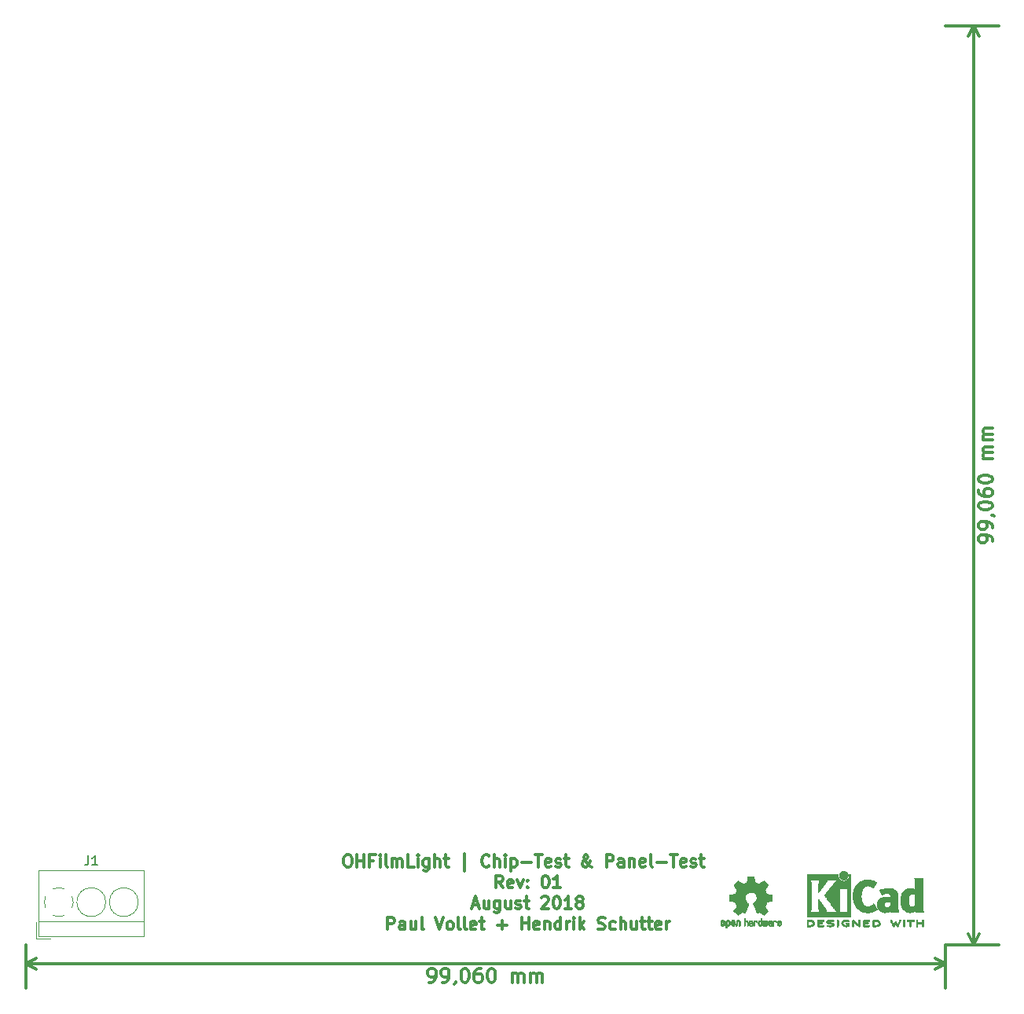
<source format=gbr>
G04 #@! TF.FileFunction,Legend,Top*
%FSLAX46Y46*%
G04 Gerber Fmt 4.6, Leading zero omitted, Abs format (unit mm)*
G04 Created by KiCad (PCBNEW 4.0.7) date Mon Aug 13 09:36:45 2018*
%MOMM*%
%LPD*%
G01*
G04 APERTURE LIST*
%ADD10C,0.100000*%
%ADD11C,0.300000*%
%ADD12C,0.120000*%
%ADD13C,0.010000*%
%ADD14C,0.150000*%
G04 APERTURE END LIST*
D10*
D11*
X92483049Y-120881095D02*
X92730668Y-120881095D01*
X92854477Y-120943000D01*
X92978287Y-121066810D01*
X93040192Y-121314429D01*
X93040192Y-121747762D01*
X92978287Y-121995381D01*
X92854477Y-122119190D01*
X92730668Y-122181095D01*
X92483049Y-122181095D01*
X92359239Y-122119190D01*
X92235430Y-121995381D01*
X92173525Y-121747762D01*
X92173525Y-121314429D01*
X92235430Y-121066810D01*
X92359239Y-120943000D01*
X92483049Y-120881095D01*
X93597335Y-122181095D02*
X93597335Y-120881095D01*
X93597335Y-121500143D02*
X94340192Y-121500143D01*
X94340192Y-122181095D02*
X94340192Y-120881095D01*
X95392573Y-121500143D02*
X94959240Y-121500143D01*
X94959240Y-122181095D02*
X94959240Y-120881095D01*
X95578287Y-120881095D01*
X96073526Y-122181095D02*
X96073526Y-121314429D01*
X96073526Y-120881095D02*
X96011621Y-120943000D01*
X96073526Y-121004905D01*
X96135431Y-120943000D01*
X96073526Y-120881095D01*
X96073526Y-121004905D01*
X96878288Y-122181095D02*
X96754479Y-122119190D01*
X96692574Y-121995381D01*
X96692574Y-120881095D01*
X97373526Y-122181095D02*
X97373526Y-121314429D01*
X97373526Y-121438238D02*
X97435431Y-121376333D01*
X97559240Y-121314429D01*
X97744954Y-121314429D01*
X97868764Y-121376333D01*
X97930669Y-121500143D01*
X97930669Y-122181095D01*
X97930669Y-121500143D02*
X97992573Y-121376333D01*
X98116383Y-121314429D01*
X98302097Y-121314429D01*
X98425907Y-121376333D01*
X98487812Y-121500143D01*
X98487812Y-122181095D01*
X99725906Y-122181095D02*
X99106859Y-122181095D01*
X99106859Y-120881095D01*
X100159240Y-122181095D02*
X100159240Y-121314429D01*
X100159240Y-120881095D02*
X100097335Y-120943000D01*
X100159240Y-121004905D01*
X100221145Y-120943000D01*
X100159240Y-120881095D01*
X100159240Y-121004905D01*
X101335431Y-121314429D02*
X101335431Y-122366810D01*
X101273526Y-122490619D01*
X101211621Y-122552524D01*
X101087812Y-122614429D01*
X100902097Y-122614429D01*
X100778288Y-122552524D01*
X101335431Y-122119190D02*
X101211621Y-122181095D01*
X100964002Y-122181095D01*
X100840193Y-122119190D01*
X100778288Y-122057286D01*
X100716383Y-121933476D01*
X100716383Y-121562048D01*
X100778288Y-121438238D01*
X100840193Y-121376333D01*
X100964002Y-121314429D01*
X101211621Y-121314429D01*
X101335431Y-121376333D01*
X101954478Y-122181095D02*
X101954478Y-120881095D01*
X102511621Y-122181095D02*
X102511621Y-121500143D01*
X102449716Y-121376333D01*
X102325906Y-121314429D01*
X102140192Y-121314429D01*
X102016383Y-121376333D01*
X101954478Y-121438238D01*
X102944954Y-121314429D02*
X103440192Y-121314429D01*
X103130668Y-120881095D02*
X103130668Y-121995381D01*
X103192573Y-122119190D01*
X103316382Y-122181095D01*
X103440192Y-122181095D01*
X105173525Y-122614429D02*
X105173525Y-120757286D01*
X107835429Y-122057286D02*
X107773524Y-122119190D01*
X107587810Y-122181095D01*
X107464000Y-122181095D01*
X107278286Y-122119190D01*
X107154477Y-121995381D01*
X107092572Y-121871571D01*
X107030667Y-121623952D01*
X107030667Y-121438238D01*
X107092572Y-121190619D01*
X107154477Y-121066810D01*
X107278286Y-120943000D01*
X107464000Y-120881095D01*
X107587810Y-120881095D01*
X107773524Y-120943000D01*
X107835429Y-121004905D01*
X108392572Y-122181095D02*
X108392572Y-120881095D01*
X108949715Y-122181095D02*
X108949715Y-121500143D01*
X108887810Y-121376333D01*
X108764000Y-121314429D01*
X108578286Y-121314429D01*
X108454477Y-121376333D01*
X108392572Y-121438238D01*
X109568762Y-122181095D02*
X109568762Y-121314429D01*
X109568762Y-120881095D02*
X109506857Y-120943000D01*
X109568762Y-121004905D01*
X109630667Y-120943000D01*
X109568762Y-120881095D01*
X109568762Y-121004905D01*
X110187810Y-121314429D02*
X110187810Y-122614429D01*
X110187810Y-121376333D02*
X110311619Y-121314429D01*
X110559238Y-121314429D01*
X110683048Y-121376333D01*
X110744953Y-121438238D01*
X110806857Y-121562048D01*
X110806857Y-121933476D01*
X110744953Y-122057286D01*
X110683048Y-122119190D01*
X110559238Y-122181095D01*
X110311619Y-122181095D01*
X110187810Y-122119190D01*
X111364000Y-121685857D02*
X112354476Y-121685857D01*
X112787810Y-120881095D02*
X113530667Y-120881095D01*
X113159238Y-122181095D02*
X113159238Y-120881095D01*
X114459238Y-122119190D02*
X114335428Y-122181095D01*
X114087809Y-122181095D01*
X113964000Y-122119190D01*
X113902095Y-121995381D01*
X113902095Y-121500143D01*
X113964000Y-121376333D01*
X114087809Y-121314429D01*
X114335428Y-121314429D01*
X114459238Y-121376333D01*
X114521143Y-121500143D01*
X114521143Y-121623952D01*
X113902095Y-121747762D01*
X115016381Y-122119190D02*
X115140191Y-122181095D01*
X115387810Y-122181095D01*
X115511619Y-122119190D01*
X115573524Y-121995381D01*
X115573524Y-121933476D01*
X115511619Y-121809667D01*
X115387810Y-121747762D01*
X115202095Y-121747762D01*
X115078286Y-121685857D01*
X115016381Y-121562048D01*
X115016381Y-121500143D01*
X115078286Y-121376333D01*
X115202095Y-121314429D01*
X115387810Y-121314429D01*
X115511619Y-121376333D01*
X115944953Y-121314429D02*
X116440191Y-121314429D01*
X116130667Y-120881095D02*
X116130667Y-121995381D01*
X116192572Y-122119190D01*
X116316381Y-122181095D01*
X116440191Y-122181095D01*
X118916381Y-122181095D02*
X118854476Y-122181095D01*
X118730666Y-122119190D01*
X118544952Y-121933476D01*
X118235428Y-121562048D01*
X118111619Y-121376333D01*
X118049714Y-121190619D01*
X118049714Y-121066810D01*
X118111619Y-120943000D01*
X118235428Y-120881095D01*
X118297333Y-120881095D01*
X118421143Y-120943000D01*
X118483047Y-121066810D01*
X118483047Y-121128714D01*
X118421143Y-121252524D01*
X118359238Y-121314429D01*
X117987809Y-121562048D01*
X117925905Y-121623952D01*
X117864000Y-121747762D01*
X117864000Y-121933476D01*
X117925905Y-122057286D01*
X117987809Y-122119190D01*
X118111619Y-122181095D01*
X118297333Y-122181095D01*
X118421143Y-122119190D01*
X118483047Y-122057286D01*
X118668762Y-121809667D01*
X118730666Y-121623952D01*
X118730666Y-121500143D01*
X120464000Y-122181095D02*
X120464000Y-120881095D01*
X120959238Y-120881095D01*
X121083047Y-120943000D01*
X121144952Y-121004905D01*
X121206857Y-121128714D01*
X121206857Y-121314429D01*
X121144952Y-121438238D01*
X121083047Y-121500143D01*
X120959238Y-121562048D01*
X120464000Y-121562048D01*
X122321143Y-122181095D02*
X122321143Y-121500143D01*
X122259238Y-121376333D01*
X122135428Y-121314429D01*
X121887809Y-121314429D01*
X121764000Y-121376333D01*
X122321143Y-122119190D02*
X122197333Y-122181095D01*
X121887809Y-122181095D01*
X121764000Y-122119190D01*
X121702095Y-121995381D01*
X121702095Y-121871571D01*
X121764000Y-121747762D01*
X121887809Y-121685857D01*
X122197333Y-121685857D01*
X122321143Y-121623952D01*
X122940190Y-121314429D02*
X122940190Y-122181095D01*
X122940190Y-121438238D02*
X123002095Y-121376333D01*
X123125904Y-121314429D01*
X123311618Y-121314429D01*
X123435428Y-121376333D01*
X123497333Y-121500143D01*
X123497333Y-122181095D01*
X124611618Y-122119190D02*
X124487808Y-122181095D01*
X124240189Y-122181095D01*
X124116380Y-122119190D01*
X124054475Y-121995381D01*
X124054475Y-121500143D01*
X124116380Y-121376333D01*
X124240189Y-121314429D01*
X124487808Y-121314429D01*
X124611618Y-121376333D01*
X124673523Y-121500143D01*
X124673523Y-121623952D01*
X124054475Y-121747762D01*
X125416380Y-122181095D02*
X125292571Y-122119190D01*
X125230666Y-121995381D01*
X125230666Y-120881095D01*
X125911618Y-121685857D02*
X126902094Y-121685857D01*
X127335428Y-120881095D02*
X128078285Y-120881095D01*
X127706856Y-122181095D02*
X127706856Y-120881095D01*
X129006856Y-122119190D02*
X128883046Y-122181095D01*
X128635427Y-122181095D01*
X128511618Y-122119190D01*
X128449713Y-121995381D01*
X128449713Y-121500143D01*
X128511618Y-121376333D01*
X128635427Y-121314429D01*
X128883046Y-121314429D01*
X129006856Y-121376333D01*
X129068761Y-121500143D01*
X129068761Y-121623952D01*
X128449713Y-121747762D01*
X129563999Y-122119190D02*
X129687809Y-122181095D01*
X129935428Y-122181095D01*
X130059237Y-122119190D01*
X130121142Y-121995381D01*
X130121142Y-121933476D01*
X130059237Y-121809667D01*
X129935428Y-121747762D01*
X129749713Y-121747762D01*
X129625904Y-121685857D01*
X129563999Y-121562048D01*
X129563999Y-121500143D01*
X129625904Y-121376333D01*
X129749713Y-121314429D01*
X129935428Y-121314429D01*
X130059237Y-121376333D01*
X130492571Y-121314429D02*
X130987809Y-121314429D01*
X130678285Y-120881095D02*
X130678285Y-121995381D01*
X130740190Y-122119190D01*
X130863999Y-122181095D01*
X130987809Y-122181095D01*
X109321143Y-124431095D02*
X108887810Y-123812048D01*
X108578286Y-124431095D02*
X108578286Y-123131095D01*
X109073524Y-123131095D01*
X109197333Y-123193000D01*
X109259238Y-123254905D01*
X109321143Y-123378714D01*
X109321143Y-123564429D01*
X109259238Y-123688238D01*
X109197333Y-123750143D01*
X109073524Y-123812048D01*
X108578286Y-123812048D01*
X110373524Y-124369190D02*
X110249714Y-124431095D01*
X110002095Y-124431095D01*
X109878286Y-124369190D01*
X109816381Y-124245381D01*
X109816381Y-123750143D01*
X109878286Y-123626333D01*
X110002095Y-123564429D01*
X110249714Y-123564429D01*
X110373524Y-123626333D01*
X110435429Y-123750143D01*
X110435429Y-123873952D01*
X109816381Y-123997762D01*
X110868762Y-123564429D02*
X111178286Y-124431095D01*
X111487810Y-123564429D01*
X111983048Y-124307286D02*
X112044953Y-124369190D01*
X111983048Y-124431095D01*
X111921143Y-124369190D01*
X111983048Y-124307286D01*
X111983048Y-124431095D01*
X111983048Y-123626333D02*
X112044953Y-123688238D01*
X111983048Y-123750143D01*
X111921143Y-123688238D01*
X111983048Y-123626333D01*
X111983048Y-123750143D01*
X113840191Y-123131095D02*
X113964000Y-123131095D01*
X114087810Y-123193000D01*
X114149715Y-123254905D01*
X114211619Y-123378714D01*
X114273524Y-123626333D01*
X114273524Y-123935857D01*
X114211619Y-124183476D01*
X114149715Y-124307286D01*
X114087810Y-124369190D01*
X113964000Y-124431095D01*
X113840191Y-124431095D01*
X113716381Y-124369190D01*
X113654477Y-124307286D01*
X113592572Y-124183476D01*
X113530667Y-123935857D01*
X113530667Y-123626333D01*
X113592572Y-123378714D01*
X113654477Y-123254905D01*
X113716381Y-123193000D01*
X113840191Y-123131095D01*
X115511619Y-124431095D02*
X114768762Y-124431095D01*
X115140191Y-124431095D02*
X115140191Y-123131095D01*
X115016381Y-123316810D01*
X114892572Y-123440619D01*
X114768762Y-123502524D01*
X106071144Y-126309667D02*
X106690192Y-126309667D01*
X105947335Y-126681095D02*
X106380668Y-125381095D01*
X106814001Y-126681095D01*
X107804478Y-125814429D02*
X107804478Y-126681095D01*
X107247335Y-125814429D02*
X107247335Y-126495381D01*
X107309240Y-126619190D01*
X107433049Y-126681095D01*
X107618763Y-126681095D01*
X107742573Y-126619190D01*
X107804478Y-126557286D01*
X108980668Y-125814429D02*
X108980668Y-126866810D01*
X108918763Y-126990619D01*
X108856858Y-127052524D01*
X108733049Y-127114429D01*
X108547334Y-127114429D01*
X108423525Y-127052524D01*
X108980668Y-126619190D02*
X108856858Y-126681095D01*
X108609239Y-126681095D01*
X108485430Y-126619190D01*
X108423525Y-126557286D01*
X108361620Y-126433476D01*
X108361620Y-126062048D01*
X108423525Y-125938238D01*
X108485430Y-125876333D01*
X108609239Y-125814429D01*
X108856858Y-125814429D01*
X108980668Y-125876333D01*
X110156858Y-125814429D02*
X110156858Y-126681095D01*
X109599715Y-125814429D02*
X109599715Y-126495381D01*
X109661620Y-126619190D01*
X109785429Y-126681095D01*
X109971143Y-126681095D01*
X110094953Y-126619190D01*
X110156858Y-126557286D01*
X110714000Y-126619190D02*
X110837810Y-126681095D01*
X111085429Y-126681095D01*
X111209238Y-126619190D01*
X111271143Y-126495381D01*
X111271143Y-126433476D01*
X111209238Y-126309667D01*
X111085429Y-126247762D01*
X110899714Y-126247762D01*
X110775905Y-126185857D01*
X110714000Y-126062048D01*
X110714000Y-126000143D01*
X110775905Y-125876333D01*
X110899714Y-125814429D01*
X111085429Y-125814429D01*
X111209238Y-125876333D01*
X111642572Y-125814429D02*
X112137810Y-125814429D01*
X111828286Y-125381095D02*
X111828286Y-126495381D01*
X111890191Y-126619190D01*
X112014000Y-126681095D01*
X112137810Y-126681095D01*
X113499714Y-125504905D02*
X113561619Y-125443000D01*
X113685428Y-125381095D01*
X113994952Y-125381095D01*
X114118762Y-125443000D01*
X114180666Y-125504905D01*
X114242571Y-125628714D01*
X114242571Y-125752524D01*
X114180666Y-125938238D01*
X113437809Y-126681095D01*
X114242571Y-126681095D01*
X115047333Y-125381095D02*
X115171142Y-125381095D01*
X115294952Y-125443000D01*
X115356857Y-125504905D01*
X115418761Y-125628714D01*
X115480666Y-125876333D01*
X115480666Y-126185857D01*
X115418761Y-126433476D01*
X115356857Y-126557286D01*
X115294952Y-126619190D01*
X115171142Y-126681095D01*
X115047333Y-126681095D01*
X114923523Y-126619190D01*
X114861619Y-126557286D01*
X114799714Y-126433476D01*
X114737809Y-126185857D01*
X114737809Y-125876333D01*
X114799714Y-125628714D01*
X114861619Y-125504905D01*
X114923523Y-125443000D01*
X115047333Y-125381095D01*
X116718761Y-126681095D02*
X115975904Y-126681095D01*
X116347333Y-126681095D02*
X116347333Y-125381095D01*
X116223523Y-125566810D01*
X116099714Y-125690619D01*
X115975904Y-125752524D01*
X117461618Y-125938238D02*
X117337809Y-125876333D01*
X117275904Y-125814429D01*
X117213999Y-125690619D01*
X117213999Y-125628714D01*
X117275904Y-125504905D01*
X117337809Y-125443000D01*
X117461618Y-125381095D01*
X117709237Y-125381095D01*
X117833047Y-125443000D01*
X117894951Y-125504905D01*
X117956856Y-125628714D01*
X117956856Y-125690619D01*
X117894951Y-125814429D01*
X117833047Y-125876333D01*
X117709237Y-125938238D01*
X117461618Y-125938238D01*
X117337809Y-126000143D01*
X117275904Y-126062048D01*
X117213999Y-126185857D01*
X117213999Y-126433476D01*
X117275904Y-126557286D01*
X117337809Y-126619190D01*
X117461618Y-126681095D01*
X117709237Y-126681095D01*
X117833047Y-126619190D01*
X117894951Y-126557286D01*
X117956856Y-126433476D01*
X117956856Y-126185857D01*
X117894951Y-126062048D01*
X117833047Y-126000143D01*
X117709237Y-125938238D01*
X96909240Y-128931095D02*
X96909240Y-127631095D01*
X97404478Y-127631095D01*
X97528287Y-127693000D01*
X97590192Y-127754905D01*
X97652097Y-127878714D01*
X97652097Y-128064429D01*
X97590192Y-128188238D01*
X97528287Y-128250143D01*
X97404478Y-128312048D01*
X96909240Y-128312048D01*
X98766383Y-128931095D02*
X98766383Y-128250143D01*
X98704478Y-128126333D01*
X98580668Y-128064429D01*
X98333049Y-128064429D01*
X98209240Y-128126333D01*
X98766383Y-128869190D02*
X98642573Y-128931095D01*
X98333049Y-128931095D01*
X98209240Y-128869190D01*
X98147335Y-128745381D01*
X98147335Y-128621571D01*
X98209240Y-128497762D01*
X98333049Y-128435857D01*
X98642573Y-128435857D01*
X98766383Y-128373952D01*
X99942573Y-128064429D02*
X99942573Y-128931095D01*
X99385430Y-128064429D02*
X99385430Y-128745381D01*
X99447335Y-128869190D01*
X99571144Y-128931095D01*
X99756858Y-128931095D01*
X99880668Y-128869190D01*
X99942573Y-128807286D01*
X100747334Y-128931095D02*
X100623525Y-128869190D01*
X100561620Y-128745381D01*
X100561620Y-127631095D01*
X102047334Y-127631095D02*
X102480667Y-128931095D01*
X102914000Y-127631095D01*
X103533048Y-128931095D02*
X103409239Y-128869190D01*
X103347334Y-128807286D01*
X103285429Y-128683476D01*
X103285429Y-128312048D01*
X103347334Y-128188238D01*
X103409239Y-128126333D01*
X103533048Y-128064429D01*
X103718762Y-128064429D01*
X103842572Y-128126333D01*
X103904477Y-128188238D01*
X103966381Y-128312048D01*
X103966381Y-128683476D01*
X103904477Y-128807286D01*
X103842572Y-128869190D01*
X103718762Y-128931095D01*
X103533048Y-128931095D01*
X104709238Y-128931095D02*
X104585429Y-128869190D01*
X104523524Y-128745381D01*
X104523524Y-127631095D01*
X105390190Y-128931095D02*
X105266381Y-128869190D01*
X105204476Y-128745381D01*
X105204476Y-127631095D01*
X106380666Y-128869190D02*
X106256856Y-128931095D01*
X106009237Y-128931095D01*
X105885428Y-128869190D01*
X105823523Y-128745381D01*
X105823523Y-128250143D01*
X105885428Y-128126333D01*
X106009237Y-128064429D01*
X106256856Y-128064429D01*
X106380666Y-128126333D01*
X106442571Y-128250143D01*
X106442571Y-128373952D01*
X105823523Y-128497762D01*
X106814000Y-128064429D02*
X107309238Y-128064429D01*
X106999714Y-127631095D02*
X106999714Y-128745381D01*
X107061619Y-128869190D01*
X107185428Y-128931095D01*
X107309238Y-128931095D01*
X108733047Y-128435857D02*
X109723523Y-128435857D01*
X109228285Y-128931095D02*
X109228285Y-127940619D01*
X111333047Y-128931095D02*
X111333047Y-127631095D01*
X111333047Y-128250143D02*
X112075904Y-128250143D01*
X112075904Y-128931095D02*
X112075904Y-127631095D01*
X113190190Y-128869190D02*
X113066380Y-128931095D01*
X112818761Y-128931095D01*
X112694952Y-128869190D01*
X112633047Y-128745381D01*
X112633047Y-128250143D01*
X112694952Y-128126333D01*
X112818761Y-128064429D01*
X113066380Y-128064429D01*
X113190190Y-128126333D01*
X113252095Y-128250143D01*
X113252095Y-128373952D01*
X112633047Y-128497762D01*
X113809238Y-128064429D02*
X113809238Y-128931095D01*
X113809238Y-128188238D02*
X113871143Y-128126333D01*
X113994952Y-128064429D01*
X114180666Y-128064429D01*
X114304476Y-128126333D01*
X114366381Y-128250143D01*
X114366381Y-128931095D01*
X115542571Y-128931095D02*
X115542571Y-127631095D01*
X115542571Y-128869190D02*
X115418761Y-128931095D01*
X115171142Y-128931095D01*
X115047333Y-128869190D01*
X114985428Y-128807286D01*
X114923523Y-128683476D01*
X114923523Y-128312048D01*
X114985428Y-128188238D01*
X115047333Y-128126333D01*
X115171142Y-128064429D01*
X115418761Y-128064429D01*
X115542571Y-128126333D01*
X116161618Y-128931095D02*
X116161618Y-128064429D01*
X116161618Y-128312048D02*
X116223523Y-128188238D01*
X116285427Y-128126333D01*
X116409237Y-128064429D01*
X116533046Y-128064429D01*
X116966380Y-128931095D02*
X116966380Y-128064429D01*
X116966380Y-127631095D02*
X116904475Y-127693000D01*
X116966380Y-127754905D01*
X117028285Y-127693000D01*
X116966380Y-127631095D01*
X116966380Y-127754905D01*
X117585428Y-128931095D02*
X117585428Y-127631095D01*
X117709237Y-128435857D02*
X118080666Y-128931095D01*
X118080666Y-128064429D02*
X117585428Y-128559667D01*
X119566380Y-128869190D02*
X119752094Y-128931095D01*
X120061618Y-128931095D01*
X120185428Y-128869190D01*
X120247332Y-128807286D01*
X120309237Y-128683476D01*
X120309237Y-128559667D01*
X120247332Y-128435857D01*
X120185428Y-128373952D01*
X120061618Y-128312048D01*
X119813999Y-128250143D01*
X119690190Y-128188238D01*
X119628285Y-128126333D01*
X119566380Y-128002524D01*
X119566380Y-127878714D01*
X119628285Y-127754905D01*
X119690190Y-127693000D01*
X119813999Y-127631095D01*
X120123523Y-127631095D01*
X120309237Y-127693000D01*
X121423523Y-128869190D02*
X121299713Y-128931095D01*
X121052094Y-128931095D01*
X120928285Y-128869190D01*
X120866380Y-128807286D01*
X120804475Y-128683476D01*
X120804475Y-128312048D01*
X120866380Y-128188238D01*
X120928285Y-128126333D01*
X121052094Y-128064429D01*
X121299713Y-128064429D01*
X121423523Y-128126333D01*
X121980666Y-128931095D02*
X121980666Y-127631095D01*
X122537809Y-128931095D02*
X122537809Y-128250143D01*
X122475904Y-128126333D01*
X122352094Y-128064429D01*
X122166380Y-128064429D01*
X122042571Y-128126333D01*
X121980666Y-128188238D01*
X123713999Y-128064429D02*
X123713999Y-128931095D01*
X123156856Y-128064429D02*
X123156856Y-128745381D01*
X123218761Y-128869190D01*
X123342570Y-128931095D01*
X123528284Y-128931095D01*
X123652094Y-128869190D01*
X123713999Y-128807286D01*
X124147332Y-128064429D02*
X124642570Y-128064429D01*
X124333046Y-127631095D02*
X124333046Y-128745381D01*
X124394951Y-128869190D01*
X124518760Y-128931095D01*
X124642570Y-128931095D01*
X124890189Y-128064429D02*
X125385427Y-128064429D01*
X125075903Y-127631095D02*
X125075903Y-128745381D01*
X125137808Y-128869190D01*
X125261617Y-128931095D01*
X125385427Y-128931095D01*
X126313998Y-128869190D02*
X126190188Y-128931095D01*
X125942569Y-128931095D01*
X125818760Y-128869190D01*
X125756855Y-128745381D01*
X125756855Y-128250143D01*
X125818760Y-128126333D01*
X125942569Y-128064429D01*
X126190188Y-128064429D01*
X126313998Y-128126333D01*
X126375903Y-128250143D01*
X126375903Y-128373952D01*
X125756855Y-128497762D01*
X126933046Y-128931095D02*
X126933046Y-128064429D01*
X126933046Y-128312048D02*
X126994951Y-128188238D01*
X127056855Y-128126333D01*
X127180665Y-128064429D01*
X127304474Y-128064429D01*
X162048571Y-87097428D02*
X162048571Y-86811713D01*
X161977143Y-86668856D01*
X161905714Y-86597428D01*
X161691429Y-86454570D01*
X161405714Y-86383142D01*
X160834286Y-86383142D01*
X160691429Y-86454570D01*
X160620000Y-86525999D01*
X160548571Y-86668856D01*
X160548571Y-86954570D01*
X160620000Y-87097428D01*
X160691429Y-87168856D01*
X160834286Y-87240285D01*
X161191429Y-87240285D01*
X161334286Y-87168856D01*
X161405714Y-87097428D01*
X161477143Y-86954570D01*
X161477143Y-86668856D01*
X161405714Y-86525999D01*
X161334286Y-86454570D01*
X161191429Y-86383142D01*
X162048571Y-85668857D02*
X162048571Y-85383142D01*
X161977143Y-85240285D01*
X161905714Y-85168857D01*
X161691429Y-85025999D01*
X161405714Y-84954571D01*
X160834286Y-84954571D01*
X160691429Y-85025999D01*
X160620000Y-85097428D01*
X160548571Y-85240285D01*
X160548571Y-85525999D01*
X160620000Y-85668857D01*
X160691429Y-85740285D01*
X160834286Y-85811714D01*
X161191429Y-85811714D01*
X161334286Y-85740285D01*
X161405714Y-85668857D01*
X161477143Y-85525999D01*
X161477143Y-85240285D01*
X161405714Y-85097428D01*
X161334286Y-85025999D01*
X161191429Y-84954571D01*
X161977143Y-84240286D02*
X162048571Y-84240286D01*
X162191429Y-84311714D01*
X162262857Y-84383143D01*
X160548571Y-83311714D02*
X160548571Y-83168857D01*
X160620000Y-83026000D01*
X160691429Y-82954571D01*
X160834286Y-82883142D01*
X161120000Y-82811714D01*
X161477143Y-82811714D01*
X161762857Y-82883142D01*
X161905714Y-82954571D01*
X161977143Y-83026000D01*
X162048571Y-83168857D01*
X162048571Y-83311714D01*
X161977143Y-83454571D01*
X161905714Y-83526000D01*
X161762857Y-83597428D01*
X161477143Y-83668857D01*
X161120000Y-83668857D01*
X160834286Y-83597428D01*
X160691429Y-83526000D01*
X160620000Y-83454571D01*
X160548571Y-83311714D01*
X160548571Y-81526000D02*
X160548571Y-81811714D01*
X160620000Y-81954571D01*
X160691429Y-82026000D01*
X160905714Y-82168857D01*
X161191429Y-82240286D01*
X161762857Y-82240286D01*
X161905714Y-82168857D01*
X161977143Y-82097429D01*
X162048571Y-81954571D01*
X162048571Y-81668857D01*
X161977143Y-81526000D01*
X161905714Y-81454571D01*
X161762857Y-81383143D01*
X161405714Y-81383143D01*
X161262857Y-81454571D01*
X161191429Y-81526000D01*
X161120000Y-81668857D01*
X161120000Y-81954571D01*
X161191429Y-82097429D01*
X161262857Y-82168857D01*
X161405714Y-82240286D01*
X160548571Y-80454572D02*
X160548571Y-80311715D01*
X160620000Y-80168858D01*
X160691429Y-80097429D01*
X160834286Y-80026000D01*
X161120000Y-79954572D01*
X161477143Y-79954572D01*
X161762857Y-80026000D01*
X161905714Y-80097429D01*
X161977143Y-80168858D01*
X162048571Y-80311715D01*
X162048571Y-80454572D01*
X161977143Y-80597429D01*
X161905714Y-80668858D01*
X161762857Y-80740286D01*
X161477143Y-80811715D01*
X161120000Y-80811715D01*
X160834286Y-80740286D01*
X160691429Y-80668858D01*
X160620000Y-80597429D01*
X160548571Y-80454572D01*
X162048571Y-78168858D02*
X161048571Y-78168858D01*
X161191429Y-78168858D02*
X161120000Y-78097430D01*
X161048571Y-77954572D01*
X161048571Y-77740287D01*
X161120000Y-77597430D01*
X161262857Y-77526001D01*
X162048571Y-77526001D01*
X161262857Y-77526001D02*
X161120000Y-77454572D01*
X161048571Y-77311715D01*
X161048571Y-77097430D01*
X161120000Y-76954572D01*
X161262857Y-76883144D01*
X162048571Y-76883144D01*
X162048571Y-76168858D02*
X161048571Y-76168858D01*
X161191429Y-76168858D02*
X161120000Y-76097430D01*
X161048571Y-75954572D01*
X161048571Y-75740287D01*
X161120000Y-75597430D01*
X161262857Y-75526001D01*
X162048571Y-75526001D01*
X161262857Y-75526001D02*
X161120000Y-75454572D01*
X161048571Y-75311715D01*
X161048571Y-75097430D01*
X161120000Y-74954572D01*
X161262857Y-74883144D01*
X162048571Y-74883144D01*
X160020000Y-130556000D02*
X160020000Y-31496000D01*
X156972000Y-130556000D02*
X162720000Y-130556000D01*
X156972000Y-31496000D02*
X162720000Y-31496000D01*
X160020000Y-31496000D02*
X160606421Y-32622504D01*
X160020000Y-31496000D02*
X159433579Y-32622504D01*
X160020000Y-130556000D02*
X160606421Y-129429496D01*
X160020000Y-130556000D02*
X159433579Y-129429496D01*
X101370572Y-134616571D02*
X101656287Y-134616571D01*
X101799144Y-134545143D01*
X101870572Y-134473714D01*
X102013430Y-134259429D01*
X102084858Y-133973714D01*
X102084858Y-133402286D01*
X102013430Y-133259429D01*
X101942001Y-133188000D01*
X101799144Y-133116571D01*
X101513430Y-133116571D01*
X101370572Y-133188000D01*
X101299144Y-133259429D01*
X101227715Y-133402286D01*
X101227715Y-133759429D01*
X101299144Y-133902286D01*
X101370572Y-133973714D01*
X101513430Y-134045143D01*
X101799144Y-134045143D01*
X101942001Y-133973714D01*
X102013430Y-133902286D01*
X102084858Y-133759429D01*
X102799143Y-134616571D02*
X103084858Y-134616571D01*
X103227715Y-134545143D01*
X103299143Y-134473714D01*
X103442001Y-134259429D01*
X103513429Y-133973714D01*
X103513429Y-133402286D01*
X103442001Y-133259429D01*
X103370572Y-133188000D01*
X103227715Y-133116571D01*
X102942001Y-133116571D01*
X102799143Y-133188000D01*
X102727715Y-133259429D01*
X102656286Y-133402286D01*
X102656286Y-133759429D01*
X102727715Y-133902286D01*
X102799143Y-133973714D01*
X102942001Y-134045143D01*
X103227715Y-134045143D01*
X103370572Y-133973714D01*
X103442001Y-133902286D01*
X103513429Y-133759429D01*
X104227714Y-134545143D02*
X104227714Y-134616571D01*
X104156286Y-134759429D01*
X104084857Y-134830857D01*
X105156286Y-133116571D02*
X105299143Y-133116571D01*
X105442000Y-133188000D01*
X105513429Y-133259429D01*
X105584858Y-133402286D01*
X105656286Y-133688000D01*
X105656286Y-134045143D01*
X105584858Y-134330857D01*
X105513429Y-134473714D01*
X105442000Y-134545143D01*
X105299143Y-134616571D01*
X105156286Y-134616571D01*
X105013429Y-134545143D01*
X104942000Y-134473714D01*
X104870572Y-134330857D01*
X104799143Y-134045143D01*
X104799143Y-133688000D01*
X104870572Y-133402286D01*
X104942000Y-133259429D01*
X105013429Y-133188000D01*
X105156286Y-133116571D01*
X106942000Y-133116571D02*
X106656286Y-133116571D01*
X106513429Y-133188000D01*
X106442000Y-133259429D01*
X106299143Y-133473714D01*
X106227714Y-133759429D01*
X106227714Y-134330857D01*
X106299143Y-134473714D01*
X106370571Y-134545143D01*
X106513429Y-134616571D01*
X106799143Y-134616571D01*
X106942000Y-134545143D01*
X107013429Y-134473714D01*
X107084857Y-134330857D01*
X107084857Y-133973714D01*
X107013429Y-133830857D01*
X106942000Y-133759429D01*
X106799143Y-133688000D01*
X106513429Y-133688000D01*
X106370571Y-133759429D01*
X106299143Y-133830857D01*
X106227714Y-133973714D01*
X108013428Y-133116571D02*
X108156285Y-133116571D01*
X108299142Y-133188000D01*
X108370571Y-133259429D01*
X108442000Y-133402286D01*
X108513428Y-133688000D01*
X108513428Y-134045143D01*
X108442000Y-134330857D01*
X108370571Y-134473714D01*
X108299142Y-134545143D01*
X108156285Y-134616571D01*
X108013428Y-134616571D01*
X107870571Y-134545143D01*
X107799142Y-134473714D01*
X107727714Y-134330857D01*
X107656285Y-134045143D01*
X107656285Y-133688000D01*
X107727714Y-133402286D01*
X107799142Y-133259429D01*
X107870571Y-133188000D01*
X108013428Y-133116571D01*
X110299142Y-134616571D02*
X110299142Y-133616571D01*
X110299142Y-133759429D02*
X110370570Y-133688000D01*
X110513428Y-133616571D01*
X110727713Y-133616571D01*
X110870570Y-133688000D01*
X110941999Y-133830857D01*
X110941999Y-134616571D01*
X110941999Y-133830857D02*
X111013428Y-133688000D01*
X111156285Y-133616571D01*
X111370570Y-133616571D01*
X111513428Y-133688000D01*
X111584856Y-133830857D01*
X111584856Y-134616571D01*
X112299142Y-134616571D02*
X112299142Y-133616571D01*
X112299142Y-133759429D02*
X112370570Y-133688000D01*
X112513428Y-133616571D01*
X112727713Y-133616571D01*
X112870570Y-133688000D01*
X112941999Y-133830857D01*
X112941999Y-134616571D01*
X112941999Y-133830857D02*
X113013428Y-133688000D01*
X113156285Y-133616571D01*
X113370570Y-133616571D01*
X113513428Y-133688000D01*
X113584856Y-133830857D01*
X113584856Y-134616571D01*
X57912000Y-132588000D02*
X156972000Y-132588000D01*
X57912000Y-130556000D02*
X57912000Y-135288000D01*
X156972000Y-130556000D02*
X156972000Y-135288000D01*
X156972000Y-132588000D02*
X155845496Y-133174421D01*
X156972000Y-132588000D02*
X155845496Y-132001579D01*
X57912000Y-132588000D02*
X59038504Y-133174421D01*
X57912000Y-132588000D02*
X59038504Y-132001579D01*
D12*
X62075587Y-127415385D02*
G75*
G02X61468000Y-127539000I-607587J1431385D01*
G01*
X62900109Y-125376258D02*
G75*
G02X62900000Y-126592000I-1432109J-607742D01*
G01*
X60860258Y-124551891D02*
G75*
G02X62076000Y-124552000I607742J-1432109D01*
G01*
X60035891Y-126591742D02*
G75*
G02X60036000Y-125376000I1432109J607742D01*
G01*
X61495011Y-127539492D02*
G75*
G02X60860000Y-127416000I-27011J1555492D01*
G01*
X66523000Y-125984000D02*
G75*
G03X66523000Y-125984000I-1555000J0D01*
G01*
X70023000Y-125984000D02*
G75*
G03X70023000Y-125984000I-1555000J0D01*
G01*
X59308000Y-128084000D02*
X70628000Y-128084000D01*
X59308000Y-122524000D02*
X70628000Y-122524000D01*
X59308000Y-129644000D02*
X70628000Y-129644000D01*
X59308000Y-122524000D02*
X59308000Y-129644000D01*
X70628000Y-122524000D02*
X70628000Y-129644000D01*
X59068000Y-128144000D02*
X59068000Y-129884000D01*
X59068000Y-129884000D02*
X60568000Y-129884000D01*
D13*
G36*
X142214629Y-127872066D02*
X142254111Y-127872467D01*
X142369800Y-127875259D01*
X142466689Y-127883550D01*
X142548081Y-127898232D01*
X142617277Y-127920193D01*
X142677580Y-127950322D01*
X142732292Y-127989510D01*
X142751833Y-128006532D01*
X142784250Y-128046363D01*
X142813480Y-128100413D01*
X142836009Y-128160323D01*
X142848321Y-128217739D01*
X142849600Y-128238956D01*
X142841583Y-128297769D01*
X142820101Y-128362013D01*
X142789001Y-128422821D01*
X142752134Y-128471330D01*
X142746146Y-128477182D01*
X142695421Y-128518321D01*
X142639875Y-128550435D01*
X142576304Y-128574365D01*
X142501506Y-128590953D01*
X142412278Y-128601041D01*
X142305418Y-128605469D01*
X142256472Y-128605845D01*
X142194238Y-128605545D01*
X142150472Y-128604292D01*
X142121069Y-128601554D01*
X142101921Y-128596801D01*
X142088923Y-128589501D01*
X142081955Y-128583267D01*
X142075374Y-128575694D01*
X142070212Y-128565924D01*
X142066297Y-128551340D01*
X142063457Y-128529326D01*
X142061520Y-128497264D01*
X142060316Y-128452536D01*
X142059672Y-128392526D01*
X142059417Y-128314617D01*
X142059378Y-128238956D01*
X142059130Y-128138041D01*
X142059183Y-128057427D01*
X142060143Y-128018822D01*
X142206133Y-128018822D01*
X142206133Y-128459089D01*
X142299266Y-128459004D01*
X142355307Y-128457396D01*
X142414001Y-128453256D01*
X142462972Y-128447464D01*
X142464462Y-128447226D01*
X142543608Y-128428090D01*
X142604998Y-128398287D01*
X142651695Y-128355878D01*
X142681365Y-128309961D01*
X142699647Y-128259026D01*
X142698229Y-128211200D01*
X142677012Y-128159933D01*
X142635511Y-128106899D01*
X142578002Y-128067600D01*
X142503250Y-128041331D01*
X142453292Y-128032035D01*
X142396584Y-128025507D01*
X142336481Y-128020782D01*
X142285361Y-128018817D01*
X142282333Y-128018808D01*
X142206133Y-128018822D01*
X142060143Y-128018822D01*
X142060740Y-127994851D01*
X142065002Y-127948055D01*
X142073170Y-127914778D01*
X142086444Y-127892759D01*
X142106026Y-127879739D01*
X142133117Y-127873457D01*
X142168918Y-127871653D01*
X142214629Y-127872066D01*
X142214629Y-127872066D01*
G37*
X142214629Y-127872066D02*
X142254111Y-127872467D01*
X142369800Y-127875259D01*
X142466689Y-127883550D01*
X142548081Y-127898232D01*
X142617277Y-127920193D01*
X142677580Y-127950322D01*
X142732292Y-127989510D01*
X142751833Y-128006532D01*
X142784250Y-128046363D01*
X142813480Y-128100413D01*
X142836009Y-128160323D01*
X142848321Y-128217739D01*
X142849600Y-128238956D01*
X142841583Y-128297769D01*
X142820101Y-128362013D01*
X142789001Y-128422821D01*
X142752134Y-128471330D01*
X142746146Y-128477182D01*
X142695421Y-128518321D01*
X142639875Y-128550435D01*
X142576304Y-128574365D01*
X142501506Y-128590953D01*
X142412278Y-128601041D01*
X142305418Y-128605469D01*
X142256472Y-128605845D01*
X142194238Y-128605545D01*
X142150472Y-128604292D01*
X142121069Y-128601554D01*
X142101921Y-128596801D01*
X142088923Y-128589501D01*
X142081955Y-128583267D01*
X142075374Y-128575694D01*
X142070212Y-128565924D01*
X142066297Y-128551340D01*
X142063457Y-128529326D01*
X142061520Y-128497264D01*
X142060316Y-128452536D01*
X142059672Y-128392526D01*
X142059417Y-128314617D01*
X142059378Y-128238956D01*
X142059130Y-128138041D01*
X142059183Y-128057427D01*
X142060143Y-128018822D01*
X142206133Y-128018822D01*
X142206133Y-128459089D01*
X142299266Y-128459004D01*
X142355307Y-128457396D01*
X142414001Y-128453256D01*
X142462972Y-128447464D01*
X142464462Y-128447226D01*
X142543608Y-128428090D01*
X142604998Y-128398287D01*
X142651695Y-128355878D01*
X142681365Y-128309961D01*
X142699647Y-128259026D01*
X142698229Y-128211200D01*
X142677012Y-128159933D01*
X142635511Y-128106899D01*
X142578002Y-128067600D01*
X142503250Y-128041331D01*
X142453292Y-128032035D01*
X142396584Y-128025507D01*
X142336481Y-128020782D01*
X142285361Y-128018817D01*
X142282333Y-128018808D01*
X142206133Y-128018822D01*
X142060143Y-128018822D01*
X142060740Y-127994851D01*
X142065002Y-127948055D01*
X142073170Y-127914778D01*
X142086444Y-127892759D01*
X142106026Y-127879739D01*
X142133117Y-127873457D01*
X142168918Y-127871653D01*
X142214629Y-127872066D01*
G36*
X143623206Y-127872146D02*
X143692614Y-127872518D01*
X143745003Y-127873385D01*
X143783153Y-127874946D01*
X143809841Y-127877403D01*
X143827847Y-127880957D01*
X143839951Y-127885810D01*
X143848931Y-127892161D01*
X143852182Y-127895084D01*
X143871957Y-127926142D01*
X143875518Y-127961828D01*
X143862509Y-127993510D01*
X143856494Y-127999913D01*
X143846765Y-128006121D01*
X143831099Y-128010910D01*
X143806592Y-128014514D01*
X143770339Y-128017164D01*
X143719435Y-128019095D01*
X143650974Y-128020539D01*
X143588383Y-128021418D01*
X143340666Y-128024467D01*
X143337281Y-128089378D01*
X143333895Y-128154289D01*
X143502042Y-128154289D01*
X143575041Y-128154919D01*
X143628483Y-128157553D01*
X143665372Y-128163309D01*
X143688712Y-128173304D01*
X143701506Y-128188656D01*
X143706758Y-128210482D01*
X143707555Y-128230738D01*
X143705077Y-128255592D01*
X143695723Y-128273906D01*
X143676617Y-128286637D01*
X143644882Y-128294741D01*
X143597641Y-128299176D01*
X143532017Y-128300899D01*
X143496199Y-128301045D01*
X143335022Y-128301045D01*
X143335022Y-128459089D01*
X143583378Y-128459089D01*
X143664787Y-128459202D01*
X143726658Y-128459712D01*
X143772032Y-128460870D01*
X143803946Y-128462930D01*
X143825441Y-128466146D01*
X143839557Y-128470772D01*
X143849332Y-128477059D01*
X143854311Y-128481667D01*
X143871390Y-128508560D01*
X143876889Y-128532467D01*
X143869037Y-128561667D01*
X143854311Y-128583267D01*
X143846454Y-128590066D01*
X143836312Y-128595346D01*
X143821156Y-128599298D01*
X143798259Y-128602113D01*
X143764891Y-128603982D01*
X143718325Y-128605098D01*
X143655833Y-128605651D01*
X143574686Y-128605833D01*
X143532578Y-128605845D01*
X143442402Y-128605765D01*
X143372076Y-128605398D01*
X143318871Y-128604552D01*
X143280060Y-128603036D01*
X143252913Y-128600659D01*
X143234702Y-128597229D01*
X143222700Y-128592554D01*
X143214178Y-128586444D01*
X143210844Y-128583267D01*
X143204245Y-128575670D01*
X143199073Y-128565870D01*
X143195154Y-128551239D01*
X143192316Y-128529152D01*
X143190385Y-128496982D01*
X143189188Y-128452103D01*
X143188552Y-128391889D01*
X143188303Y-128313713D01*
X143188266Y-128240923D01*
X143188300Y-128147707D01*
X143188535Y-128074431D01*
X143189170Y-128018458D01*
X143190406Y-127977151D01*
X143192444Y-127947872D01*
X143195483Y-127927984D01*
X143199723Y-127914850D01*
X143205365Y-127905832D01*
X143212609Y-127898293D01*
X143214394Y-127896612D01*
X143223055Y-127889172D01*
X143233118Y-127883409D01*
X143247375Y-127879112D01*
X143268617Y-127876064D01*
X143299636Y-127874051D01*
X143343223Y-127872860D01*
X143402169Y-127872275D01*
X143479266Y-127872083D01*
X143533999Y-127872067D01*
X143623206Y-127872146D01*
X143623206Y-127872146D01*
G37*
X143623206Y-127872146D02*
X143692614Y-127872518D01*
X143745003Y-127873385D01*
X143783153Y-127874946D01*
X143809841Y-127877403D01*
X143827847Y-127880957D01*
X143839951Y-127885810D01*
X143848931Y-127892161D01*
X143852182Y-127895084D01*
X143871957Y-127926142D01*
X143875518Y-127961828D01*
X143862509Y-127993510D01*
X143856494Y-127999913D01*
X143846765Y-128006121D01*
X143831099Y-128010910D01*
X143806592Y-128014514D01*
X143770339Y-128017164D01*
X143719435Y-128019095D01*
X143650974Y-128020539D01*
X143588383Y-128021418D01*
X143340666Y-128024467D01*
X143337281Y-128089378D01*
X143333895Y-128154289D01*
X143502042Y-128154289D01*
X143575041Y-128154919D01*
X143628483Y-128157553D01*
X143665372Y-128163309D01*
X143688712Y-128173304D01*
X143701506Y-128188656D01*
X143706758Y-128210482D01*
X143707555Y-128230738D01*
X143705077Y-128255592D01*
X143695723Y-128273906D01*
X143676617Y-128286637D01*
X143644882Y-128294741D01*
X143597641Y-128299176D01*
X143532017Y-128300899D01*
X143496199Y-128301045D01*
X143335022Y-128301045D01*
X143335022Y-128459089D01*
X143583378Y-128459089D01*
X143664787Y-128459202D01*
X143726658Y-128459712D01*
X143772032Y-128460870D01*
X143803946Y-128462930D01*
X143825441Y-128466146D01*
X143839557Y-128470772D01*
X143849332Y-128477059D01*
X143854311Y-128481667D01*
X143871390Y-128508560D01*
X143876889Y-128532467D01*
X143869037Y-128561667D01*
X143854311Y-128583267D01*
X143846454Y-128590066D01*
X143836312Y-128595346D01*
X143821156Y-128599298D01*
X143798259Y-128602113D01*
X143764891Y-128603982D01*
X143718325Y-128605098D01*
X143655833Y-128605651D01*
X143574686Y-128605833D01*
X143532578Y-128605845D01*
X143442402Y-128605765D01*
X143372076Y-128605398D01*
X143318871Y-128604552D01*
X143280060Y-128603036D01*
X143252913Y-128600659D01*
X143234702Y-128597229D01*
X143222700Y-128592554D01*
X143214178Y-128586444D01*
X143210844Y-128583267D01*
X143204245Y-128575670D01*
X143199073Y-128565870D01*
X143195154Y-128551239D01*
X143192316Y-128529152D01*
X143190385Y-128496982D01*
X143189188Y-128452103D01*
X143188552Y-128391889D01*
X143188303Y-128313713D01*
X143188266Y-128240923D01*
X143188300Y-128147707D01*
X143188535Y-128074431D01*
X143189170Y-128018458D01*
X143190406Y-127977151D01*
X143192444Y-127947872D01*
X143195483Y-127927984D01*
X143199723Y-127914850D01*
X143205365Y-127905832D01*
X143212609Y-127898293D01*
X143214394Y-127896612D01*
X143223055Y-127889172D01*
X143233118Y-127883409D01*
X143247375Y-127879112D01*
X143268617Y-127876064D01*
X143299636Y-127874051D01*
X143343223Y-127872860D01*
X143402169Y-127872275D01*
X143479266Y-127872083D01*
X143533999Y-127872067D01*
X143623206Y-127872146D01*
G36*
X144644297Y-127873351D02*
X144719112Y-127878581D01*
X144788694Y-127886750D01*
X144848998Y-127897550D01*
X144895980Y-127910673D01*
X144925594Y-127925813D01*
X144930140Y-127930269D01*
X144945946Y-127964850D01*
X144941153Y-128000351D01*
X144916636Y-128030725D01*
X144915466Y-128031596D01*
X144901046Y-128040954D01*
X144885992Y-128045876D01*
X144864995Y-128046473D01*
X144832743Y-128042861D01*
X144783927Y-128035154D01*
X144780000Y-128034505D01*
X144707261Y-128025569D01*
X144628783Y-128021161D01*
X144550073Y-128021119D01*
X144476639Y-128025279D01*
X144413989Y-128033479D01*
X144367630Y-128045557D01*
X144364584Y-128046771D01*
X144330952Y-128065615D01*
X144319136Y-128084685D01*
X144328386Y-128103439D01*
X144357953Y-128121337D01*
X144407089Y-128137837D01*
X144475043Y-128152396D01*
X144520355Y-128159406D01*
X144614544Y-128172889D01*
X144689456Y-128185214D01*
X144748283Y-128197449D01*
X144794215Y-128210661D01*
X144830445Y-128225917D01*
X144860162Y-128244285D01*
X144886558Y-128266831D01*
X144907770Y-128288971D01*
X144932935Y-128319819D01*
X144945319Y-128346345D01*
X144949192Y-128379026D01*
X144949333Y-128390995D01*
X144946424Y-128430712D01*
X144934798Y-128460259D01*
X144914677Y-128486486D01*
X144873784Y-128526576D01*
X144828183Y-128557149D01*
X144774487Y-128579203D01*
X144709308Y-128593735D01*
X144629256Y-128601741D01*
X144530943Y-128604218D01*
X144514711Y-128604177D01*
X144449151Y-128602818D01*
X144384134Y-128599730D01*
X144326748Y-128595356D01*
X144284078Y-128590140D01*
X144280628Y-128589541D01*
X144238204Y-128579491D01*
X144202220Y-128566796D01*
X144181850Y-128555190D01*
X144162893Y-128524572D01*
X144161573Y-128488918D01*
X144177915Y-128457144D01*
X144181571Y-128453551D01*
X144196685Y-128442876D01*
X144215585Y-128438276D01*
X144244838Y-128439059D01*
X144280349Y-128443127D01*
X144320030Y-128446762D01*
X144375655Y-128449828D01*
X144440594Y-128452053D01*
X144508215Y-128453164D01*
X144526000Y-128453237D01*
X144593872Y-128452964D01*
X144643546Y-128451646D01*
X144679390Y-128448827D01*
X144705776Y-128444050D01*
X144727074Y-128436857D01*
X144739874Y-128430867D01*
X144768000Y-128414233D01*
X144785932Y-128399168D01*
X144788553Y-128394897D01*
X144783024Y-128377263D01*
X144756740Y-128360192D01*
X144711522Y-128344458D01*
X144649192Y-128330838D01*
X144630829Y-128327804D01*
X144534910Y-128312738D01*
X144458359Y-128300146D01*
X144398220Y-128289111D01*
X144351540Y-128278720D01*
X144315363Y-128268056D01*
X144286735Y-128256205D01*
X144262702Y-128242251D01*
X144240308Y-128225281D01*
X144216598Y-128204378D01*
X144208620Y-128197049D01*
X144180647Y-128169699D01*
X144165840Y-128148029D01*
X144160048Y-128123232D01*
X144159111Y-128091983D01*
X144169425Y-128030705D01*
X144200248Y-127978640D01*
X144251405Y-127935958D01*
X144322717Y-127902825D01*
X144373600Y-127887964D01*
X144428900Y-127878366D01*
X144495147Y-127872936D01*
X144568294Y-127871367D01*
X144644297Y-127873351D01*
X144644297Y-127873351D01*
G37*
X144644297Y-127873351D02*
X144719112Y-127878581D01*
X144788694Y-127886750D01*
X144848998Y-127897550D01*
X144895980Y-127910673D01*
X144925594Y-127925813D01*
X144930140Y-127930269D01*
X144945946Y-127964850D01*
X144941153Y-128000351D01*
X144916636Y-128030725D01*
X144915466Y-128031596D01*
X144901046Y-128040954D01*
X144885992Y-128045876D01*
X144864995Y-128046473D01*
X144832743Y-128042861D01*
X144783927Y-128035154D01*
X144780000Y-128034505D01*
X144707261Y-128025569D01*
X144628783Y-128021161D01*
X144550073Y-128021119D01*
X144476639Y-128025279D01*
X144413989Y-128033479D01*
X144367630Y-128045557D01*
X144364584Y-128046771D01*
X144330952Y-128065615D01*
X144319136Y-128084685D01*
X144328386Y-128103439D01*
X144357953Y-128121337D01*
X144407089Y-128137837D01*
X144475043Y-128152396D01*
X144520355Y-128159406D01*
X144614544Y-128172889D01*
X144689456Y-128185214D01*
X144748283Y-128197449D01*
X144794215Y-128210661D01*
X144830445Y-128225917D01*
X144860162Y-128244285D01*
X144886558Y-128266831D01*
X144907770Y-128288971D01*
X144932935Y-128319819D01*
X144945319Y-128346345D01*
X144949192Y-128379026D01*
X144949333Y-128390995D01*
X144946424Y-128430712D01*
X144934798Y-128460259D01*
X144914677Y-128486486D01*
X144873784Y-128526576D01*
X144828183Y-128557149D01*
X144774487Y-128579203D01*
X144709308Y-128593735D01*
X144629256Y-128601741D01*
X144530943Y-128604218D01*
X144514711Y-128604177D01*
X144449151Y-128602818D01*
X144384134Y-128599730D01*
X144326748Y-128595356D01*
X144284078Y-128590140D01*
X144280628Y-128589541D01*
X144238204Y-128579491D01*
X144202220Y-128566796D01*
X144181850Y-128555190D01*
X144162893Y-128524572D01*
X144161573Y-128488918D01*
X144177915Y-128457144D01*
X144181571Y-128453551D01*
X144196685Y-128442876D01*
X144215585Y-128438276D01*
X144244838Y-128439059D01*
X144280349Y-128443127D01*
X144320030Y-128446762D01*
X144375655Y-128449828D01*
X144440594Y-128452053D01*
X144508215Y-128453164D01*
X144526000Y-128453237D01*
X144593872Y-128452964D01*
X144643546Y-128451646D01*
X144679390Y-128448827D01*
X144705776Y-128444050D01*
X144727074Y-128436857D01*
X144739874Y-128430867D01*
X144768000Y-128414233D01*
X144785932Y-128399168D01*
X144788553Y-128394897D01*
X144783024Y-128377263D01*
X144756740Y-128360192D01*
X144711522Y-128344458D01*
X144649192Y-128330838D01*
X144630829Y-128327804D01*
X144534910Y-128312738D01*
X144458359Y-128300146D01*
X144398220Y-128289111D01*
X144351540Y-128278720D01*
X144315363Y-128268056D01*
X144286735Y-128256205D01*
X144262702Y-128242251D01*
X144240308Y-128225281D01*
X144216598Y-128204378D01*
X144208620Y-128197049D01*
X144180647Y-128169699D01*
X144165840Y-128148029D01*
X144160048Y-128123232D01*
X144159111Y-128091983D01*
X144169425Y-128030705D01*
X144200248Y-127978640D01*
X144251405Y-127935958D01*
X144322717Y-127902825D01*
X144373600Y-127887964D01*
X144428900Y-127878366D01*
X144495147Y-127872936D01*
X144568294Y-127871367D01*
X144644297Y-127873351D01*
G36*
X145412178Y-127894645D02*
X145418758Y-127902218D01*
X145423921Y-127911987D01*
X145427836Y-127926571D01*
X145430676Y-127948585D01*
X145432613Y-127980648D01*
X145433817Y-128025375D01*
X145434461Y-128085385D01*
X145434716Y-128163294D01*
X145434755Y-128238956D01*
X145434686Y-128332802D01*
X145434362Y-128406689D01*
X145433614Y-128463232D01*
X145432268Y-128505049D01*
X145430154Y-128534757D01*
X145427100Y-128554973D01*
X145422934Y-128568314D01*
X145417484Y-128577398D01*
X145412178Y-128583267D01*
X145379174Y-128602947D01*
X145344009Y-128601181D01*
X145312545Y-128579717D01*
X145305316Y-128571337D01*
X145299666Y-128561614D01*
X145295401Y-128547861D01*
X145292327Y-128527389D01*
X145290248Y-128497512D01*
X145288970Y-128455541D01*
X145288299Y-128398789D01*
X145288041Y-128324567D01*
X145288000Y-128240537D01*
X145288000Y-127927485D01*
X145315709Y-127899776D01*
X145349863Y-127876463D01*
X145382994Y-127875623D01*
X145412178Y-127894645D01*
X145412178Y-127894645D01*
G37*
X145412178Y-127894645D02*
X145418758Y-127902218D01*
X145423921Y-127911987D01*
X145427836Y-127926571D01*
X145430676Y-127948585D01*
X145432613Y-127980648D01*
X145433817Y-128025375D01*
X145434461Y-128085385D01*
X145434716Y-128163294D01*
X145434755Y-128238956D01*
X145434686Y-128332802D01*
X145434362Y-128406689D01*
X145433614Y-128463232D01*
X145432268Y-128505049D01*
X145430154Y-128534757D01*
X145427100Y-128554973D01*
X145422934Y-128568314D01*
X145417484Y-128577398D01*
X145412178Y-128583267D01*
X145379174Y-128602947D01*
X145344009Y-128601181D01*
X145312545Y-128579717D01*
X145305316Y-128571337D01*
X145299666Y-128561614D01*
X145295401Y-128547861D01*
X145292327Y-128527389D01*
X145290248Y-128497512D01*
X145288970Y-128455541D01*
X145288299Y-128398789D01*
X145288041Y-128324567D01*
X145288000Y-128240537D01*
X145288000Y-127927485D01*
X145315709Y-127899776D01*
X145349863Y-127876463D01*
X145382994Y-127875623D01*
X145412178Y-127894645D01*
G36*
X146385919Y-127877599D02*
X146454435Y-127889095D01*
X146507057Y-127906967D01*
X146541292Y-127930499D01*
X146550621Y-127943924D01*
X146560107Y-127975148D01*
X146553723Y-128003395D01*
X146533570Y-128030182D01*
X146502255Y-128042713D01*
X146456817Y-128041696D01*
X146421674Y-128034906D01*
X146343581Y-128021971D01*
X146263774Y-128020742D01*
X146174445Y-128031241D01*
X146149771Y-128035690D01*
X146066709Y-128059108D01*
X146001727Y-128093945D01*
X145955539Y-128139604D01*
X145928855Y-128195494D01*
X145923337Y-128224388D01*
X145926949Y-128283012D01*
X145950271Y-128334879D01*
X145991176Y-128378978D01*
X146047541Y-128414299D01*
X146117240Y-128439829D01*
X146198148Y-128454559D01*
X146288140Y-128457478D01*
X146385090Y-128447575D01*
X146390564Y-128446641D01*
X146429125Y-128439459D01*
X146450506Y-128432521D01*
X146459773Y-128422227D01*
X146461994Y-128404976D01*
X146462044Y-128395841D01*
X146462044Y-128357489D01*
X146393569Y-128357489D01*
X146333100Y-128353347D01*
X146291835Y-128340147D01*
X146267825Y-128316730D01*
X146259123Y-128281936D01*
X146259017Y-128277394D01*
X146264108Y-128247654D01*
X146281567Y-128226419D01*
X146314061Y-128212366D01*
X146364257Y-128204173D01*
X146412877Y-128201161D01*
X146483544Y-128199433D01*
X146534802Y-128202070D01*
X146569761Y-128211800D01*
X146591530Y-128231353D01*
X146603220Y-128263456D01*
X146607940Y-128310838D01*
X146608800Y-128373071D01*
X146607391Y-128442535D01*
X146603152Y-128489786D01*
X146596064Y-128515012D01*
X146594689Y-128516988D01*
X146555772Y-128548508D01*
X146498714Y-128573470D01*
X146427131Y-128591340D01*
X146344642Y-128601586D01*
X146254861Y-128603673D01*
X146161408Y-128597068D01*
X146106444Y-128588956D01*
X146020234Y-128564554D01*
X145940108Y-128524662D01*
X145873023Y-128472887D01*
X145862827Y-128462539D01*
X145829698Y-128419035D01*
X145799806Y-128365118D01*
X145776643Y-128308592D01*
X145763702Y-128257259D01*
X145762142Y-128237544D01*
X145768782Y-128196419D01*
X145786432Y-128145252D01*
X145811703Y-128091394D01*
X145841211Y-128042195D01*
X145867281Y-128009334D01*
X145928235Y-127960452D01*
X146007031Y-127921545D01*
X146100843Y-127893494D01*
X146206850Y-127877179D01*
X146304000Y-127873192D01*
X146385919Y-127877599D01*
X146385919Y-127877599D01*
G37*
X146385919Y-127877599D02*
X146454435Y-127889095D01*
X146507057Y-127906967D01*
X146541292Y-127930499D01*
X146550621Y-127943924D01*
X146560107Y-127975148D01*
X146553723Y-128003395D01*
X146533570Y-128030182D01*
X146502255Y-128042713D01*
X146456817Y-128041696D01*
X146421674Y-128034906D01*
X146343581Y-128021971D01*
X146263774Y-128020742D01*
X146174445Y-128031241D01*
X146149771Y-128035690D01*
X146066709Y-128059108D01*
X146001727Y-128093945D01*
X145955539Y-128139604D01*
X145928855Y-128195494D01*
X145923337Y-128224388D01*
X145926949Y-128283012D01*
X145950271Y-128334879D01*
X145991176Y-128378978D01*
X146047541Y-128414299D01*
X146117240Y-128439829D01*
X146198148Y-128454559D01*
X146288140Y-128457478D01*
X146385090Y-128447575D01*
X146390564Y-128446641D01*
X146429125Y-128439459D01*
X146450506Y-128432521D01*
X146459773Y-128422227D01*
X146461994Y-128404976D01*
X146462044Y-128395841D01*
X146462044Y-128357489D01*
X146393569Y-128357489D01*
X146333100Y-128353347D01*
X146291835Y-128340147D01*
X146267825Y-128316730D01*
X146259123Y-128281936D01*
X146259017Y-128277394D01*
X146264108Y-128247654D01*
X146281567Y-128226419D01*
X146314061Y-128212366D01*
X146364257Y-128204173D01*
X146412877Y-128201161D01*
X146483544Y-128199433D01*
X146534802Y-128202070D01*
X146569761Y-128211800D01*
X146591530Y-128231353D01*
X146603220Y-128263456D01*
X146607940Y-128310838D01*
X146608800Y-128373071D01*
X146607391Y-128442535D01*
X146603152Y-128489786D01*
X146596064Y-128515012D01*
X146594689Y-128516988D01*
X146555772Y-128548508D01*
X146498714Y-128573470D01*
X146427131Y-128591340D01*
X146344642Y-128601586D01*
X146254861Y-128603673D01*
X146161408Y-128597068D01*
X146106444Y-128588956D01*
X146020234Y-128564554D01*
X145940108Y-128524662D01*
X145873023Y-128472887D01*
X145862827Y-128462539D01*
X145829698Y-128419035D01*
X145799806Y-128365118D01*
X145776643Y-128308592D01*
X145763702Y-128257259D01*
X145762142Y-128237544D01*
X145768782Y-128196419D01*
X145786432Y-128145252D01*
X145811703Y-128091394D01*
X145841211Y-128042195D01*
X145867281Y-128009334D01*
X145928235Y-127960452D01*
X146007031Y-127921545D01*
X146100843Y-127893494D01*
X146206850Y-127877179D01*
X146304000Y-127873192D01*
X146385919Y-127877599D01*
G36*
X147035886Y-127876448D02*
X147059452Y-127890273D01*
X147090265Y-127912881D01*
X147129922Y-127945338D01*
X147180020Y-127988708D01*
X147242157Y-128044058D01*
X147317928Y-128112451D01*
X147404666Y-128191084D01*
X147585289Y-128354878D01*
X147590933Y-128135029D01*
X147592971Y-128059351D01*
X147594937Y-128002994D01*
X147597266Y-127962706D01*
X147600394Y-127935235D01*
X147604755Y-127917329D01*
X147610784Y-127905737D01*
X147618916Y-127897208D01*
X147623228Y-127893623D01*
X147657759Y-127874670D01*
X147690617Y-127877441D01*
X147716682Y-127893633D01*
X147743333Y-127915199D01*
X147746648Y-128230151D01*
X147747565Y-128322779D01*
X147748032Y-128395544D01*
X147747887Y-128451161D01*
X147746968Y-128492342D01*
X147745113Y-128521803D01*
X147742161Y-128542255D01*
X147737950Y-128556413D01*
X147732318Y-128566991D01*
X147726073Y-128575474D01*
X147712561Y-128591207D01*
X147699117Y-128601636D01*
X147683876Y-128605639D01*
X147664974Y-128602094D01*
X147640545Y-128589879D01*
X147608727Y-128567871D01*
X147567652Y-128534949D01*
X147515458Y-128489991D01*
X147450278Y-128431875D01*
X147376444Y-128365099D01*
X147111155Y-128124458D01*
X147105511Y-128343589D01*
X147103469Y-128419128D01*
X147101498Y-128475354D01*
X147099161Y-128515524D01*
X147096019Y-128542896D01*
X147091636Y-128560728D01*
X147085576Y-128572279D01*
X147077400Y-128580807D01*
X147073216Y-128584282D01*
X147036235Y-128603372D01*
X147001292Y-128600493D01*
X146970864Y-128576100D01*
X146963903Y-128566286D01*
X146958477Y-128554826D01*
X146954397Y-128538968D01*
X146951471Y-128515963D01*
X146949508Y-128483062D01*
X146948317Y-128437516D01*
X146947708Y-128376573D01*
X146947489Y-128297486D01*
X146947466Y-128238956D01*
X146947540Y-128147407D01*
X146947887Y-128075687D01*
X146948699Y-128021045D01*
X146950167Y-127980732D01*
X146952481Y-127951998D01*
X146955833Y-127932093D01*
X146960412Y-127918268D01*
X146966411Y-127907772D01*
X146970864Y-127901811D01*
X146982150Y-127887691D01*
X146992699Y-127877029D01*
X147004107Y-127870892D01*
X147017970Y-127870343D01*
X147035886Y-127876448D01*
X147035886Y-127876448D01*
G37*
X147035886Y-127876448D02*
X147059452Y-127890273D01*
X147090265Y-127912881D01*
X147129922Y-127945338D01*
X147180020Y-127988708D01*
X147242157Y-128044058D01*
X147317928Y-128112451D01*
X147404666Y-128191084D01*
X147585289Y-128354878D01*
X147590933Y-128135029D01*
X147592971Y-128059351D01*
X147594937Y-128002994D01*
X147597266Y-127962706D01*
X147600394Y-127935235D01*
X147604755Y-127917329D01*
X147610784Y-127905737D01*
X147618916Y-127897208D01*
X147623228Y-127893623D01*
X147657759Y-127874670D01*
X147690617Y-127877441D01*
X147716682Y-127893633D01*
X147743333Y-127915199D01*
X147746648Y-128230151D01*
X147747565Y-128322779D01*
X147748032Y-128395544D01*
X147747887Y-128451161D01*
X147746968Y-128492342D01*
X147745113Y-128521803D01*
X147742161Y-128542255D01*
X147737950Y-128556413D01*
X147732318Y-128566991D01*
X147726073Y-128575474D01*
X147712561Y-128591207D01*
X147699117Y-128601636D01*
X147683876Y-128605639D01*
X147664974Y-128602094D01*
X147640545Y-128589879D01*
X147608727Y-128567871D01*
X147567652Y-128534949D01*
X147515458Y-128489991D01*
X147450278Y-128431875D01*
X147376444Y-128365099D01*
X147111155Y-128124458D01*
X147105511Y-128343589D01*
X147103469Y-128419128D01*
X147101498Y-128475354D01*
X147099161Y-128515524D01*
X147096019Y-128542896D01*
X147091636Y-128560728D01*
X147085576Y-128572279D01*
X147077400Y-128580807D01*
X147073216Y-128584282D01*
X147036235Y-128603372D01*
X147001292Y-128600493D01*
X146970864Y-128576100D01*
X146963903Y-128566286D01*
X146958477Y-128554826D01*
X146954397Y-128538968D01*
X146951471Y-128515963D01*
X146949508Y-128483062D01*
X146948317Y-128437516D01*
X146947708Y-128376573D01*
X146947489Y-128297486D01*
X146947466Y-128238956D01*
X146947540Y-128147407D01*
X146947887Y-128075687D01*
X146948699Y-128021045D01*
X146950167Y-127980732D01*
X146952481Y-127951998D01*
X146955833Y-127932093D01*
X146960412Y-127918268D01*
X146966411Y-127907772D01*
X146970864Y-127901811D01*
X146982150Y-127887691D01*
X146992699Y-127877029D01*
X147004107Y-127870892D01*
X147017970Y-127870343D01*
X147035886Y-127876448D01*
G36*
X148566343Y-127872260D02*
X148642701Y-127873174D01*
X148701217Y-127875311D01*
X148744255Y-127879175D01*
X148774183Y-127885267D01*
X148793368Y-127894090D01*
X148804176Y-127906146D01*
X148808973Y-127921939D01*
X148810127Y-127941970D01*
X148810133Y-127944335D01*
X148809131Y-127966992D01*
X148804396Y-127984503D01*
X148793333Y-127997574D01*
X148773348Y-128006913D01*
X148741846Y-128013227D01*
X148696232Y-128017222D01*
X148633913Y-128019606D01*
X148552293Y-128021086D01*
X148527277Y-128021414D01*
X148285200Y-128024467D01*
X148281814Y-128089378D01*
X148278429Y-128154289D01*
X148446576Y-128154289D01*
X148512266Y-128154531D01*
X148559172Y-128155556D01*
X148591083Y-128157811D01*
X148611791Y-128161742D01*
X148625084Y-128167798D01*
X148634755Y-128176424D01*
X148634817Y-128176493D01*
X148652356Y-128210112D01*
X148651722Y-128246448D01*
X148633314Y-128277423D01*
X148629671Y-128280607D01*
X148616741Y-128288812D01*
X148599024Y-128294521D01*
X148572570Y-128298162D01*
X148533432Y-128300167D01*
X148477662Y-128300964D01*
X148441994Y-128301045D01*
X148279555Y-128301045D01*
X148279555Y-128459089D01*
X148526161Y-128459089D01*
X148607580Y-128459231D01*
X148669410Y-128459814D01*
X148714637Y-128461068D01*
X148746248Y-128463227D01*
X148767231Y-128466523D01*
X148780573Y-128471189D01*
X148789261Y-128477457D01*
X148791450Y-128479733D01*
X148807614Y-128511280D01*
X148808797Y-128547168D01*
X148795536Y-128578285D01*
X148785043Y-128588271D01*
X148774129Y-128593769D01*
X148757217Y-128598022D01*
X148731633Y-128601180D01*
X148694701Y-128603392D01*
X148643746Y-128604806D01*
X148576094Y-128605572D01*
X148489069Y-128605838D01*
X148469394Y-128605845D01*
X148380911Y-128605787D01*
X148312227Y-128605467D01*
X148260564Y-128604667D01*
X148223145Y-128603167D01*
X148197190Y-128600749D01*
X148179922Y-128597194D01*
X148168562Y-128592282D01*
X148160332Y-128585795D01*
X148155817Y-128581138D01*
X148149021Y-128572889D01*
X148143712Y-128562669D01*
X148139706Y-128547800D01*
X148136821Y-128525602D01*
X148134874Y-128493393D01*
X148133681Y-128448496D01*
X148133061Y-128388228D01*
X148132829Y-128309911D01*
X148132800Y-128243994D01*
X148132871Y-128151628D01*
X148133208Y-128079117D01*
X148133998Y-128023737D01*
X148135426Y-127982765D01*
X148137679Y-127953478D01*
X148140943Y-127933153D01*
X148145404Y-127919066D01*
X148151248Y-127908495D01*
X148156197Y-127901811D01*
X148179594Y-127872067D01*
X148469774Y-127872067D01*
X148566343Y-127872260D01*
X148566343Y-127872260D01*
G37*
X148566343Y-127872260D02*
X148642701Y-127873174D01*
X148701217Y-127875311D01*
X148744255Y-127879175D01*
X148774183Y-127885267D01*
X148793368Y-127894090D01*
X148804176Y-127906146D01*
X148808973Y-127921939D01*
X148810127Y-127941970D01*
X148810133Y-127944335D01*
X148809131Y-127966992D01*
X148804396Y-127984503D01*
X148793333Y-127997574D01*
X148773348Y-128006913D01*
X148741846Y-128013227D01*
X148696232Y-128017222D01*
X148633913Y-128019606D01*
X148552293Y-128021086D01*
X148527277Y-128021414D01*
X148285200Y-128024467D01*
X148281814Y-128089378D01*
X148278429Y-128154289D01*
X148446576Y-128154289D01*
X148512266Y-128154531D01*
X148559172Y-128155556D01*
X148591083Y-128157811D01*
X148611791Y-128161742D01*
X148625084Y-128167798D01*
X148634755Y-128176424D01*
X148634817Y-128176493D01*
X148652356Y-128210112D01*
X148651722Y-128246448D01*
X148633314Y-128277423D01*
X148629671Y-128280607D01*
X148616741Y-128288812D01*
X148599024Y-128294521D01*
X148572570Y-128298162D01*
X148533432Y-128300167D01*
X148477662Y-128300964D01*
X148441994Y-128301045D01*
X148279555Y-128301045D01*
X148279555Y-128459089D01*
X148526161Y-128459089D01*
X148607580Y-128459231D01*
X148669410Y-128459814D01*
X148714637Y-128461068D01*
X148746248Y-128463227D01*
X148767231Y-128466523D01*
X148780573Y-128471189D01*
X148789261Y-128477457D01*
X148791450Y-128479733D01*
X148807614Y-128511280D01*
X148808797Y-128547168D01*
X148795536Y-128578285D01*
X148785043Y-128588271D01*
X148774129Y-128593769D01*
X148757217Y-128598022D01*
X148731633Y-128601180D01*
X148694701Y-128603392D01*
X148643746Y-128604806D01*
X148576094Y-128605572D01*
X148489069Y-128605838D01*
X148469394Y-128605845D01*
X148380911Y-128605787D01*
X148312227Y-128605467D01*
X148260564Y-128604667D01*
X148223145Y-128603167D01*
X148197190Y-128600749D01*
X148179922Y-128597194D01*
X148168562Y-128592282D01*
X148160332Y-128585795D01*
X148155817Y-128581138D01*
X148149021Y-128572889D01*
X148143712Y-128562669D01*
X148139706Y-128547800D01*
X148136821Y-128525602D01*
X148134874Y-128493393D01*
X148133681Y-128448496D01*
X148133061Y-128388228D01*
X148132829Y-128309911D01*
X148132800Y-128243994D01*
X148132871Y-128151628D01*
X148133208Y-128079117D01*
X148133998Y-128023737D01*
X148135426Y-127982765D01*
X148137679Y-127953478D01*
X148140943Y-127933153D01*
X148145404Y-127919066D01*
X148151248Y-127908495D01*
X148156197Y-127901811D01*
X148179594Y-127872067D01*
X148469774Y-127872067D01*
X148566343Y-127872260D01*
G36*
X149354309Y-127872275D02*
X149483288Y-127876636D01*
X149592991Y-127889861D01*
X149685226Y-127912741D01*
X149761802Y-127946070D01*
X149824527Y-127990638D01*
X149875212Y-128047236D01*
X149915663Y-128116658D01*
X149916459Y-128118351D01*
X149940601Y-128180483D01*
X149949203Y-128235509D01*
X149942231Y-128290887D01*
X149919654Y-128354073D01*
X149915372Y-128363689D01*
X149886172Y-128419966D01*
X149853356Y-128463451D01*
X149811002Y-128500417D01*
X149753190Y-128537135D01*
X149749831Y-128539052D01*
X149699504Y-128563227D01*
X149642621Y-128581282D01*
X149575527Y-128593839D01*
X149494565Y-128601522D01*
X149396082Y-128604953D01*
X149361286Y-128605251D01*
X149195594Y-128605845D01*
X149172197Y-128576100D01*
X149165257Y-128566319D01*
X149159842Y-128554897D01*
X149155765Y-128539095D01*
X149152837Y-128516175D01*
X149150867Y-128483396D01*
X149150225Y-128459089D01*
X149306844Y-128459089D01*
X149400726Y-128459089D01*
X149455664Y-128457483D01*
X149512060Y-128453255D01*
X149558345Y-128447292D01*
X149561139Y-128446790D01*
X149643348Y-128424736D01*
X149707114Y-128391600D01*
X149754452Y-128345847D01*
X149787382Y-128285939D01*
X149793108Y-128270061D01*
X149798721Y-128245333D01*
X149796291Y-128220902D01*
X149784467Y-128188400D01*
X149777340Y-128172434D01*
X149754000Y-128130006D01*
X149725880Y-128100240D01*
X149694940Y-128079511D01*
X149632966Y-128052537D01*
X149553651Y-128032998D01*
X149461253Y-128021746D01*
X149394333Y-128019270D01*
X149306844Y-128018822D01*
X149306844Y-128459089D01*
X149150225Y-128459089D01*
X149149668Y-128438021D01*
X149149050Y-128377311D01*
X149148825Y-128298526D01*
X149148800Y-128236920D01*
X149148800Y-127927485D01*
X149176509Y-127899776D01*
X149188806Y-127888544D01*
X149202103Y-127880853D01*
X149220672Y-127876040D01*
X149248786Y-127873446D01*
X149290717Y-127872410D01*
X149350737Y-127872270D01*
X149354309Y-127872275D01*
X149354309Y-127872275D01*
G37*
X149354309Y-127872275D02*
X149483288Y-127876636D01*
X149592991Y-127889861D01*
X149685226Y-127912741D01*
X149761802Y-127946070D01*
X149824527Y-127990638D01*
X149875212Y-128047236D01*
X149915663Y-128116658D01*
X149916459Y-128118351D01*
X149940601Y-128180483D01*
X149949203Y-128235509D01*
X149942231Y-128290887D01*
X149919654Y-128354073D01*
X149915372Y-128363689D01*
X149886172Y-128419966D01*
X149853356Y-128463451D01*
X149811002Y-128500417D01*
X149753190Y-128537135D01*
X149749831Y-128539052D01*
X149699504Y-128563227D01*
X149642621Y-128581282D01*
X149575527Y-128593839D01*
X149494565Y-128601522D01*
X149396082Y-128604953D01*
X149361286Y-128605251D01*
X149195594Y-128605845D01*
X149172197Y-128576100D01*
X149165257Y-128566319D01*
X149159842Y-128554897D01*
X149155765Y-128539095D01*
X149152837Y-128516175D01*
X149150867Y-128483396D01*
X149150225Y-128459089D01*
X149306844Y-128459089D01*
X149400726Y-128459089D01*
X149455664Y-128457483D01*
X149512060Y-128453255D01*
X149558345Y-128447292D01*
X149561139Y-128446790D01*
X149643348Y-128424736D01*
X149707114Y-128391600D01*
X149754452Y-128345847D01*
X149787382Y-128285939D01*
X149793108Y-128270061D01*
X149798721Y-128245333D01*
X149796291Y-128220902D01*
X149784467Y-128188400D01*
X149777340Y-128172434D01*
X149754000Y-128130006D01*
X149725880Y-128100240D01*
X149694940Y-128079511D01*
X149632966Y-128052537D01*
X149553651Y-128032998D01*
X149461253Y-128021746D01*
X149394333Y-128019270D01*
X149306844Y-128018822D01*
X149306844Y-128459089D01*
X149150225Y-128459089D01*
X149149668Y-128438021D01*
X149149050Y-128377311D01*
X149148825Y-128298526D01*
X149148800Y-128236920D01*
X149148800Y-127927485D01*
X149176509Y-127899776D01*
X149188806Y-127888544D01*
X149202103Y-127880853D01*
X149220672Y-127876040D01*
X149248786Y-127873446D01*
X149290717Y-127872410D01*
X149350737Y-127872270D01*
X149354309Y-127872275D01*
G36*
X152080665Y-127874034D02*
X152100255Y-127881035D01*
X152101010Y-127881377D01*
X152127613Y-127901678D01*
X152142270Y-127922561D01*
X152145138Y-127932352D01*
X152144996Y-127945361D01*
X152140961Y-127963895D01*
X152132146Y-127990257D01*
X152117669Y-128026752D01*
X152096645Y-128075687D01*
X152068188Y-128139365D01*
X152031415Y-128220093D01*
X152011175Y-128264216D01*
X151974625Y-128342985D01*
X151940315Y-128415423D01*
X151909552Y-128478880D01*
X151883648Y-128530708D01*
X151863910Y-128568259D01*
X151851650Y-128588884D01*
X151849224Y-128591733D01*
X151818183Y-128604302D01*
X151783121Y-128602619D01*
X151755000Y-128587332D01*
X151753854Y-128586089D01*
X151742668Y-128569154D01*
X151723904Y-128536170D01*
X151699875Y-128491380D01*
X151672897Y-128439032D01*
X151663201Y-128419742D01*
X151590014Y-128273150D01*
X151510240Y-128432393D01*
X151481767Y-128487415D01*
X151455350Y-128535132D01*
X151433148Y-128571893D01*
X151417319Y-128594044D01*
X151411954Y-128598741D01*
X151370257Y-128605102D01*
X151335849Y-128591733D01*
X151325728Y-128577446D01*
X151308214Y-128545692D01*
X151284735Y-128499597D01*
X151256720Y-128442285D01*
X151225599Y-128376880D01*
X151192799Y-128306507D01*
X151159750Y-128234291D01*
X151127881Y-128163355D01*
X151098619Y-128096825D01*
X151073395Y-128037826D01*
X151053636Y-127989481D01*
X151040772Y-127954915D01*
X151036231Y-127937253D01*
X151036277Y-127936613D01*
X151047326Y-127914388D01*
X151069410Y-127891753D01*
X151070710Y-127890768D01*
X151097853Y-127875425D01*
X151122958Y-127875574D01*
X151132368Y-127878466D01*
X151143834Y-127884718D01*
X151156010Y-127897014D01*
X151170357Y-127917908D01*
X151188336Y-127949949D01*
X151211407Y-127995688D01*
X151241030Y-128057677D01*
X151267745Y-128114898D01*
X151298480Y-128181226D01*
X151326021Y-128240874D01*
X151348938Y-128290725D01*
X151365798Y-128327664D01*
X151375173Y-128348573D01*
X151376540Y-128351845D01*
X151382689Y-128346497D01*
X151396822Y-128324109D01*
X151417057Y-128287946D01*
X151441515Y-128241277D01*
X151451248Y-128222022D01*
X151484217Y-128157004D01*
X151509643Y-128109654D01*
X151529612Y-128077219D01*
X151546210Y-128056946D01*
X151561524Y-128046082D01*
X151577640Y-128041875D01*
X151588143Y-128041400D01*
X151606670Y-128043042D01*
X151622904Y-128049831D01*
X151639035Y-128064566D01*
X151657251Y-128090044D01*
X151679739Y-128129061D01*
X151708689Y-128184414D01*
X151724662Y-128215903D01*
X151750570Y-128266087D01*
X151773167Y-128307704D01*
X151790458Y-128337242D01*
X151800450Y-128351189D01*
X151801809Y-128351770D01*
X151808261Y-128340793D01*
X151822708Y-128312290D01*
X151843703Y-128269244D01*
X151869797Y-128214638D01*
X151899546Y-128151454D01*
X151914180Y-128120071D01*
X151952250Y-128039078D01*
X151982905Y-127976756D01*
X152007737Y-127931071D01*
X152028337Y-127899989D01*
X152046298Y-127881478D01*
X152063210Y-127873504D01*
X152080665Y-127874034D01*
X152080665Y-127874034D01*
G37*
X152080665Y-127874034D02*
X152100255Y-127881035D01*
X152101010Y-127881377D01*
X152127613Y-127901678D01*
X152142270Y-127922561D01*
X152145138Y-127932352D01*
X152144996Y-127945361D01*
X152140961Y-127963895D01*
X152132146Y-127990257D01*
X152117669Y-128026752D01*
X152096645Y-128075687D01*
X152068188Y-128139365D01*
X152031415Y-128220093D01*
X152011175Y-128264216D01*
X151974625Y-128342985D01*
X151940315Y-128415423D01*
X151909552Y-128478880D01*
X151883648Y-128530708D01*
X151863910Y-128568259D01*
X151851650Y-128588884D01*
X151849224Y-128591733D01*
X151818183Y-128604302D01*
X151783121Y-128602619D01*
X151755000Y-128587332D01*
X151753854Y-128586089D01*
X151742668Y-128569154D01*
X151723904Y-128536170D01*
X151699875Y-128491380D01*
X151672897Y-128439032D01*
X151663201Y-128419742D01*
X151590014Y-128273150D01*
X151510240Y-128432393D01*
X151481767Y-128487415D01*
X151455350Y-128535132D01*
X151433148Y-128571893D01*
X151417319Y-128594044D01*
X151411954Y-128598741D01*
X151370257Y-128605102D01*
X151335849Y-128591733D01*
X151325728Y-128577446D01*
X151308214Y-128545692D01*
X151284735Y-128499597D01*
X151256720Y-128442285D01*
X151225599Y-128376880D01*
X151192799Y-128306507D01*
X151159750Y-128234291D01*
X151127881Y-128163355D01*
X151098619Y-128096825D01*
X151073395Y-128037826D01*
X151053636Y-127989481D01*
X151040772Y-127954915D01*
X151036231Y-127937253D01*
X151036277Y-127936613D01*
X151047326Y-127914388D01*
X151069410Y-127891753D01*
X151070710Y-127890768D01*
X151097853Y-127875425D01*
X151122958Y-127875574D01*
X151132368Y-127878466D01*
X151143834Y-127884718D01*
X151156010Y-127897014D01*
X151170357Y-127917908D01*
X151188336Y-127949949D01*
X151211407Y-127995688D01*
X151241030Y-128057677D01*
X151267745Y-128114898D01*
X151298480Y-128181226D01*
X151326021Y-128240874D01*
X151348938Y-128290725D01*
X151365798Y-128327664D01*
X151375173Y-128348573D01*
X151376540Y-128351845D01*
X151382689Y-128346497D01*
X151396822Y-128324109D01*
X151417057Y-128287946D01*
X151441515Y-128241277D01*
X151451248Y-128222022D01*
X151484217Y-128157004D01*
X151509643Y-128109654D01*
X151529612Y-128077219D01*
X151546210Y-128056946D01*
X151561524Y-128046082D01*
X151577640Y-128041875D01*
X151588143Y-128041400D01*
X151606670Y-128043042D01*
X151622904Y-128049831D01*
X151639035Y-128064566D01*
X151657251Y-128090044D01*
X151679739Y-128129061D01*
X151708689Y-128184414D01*
X151724662Y-128215903D01*
X151750570Y-128266087D01*
X151773167Y-128307704D01*
X151790458Y-128337242D01*
X151800450Y-128351189D01*
X151801809Y-128351770D01*
X151808261Y-128340793D01*
X151822708Y-128312290D01*
X151843703Y-128269244D01*
X151869797Y-128214638D01*
X151899546Y-128151454D01*
X151914180Y-128120071D01*
X151952250Y-128039078D01*
X151982905Y-127976756D01*
X152007737Y-127931071D01*
X152028337Y-127899989D01*
X152046298Y-127881478D01*
X152063210Y-127873504D01*
X152080665Y-127874034D01*
G36*
X152524614Y-127878877D02*
X152548327Y-127893647D01*
X152574978Y-127915227D01*
X152574978Y-128236773D01*
X152574893Y-128330830D01*
X152574529Y-128404932D01*
X152573724Y-128461704D01*
X152572313Y-128503768D01*
X152570133Y-128533748D01*
X152567021Y-128554267D01*
X152562814Y-128567949D01*
X152557348Y-128577416D01*
X152553472Y-128582082D01*
X152522034Y-128602575D01*
X152486233Y-128601739D01*
X152454873Y-128584264D01*
X152428222Y-128562684D01*
X152428222Y-127915227D01*
X152454873Y-127893647D01*
X152480594Y-127877949D01*
X152501600Y-127872067D01*
X152524614Y-127878877D01*
X152524614Y-127878877D01*
G37*
X152524614Y-127878877D02*
X152548327Y-127893647D01*
X152574978Y-127915227D01*
X152574978Y-128236773D01*
X152574893Y-128330830D01*
X152574529Y-128404932D01*
X152573724Y-128461704D01*
X152572313Y-128503768D01*
X152570133Y-128533748D01*
X152567021Y-128554267D01*
X152562814Y-128567949D01*
X152557348Y-128577416D01*
X152553472Y-128582082D01*
X152522034Y-128602575D01*
X152486233Y-128601739D01*
X152454873Y-128584264D01*
X152428222Y-128562684D01*
X152428222Y-127915227D01*
X152454873Y-127893647D01*
X152480594Y-127877949D01*
X152501600Y-127872067D01*
X152524614Y-127878877D01*
G36*
X153299065Y-127872163D02*
X153377772Y-127872542D01*
X153438863Y-127873333D01*
X153484817Y-127874670D01*
X153518114Y-127876683D01*
X153541236Y-127879506D01*
X153556662Y-127883269D01*
X153566871Y-127888105D01*
X153571813Y-127891822D01*
X153597457Y-127924358D01*
X153600559Y-127958138D01*
X153584711Y-127988826D01*
X153574348Y-128001089D01*
X153563196Y-128009450D01*
X153547035Y-128014657D01*
X153521642Y-128017457D01*
X153482798Y-128018596D01*
X153426280Y-128018821D01*
X153415180Y-128018822D01*
X153269244Y-128018822D01*
X153269244Y-128289756D01*
X153269148Y-128375154D01*
X153268711Y-128440864D01*
X153267712Y-128489774D01*
X153265928Y-128524773D01*
X153263137Y-128548749D01*
X153259117Y-128564593D01*
X153253645Y-128575191D01*
X153246666Y-128583267D01*
X153213734Y-128603112D01*
X153179354Y-128601548D01*
X153148176Y-128578906D01*
X153145886Y-128576100D01*
X153138429Y-128565492D01*
X153132747Y-128553081D01*
X153128601Y-128535850D01*
X153125750Y-128510784D01*
X153123954Y-128474867D01*
X153122972Y-128425083D01*
X153122564Y-128358417D01*
X153122489Y-128282589D01*
X153122489Y-128018822D01*
X152983127Y-128018822D01*
X152923322Y-128018418D01*
X152881918Y-128016840D01*
X152854748Y-128013547D01*
X152837646Y-128007992D01*
X152826443Y-127999631D01*
X152825083Y-127998178D01*
X152808725Y-127964939D01*
X152810172Y-127927362D01*
X152828978Y-127894645D01*
X152836250Y-127888298D01*
X152845627Y-127883266D01*
X152859609Y-127879396D01*
X152880696Y-127876537D01*
X152911389Y-127874535D01*
X152954189Y-127873239D01*
X153011595Y-127872498D01*
X153086110Y-127872158D01*
X153180233Y-127872068D01*
X153200260Y-127872067D01*
X153299065Y-127872163D01*
X153299065Y-127872163D01*
G37*
X153299065Y-127872163D02*
X153377772Y-127872542D01*
X153438863Y-127873333D01*
X153484817Y-127874670D01*
X153518114Y-127876683D01*
X153541236Y-127879506D01*
X153556662Y-127883269D01*
X153566871Y-127888105D01*
X153571813Y-127891822D01*
X153597457Y-127924358D01*
X153600559Y-127958138D01*
X153584711Y-127988826D01*
X153574348Y-128001089D01*
X153563196Y-128009450D01*
X153547035Y-128014657D01*
X153521642Y-128017457D01*
X153482798Y-128018596D01*
X153426280Y-128018821D01*
X153415180Y-128018822D01*
X153269244Y-128018822D01*
X153269244Y-128289756D01*
X153269148Y-128375154D01*
X153268711Y-128440864D01*
X153267712Y-128489774D01*
X153265928Y-128524773D01*
X153263137Y-128548749D01*
X153259117Y-128564593D01*
X153253645Y-128575191D01*
X153246666Y-128583267D01*
X153213734Y-128603112D01*
X153179354Y-128601548D01*
X153148176Y-128578906D01*
X153145886Y-128576100D01*
X153138429Y-128565492D01*
X153132747Y-128553081D01*
X153128601Y-128535850D01*
X153125750Y-128510784D01*
X153123954Y-128474867D01*
X153122972Y-128425083D01*
X153122564Y-128358417D01*
X153122489Y-128282589D01*
X153122489Y-128018822D01*
X152983127Y-128018822D01*
X152923322Y-128018418D01*
X152881918Y-128016840D01*
X152854748Y-128013547D01*
X152837646Y-128007992D01*
X152826443Y-127999631D01*
X152825083Y-127998178D01*
X152808725Y-127964939D01*
X152810172Y-127927362D01*
X152828978Y-127894645D01*
X152836250Y-127888298D01*
X152845627Y-127883266D01*
X152859609Y-127879396D01*
X152880696Y-127876537D01*
X152911389Y-127874535D01*
X152954189Y-127873239D01*
X153011595Y-127872498D01*
X153086110Y-127872158D01*
X153180233Y-127872068D01*
X153200260Y-127872067D01*
X153299065Y-127872163D01*
G36*
X154564823Y-127877533D02*
X154596202Y-127899776D01*
X154623911Y-127927485D01*
X154623911Y-128236920D01*
X154623838Y-128328799D01*
X154623495Y-128400840D01*
X154622692Y-128455780D01*
X154621241Y-128496360D01*
X154618952Y-128525317D01*
X154615636Y-128545391D01*
X154611105Y-128559321D01*
X154605169Y-128569845D01*
X154600514Y-128576100D01*
X154569783Y-128600673D01*
X154534496Y-128603341D01*
X154502245Y-128588271D01*
X154491588Y-128579374D01*
X154484464Y-128567557D01*
X154480167Y-128548526D01*
X154477991Y-128517992D01*
X154477228Y-128471662D01*
X154477155Y-128435871D01*
X154477155Y-128301045D01*
X153980444Y-128301045D01*
X153980444Y-128423700D01*
X153979931Y-128479787D01*
X153977876Y-128518333D01*
X153973508Y-128544361D01*
X153966056Y-128562897D01*
X153957047Y-128576100D01*
X153926144Y-128600604D01*
X153891196Y-128603506D01*
X153857738Y-128586089D01*
X153848604Y-128576959D01*
X153842152Y-128564855D01*
X153837897Y-128546001D01*
X153835352Y-128516620D01*
X153834029Y-128472937D01*
X153833443Y-128411175D01*
X153833375Y-128397000D01*
X153832891Y-128280631D01*
X153832641Y-128184727D01*
X153832723Y-128107177D01*
X153833231Y-128045869D01*
X153834262Y-127998690D01*
X153835913Y-127963530D01*
X153838279Y-127938276D01*
X153841457Y-127920817D01*
X153845544Y-127909041D01*
X153850634Y-127900835D01*
X153856266Y-127894645D01*
X153888128Y-127874844D01*
X153921357Y-127877533D01*
X153952735Y-127899776D01*
X153965433Y-127914126D01*
X153973526Y-127929978D01*
X153978042Y-127952554D01*
X153980006Y-127987078D01*
X153980444Y-128038776D01*
X153980444Y-128154289D01*
X154477155Y-128154289D01*
X154477155Y-128035756D01*
X154477662Y-127981148D01*
X154479698Y-127944275D01*
X154484035Y-127920307D01*
X154491447Y-127904415D01*
X154499733Y-127894645D01*
X154531594Y-127874844D01*
X154564823Y-127877533D01*
X154564823Y-127877533D01*
G37*
X154564823Y-127877533D02*
X154596202Y-127899776D01*
X154623911Y-127927485D01*
X154623911Y-128236920D01*
X154623838Y-128328799D01*
X154623495Y-128400840D01*
X154622692Y-128455780D01*
X154621241Y-128496360D01*
X154618952Y-128525317D01*
X154615636Y-128545391D01*
X154611105Y-128559321D01*
X154605169Y-128569845D01*
X154600514Y-128576100D01*
X154569783Y-128600673D01*
X154534496Y-128603341D01*
X154502245Y-128588271D01*
X154491588Y-128579374D01*
X154484464Y-128567557D01*
X154480167Y-128548526D01*
X154477991Y-128517992D01*
X154477228Y-128471662D01*
X154477155Y-128435871D01*
X154477155Y-128301045D01*
X153980444Y-128301045D01*
X153980444Y-128423700D01*
X153979931Y-128479787D01*
X153977876Y-128518333D01*
X153973508Y-128544361D01*
X153966056Y-128562897D01*
X153957047Y-128576100D01*
X153926144Y-128600604D01*
X153891196Y-128603506D01*
X153857738Y-128586089D01*
X153848604Y-128576959D01*
X153842152Y-128564855D01*
X153837897Y-128546001D01*
X153835352Y-128516620D01*
X153834029Y-128472937D01*
X153833443Y-128411175D01*
X153833375Y-128397000D01*
X153832891Y-128280631D01*
X153832641Y-128184727D01*
X153832723Y-128107177D01*
X153833231Y-128045869D01*
X153834262Y-127998690D01*
X153835913Y-127963530D01*
X153838279Y-127938276D01*
X153841457Y-127920817D01*
X153845544Y-127909041D01*
X153850634Y-127900835D01*
X153856266Y-127894645D01*
X153888128Y-127874844D01*
X153921357Y-127877533D01*
X153952735Y-127899776D01*
X153965433Y-127914126D01*
X153973526Y-127929978D01*
X153978042Y-127952554D01*
X153980006Y-127987078D01*
X153980444Y-128038776D01*
X153980444Y-128154289D01*
X154477155Y-128154289D01*
X154477155Y-128035756D01*
X154477662Y-127981148D01*
X154479698Y-127944275D01*
X154484035Y-127920307D01*
X154491447Y-127904415D01*
X154499733Y-127894645D01*
X154531594Y-127874844D01*
X154564823Y-127877533D01*
G36*
X145389600Y-123092054D02*
X145400465Y-123205993D01*
X145432082Y-123313616D01*
X145482985Y-123412615D01*
X145551707Y-123500684D01*
X145636781Y-123575516D01*
X145733768Y-123633384D01*
X145840036Y-123673005D01*
X145947050Y-123691573D01*
X146052700Y-123690434D01*
X146154875Y-123670930D01*
X146251466Y-123634406D01*
X146340362Y-123582205D01*
X146419454Y-123515673D01*
X146486631Y-123436152D01*
X146539783Y-123344987D01*
X146576801Y-123243523D01*
X146595573Y-123133102D01*
X146597511Y-123083206D01*
X146597511Y-122995267D01*
X146649440Y-122995267D01*
X146685747Y-122998111D01*
X146712645Y-123009911D01*
X146739751Y-123033649D01*
X146778133Y-123072031D01*
X146778133Y-125263602D01*
X146778124Y-125525739D01*
X146778092Y-125766241D01*
X146778028Y-125986048D01*
X146777924Y-126186101D01*
X146777773Y-126367344D01*
X146777566Y-126530716D01*
X146777294Y-126677160D01*
X146776950Y-126807617D01*
X146776526Y-126923029D01*
X146776013Y-127024338D01*
X146775403Y-127112484D01*
X146774688Y-127188410D01*
X146773860Y-127253057D01*
X146772911Y-127307367D01*
X146771833Y-127352280D01*
X146770617Y-127388740D01*
X146769255Y-127417687D01*
X146767739Y-127440063D01*
X146766062Y-127456809D01*
X146764214Y-127468868D01*
X146762187Y-127477180D01*
X146759975Y-127482687D01*
X146758892Y-127484537D01*
X146754729Y-127491549D01*
X146751195Y-127497996D01*
X146747365Y-127503900D01*
X146742318Y-127509286D01*
X146735129Y-127514178D01*
X146724877Y-127518598D01*
X146710636Y-127522572D01*
X146691486Y-127526121D01*
X146666501Y-127529270D01*
X146634760Y-127532042D01*
X146595338Y-127534461D01*
X146547314Y-127536551D01*
X146489763Y-127538335D01*
X146421763Y-127539837D01*
X146342390Y-127541080D01*
X146250721Y-127542089D01*
X146145834Y-127542885D01*
X146026804Y-127543494D01*
X145892710Y-127543939D01*
X145742627Y-127544243D01*
X145575633Y-127544430D01*
X145390804Y-127544524D01*
X145187217Y-127544548D01*
X144963950Y-127544525D01*
X144720078Y-127544480D01*
X144454679Y-127544437D01*
X144416296Y-127544432D01*
X144149318Y-127544389D01*
X143903998Y-127544318D01*
X143679417Y-127544213D01*
X143474655Y-127544066D01*
X143288794Y-127543869D01*
X143120912Y-127543616D01*
X142970092Y-127543300D01*
X142835413Y-127542913D01*
X142715956Y-127542447D01*
X142610801Y-127541897D01*
X142519029Y-127541253D01*
X142439721Y-127540511D01*
X142371957Y-127539661D01*
X142314818Y-127538697D01*
X142267383Y-127537611D01*
X142228734Y-127536397D01*
X142197951Y-127535047D01*
X142174115Y-127533555D01*
X142156306Y-127531911D01*
X142143605Y-127530111D01*
X142135092Y-127528145D01*
X142130734Y-127526477D01*
X142122272Y-127522906D01*
X142114503Y-127520270D01*
X142107398Y-127517634D01*
X142100927Y-127514062D01*
X142095061Y-127508621D01*
X142089771Y-127500375D01*
X142085026Y-127488390D01*
X142080798Y-127471731D01*
X142077057Y-127449463D01*
X142073773Y-127420652D01*
X142070917Y-127384363D01*
X142068460Y-127339661D01*
X142066371Y-127285611D01*
X142064622Y-127221279D01*
X142063183Y-127145730D01*
X142062024Y-127058030D01*
X142061117Y-126957243D01*
X142060431Y-126842434D01*
X142059937Y-126712670D01*
X142059605Y-126567015D01*
X142059407Y-126404535D01*
X142059313Y-126224295D01*
X142059292Y-126025360D01*
X142059315Y-125806796D01*
X142059354Y-125567668D01*
X142059378Y-125307040D01*
X142059378Y-125264889D01*
X142059364Y-125001992D01*
X142059339Y-124760732D01*
X142059329Y-124540165D01*
X142059358Y-124339352D01*
X142059452Y-124157349D01*
X142059638Y-123993216D01*
X142059941Y-123846011D01*
X142060386Y-123714792D01*
X142060966Y-123604867D01*
X142363803Y-123604867D01*
X142403593Y-123662711D01*
X142414764Y-123678479D01*
X142424834Y-123692441D01*
X142433862Y-123705784D01*
X142441903Y-123719693D01*
X142449014Y-123735356D01*
X142455253Y-123753958D01*
X142460675Y-123776686D01*
X142465338Y-123804727D01*
X142469299Y-123839267D01*
X142472615Y-123881492D01*
X142475341Y-123932589D01*
X142477536Y-123993744D01*
X142479255Y-124066144D01*
X142480556Y-124150975D01*
X142481495Y-124249422D01*
X142482130Y-124362674D01*
X142482516Y-124491916D01*
X142482712Y-124638334D01*
X142482773Y-124803116D01*
X142482757Y-124987447D01*
X142482720Y-125192513D01*
X142482711Y-125315133D01*
X142482735Y-125532082D01*
X142482769Y-125727642D01*
X142482757Y-125902999D01*
X142482642Y-126059341D01*
X142482370Y-126197857D01*
X142481882Y-126319734D01*
X142481124Y-126426160D01*
X142480038Y-126518322D01*
X142478569Y-126597409D01*
X142476660Y-126664608D01*
X142474256Y-126721107D01*
X142471299Y-126768093D01*
X142467734Y-126806755D01*
X142463505Y-126838280D01*
X142458554Y-126863855D01*
X142452827Y-126884670D01*
X142446267Y-126901911D01*
X142438817Y-126916765D01*
X142430421Y-126930422D01*
X142421024Y-126944069D01*
X142410568Y-126958893D01*
X142404477Y-126967783D01*
X142365704Y-127025400D01*
X142897268Y-127025400D01*
X143020517Y-127025365D01*
X143123013Y-127025215D01*
X143206580Y-127024878D01*
X143273044Y-127024286D01*
X143324229Y-127023367D01*
X143361959Y-127022051D01*
X143388060Y-127020269D01*
X143404356Y-127017951D01*
X143412672Y-127015026D01*
X143414832Y-127011424D01*
X143412661Y-127007075D01*
X143411465Y-127005645D01*
X143386315Y-126968573D01*
X143360417Y-126915772D01*
X143336808Y-126853770D01*
X143328539Y-126827357D01*
X143323922Y-126809416D01*
X143320021Y-126788355D01*
X143316752Y-126762089D01*
X143314034Y-126728532D01*
X143311785Y-126685599D01*
X143309923Y-126631204D01*
X143308364Y-126563262D01*
X143307028Y-126479688D01*
X143305831Y-126378395D01*
X143304692Y-126257300D01*
X143304315Y-126212600D01*
X143303298Y-126087449D01*
X143302540Y-125983082D01*
X143302097Y-125897707D01*
X143302030Y-125829533D01*
X143302395Y-125776765D01*
X143303252Y-125737614D01*
X143304659Y-125710285D01*
X143306675Y-125692986D01*
X143309357Y-125683926D01*
X143312764Y-125681312D01*
X143316956Y-125683351D01*
X143321429Y-125687667D01*
X143331784Y-125700602D01*
X143353842Y-125729676D01*
X143386043Y-125772759D01*
X143426826Y-125827718D01*
X143474630Y-125892423D01*
X143527895Y-125964742D01*
X143585060Y-126042544D01*
X143644563Y-126123698D01*
X143704845Y-126206072D01*
X143764345Y-126287536D01*
X143821502Y-126365957D01*
X143874755Y-126439204D01*
X143922543Y-126505147D01*
X143963307Y-126561654D01*
X143995484Y-126606593D01*
X144017515Y-126637834D01*
X144022083Y-126644466D01*
X144045004Y-126681369D01*
X144071812Y-126729359D01*
X144097211Y-126778897D01*
X144100432Y-126785577D01*
X144122110Y-126833772D01*
X144134696Y-126871334D01*
X144140426Y-126907160D01*
X144141544Y-126949200D01*
X144140910Y-127025400D01*
X145295349Y-127025400D01*
X145204185Y-126931669D01*
X145157388Y-126881775D01*
X145107101Y-126825295D01*
X145061056Y-126771026D01*
X145040631Y-126745673D01*
X145010193Y-126706128D01*
X144970138Y-126652916D01*
X144921639Y-126587667D01*
X144865865Y-126512011D01*
X144803989Y-126427577D01*
X144737181Y-126335994D01*
X144666613Y-126238892D01*
X144593455Y-126137901D01*
X144518879Y-126034650D01*
X144444056Y-125930768D01*
X144370157Y-125827885D01*
X144298354Y-125727631D01*
X144229816Y-125631636D01*
X144165716Y-125541527D01*
X144107225Y-125458936D01*
X144055514Y-125385492D01*
X144011753Y-125322824D01*
X143977115Y-125272561D01*
X143952770Y-125236334D01*
X143939889Y-125215771D01*
X143938131Y-125211668D01*
X143946090Y-125200342D01*
X143966885Y-125173162D01*
X143999153Y-125131829D01*
X144041530Y-125078044D01*
X144092653Y-125013506D01*
X144151159Y-124939918D01*
X144215686Y-124858978D01*
X144284869Y-124772388D01*
X144357347Y-124681848D01*
X144431754Y-124589060D01*
X144491483Y-124514702D01*
X145502489Y-124514702D01*
X145508398Y-124527659D01*
X145522728Y-124549908D01*
X145523775Y-124551391D01*
X145542562Y-124581544D01*
X145562209Y-124618375D01*
X145566108Y-124626511D01*
X145569644Y-124634940D01*
X145572770Y-124645059D01*
X145575514Y-124658260D01*
X145577908Y-124675938D01*
X145579981Y-124699484D01*
X145581765Y-124730293D01*
X145583288Y-124769757D01*
X145584581Y-124819269D01*
X145585674Y-124880223D01*
X145586597Y-124954011D01*
X145587381Y-125042028D01*
X145588055Y-125145665D01*
X145588650Y-125266316D01*
X145589195Y-125405374D01*
X145589721Y-125564232D01*
X145590255Y-125743089D01*
X145590794Y-125928207D01*
X145591228Y-126092145D01*
X145591491Y-126236303D01*
X145591516Y-126362079D01*
X145591235Y-126470871D01*
X145590581Y-126564077D01*
X145589486Y-126643097D01*
X145587882Y-126709328D01*
X145585703Y-126764170D01*
X145582881Y-126809021D01*
X145579349Y-126845278D01*
X145575039Y-126874341D01*
X145569883Y-126897609D01*
X145563815Y-126916479D01*
X145556767Y-126932351D01*
X145548671Y-126946622D01*
X145539460Y-126960691D01*
X145530960Y-126973158D01*
X145513824Y-126999452D01*
X145503678Y-127017037D01*
X145502489Y-127020257D01*
X145513396Y-127021334D01*
X145544589Y-127022335D01*
X145593777Y-127023235D01*
X145658667Y-127024010D01*
X145736970Y-127024637D01*
X145826393Y-127025091D01*
X145924644Y-127025349D01*
X145993555Y-127025400D01*
X146098548Y-127025180D01*
X146195390Y-127024548D01*
X146281893Y-127023549D01*
X146355868Y-127022227D01*
X146415126Y-127020626D01*
X146457480Y-127018791D01*
X146480740Y-127016765D01*
X146484622Y-127015493D01*
X146476924Y-127000591D01*
X146468926Y-126992560D01*
X146455754Y-126975434D01*
X146438515Y-126945183D01*
X146426593Y-126920622D01*
X146399955Y-126861711D01*
X146396880Y-125684845D01*
X146393805Y-124507978D01*
X145948147Y-124507978D01*
X145850330Y-124508142D01*
X145759936Y-124508611D01*
X145679370Y-124509347D01*
X145611038Y-124510316D01*
X145557344Y-124511480D01*
X145520695Y-124512803D01*
X145503496Y-124514249D01*
X145502489Y-124514702D01*
X144491483Y-124514702D01*
X144506730Y-124495722D01*
X144580910Y-124403537D01*
X144652931Y-124314204D01*
X144721431Y-124229424D01*
X144785045Y-124150898D01*
X144842412Y-124080326D01*
X144892167Y-124019409D01*
X144932948Y-123969847D01*
X144950112Y-123949178D01*
X145036404Y-123848516D01*
X145113003Y-123765259D01*
X145181817Y-123697438D01*
X145244752Y-123643089D01*
X145254133Y-123635722D01*
X145293644Y-123605117D01*
X144161884Y-123604867D01*
X144167173Y-123652844D01*
X144163870Y-123710188D01*
X144142339Y-123778463D01*
X144102365Y-123858212D01*
X144057057Y-123930495D01*
X144040839Y-123953140D01*
X144012786Y-123990696D01*
X143974570Y-124041021D01*
X143927863Y-124101973D01*
X143874339Y-124171411D01*
X143815669Y-124247194D01*
X143753525Y-124327180D01*
X143689579Y-124409228D01*
X143625505Y-124491196D01*
X143562973Y-124570943D01*
X143503657Y-124646327D01*
X143449229Y-124715207D01*
X143401361Y-124775442D01*
X143361725Y-124824889D01*
X143331994Y-124861408D01*
X143313839Y-124882858D01*
X143310780Y-124886156D01*
X143307921Y-124878149D01*
X143305707Y-124847855D01*
X143304143Y-124795556D01*
X143303233Y-124721531D01*
X143302980Y-124626063D01*
X143303387Y-124509434D01*
X143304296Y-124389445D01*
X143305618Y-124257333D01*
X143307143Y-124145594D01*
X143309119Y-124052025D01*
X143311794Y-123974419D01*
X143315418Y-123910574D01*
X143320239Y-123858283D01*
X143326506Y-123815344D01*
X143334468Y-123779551D01*
X143344373Y-123748700D01*
X143356469Y-123720586D01*
X143371007Y-123693005D01*
X143385689Y-123667966D01*
X143423686Y-123604867D01*
X142363803Y-123604867D01*
X142060966Y-123604867D01*
X142060999Y-123598617D01*
X142061805Y-123496544D01*
X142062830Y-123407633D01*
X142064100Y-123330941D01*
X142065640Y-123265527D01*
X142067476Y-123210449D01*
X142069633Y-123164765D01*
X142072137Y-123127534D01*
X142075013Y-123097813D01*
X142078287Y-123074662D01*
X142081985Y-123057139D01*
X142086131Y-123044301D01*
X142090753Y-123035208D01*
X142095874Y-123028918D01*
X142101522Y-123024488D01*
X142107721Y-123020978D01*
X142114496Y-123017445D01*
X142120492Y-123013876D01*
X142125725Y-123011300D01*
X142133901Y-123008972D01*
X142146114Y-123006878D01*
X142163459Y-123005007D01*
X142187031Y-123003347D01*
X142217923Y-123001884D01*
X142257232Y-123000608D01*
X142306050Y-122999504D01*
X142365473Y-122998561D01*
X142436596Y-122997767D01*
X142520512Y-122997109D01*
X142618317Y-122996575D01*
X142731106Y-122996153D01*
X142859971Y-122995829D01*
X143006009Y-122995592D01*
X143170314Y-122995430D01*
X143353980Y-122995330D01*
X143558103Y-122995280D01*
X143769247Y-122995267D01*
X145389600Y-122995267D01*
X145389600Y-123092054D01*
X145389600Y-123092054D01*
G37*
X145389600Y-123092054D02*
X145400465Y-123205993D01*
X145432082Y-123313616D01*
X145482985Y-123412615D01*
X145551707Y-123500684D01*
X145636781Y-123575516D01*
X145733768Y-123633384D01*
X145840036Y-123673005D01*
X145947050Y-123691573D01*
X146052700Y-123690434D01*
X146154875Y-123670930D01*
X146251466Y-123634406D01*
X146340362Y-123582205D01*
X146419454Y-123515673D01*
X146486631Y-123436152D01*
X146539783Y-123344987D01*
X146576801Y-123243523D01*
X146595573Y-123133102D01*
X146597511Y-123083206D01*
X146597511Y-122995267D01*
X146649440Y-122995267D01*
X146685747Y-122998111D01*
X146712645Y-123009911D01*
X146739751Y-123033649D01*
X146778133Y-123072031D01*
X146778133Y-125263602D01*
X146778124Y-125525739D01*
X146778092Y-125766241D01*
X146778028Y-125986048D01*
X146777924Y-126186101D01*
X146777773Y-126367344D01*
X146777566Y-126530716D01*
X146777294Y-126677160D01*
X146776950Y-126807617D01*
X146776526Y-126923029D01*
X146776013Y-127024338D01*
X146775403Y-127112484D01*
X146774688Y-127188410D01*
X146773860Y-127253057D01*
X146772911Y-127307367D01*
X146771833Y-127352280D01*
X146770617Y-127388740D01*
X146769255Y-127417687D01*
X146767739Y-127440063D01*
X146766062Y-127456809D01*
X146764214Y-127468868D01*
X146762187Y-127477180D01*
X146759975Y-127482687D01*
X146758892Y-127484537D01*
X146754729Y-127491549D01*
X146751195Y-127497996D01*
X146747365Y-127503900D01*
X146742318Y-127509286D01*
X146735129Y-127514178D01*
X146724877Y-127518598D01*
X146710636Y-127522572D01*
X146691486Y-127526121D01*
X146666501Y-127529270D01*
X146634760Y-127532042D01*
X146595338Y-127534461D01*
X146547314Y-127536551D01*
X146489763Y-127538335D01*
X146421763Y-127539837D01*
X146342390Y-127541080D01*
X146250721Y-127542089D01*
X146145834Y-127542885D01*
X146026804Y-127543494D01*
X145892710Y-127543939D01*
X145742627Y-127544243D01*
X145575633Y-127544430D01*
X145390804Y-127544524D01*
X145187217Y-127544548D01*
X144963950Y-127544525D01*
X144720078Y-127544480D01*
X144454679Y-127544437D01*
X144416296Y-127544432D01*
X144149318Y-127544389D01*
X143903998Y-127544318D01*
X143679417Y-127544213D01*
X143474655Y-127544066D01*
X143288794Y-127543869D01*
X143120912Y-127543616D01*
X142970092Y-127543300D01*
X142835413Y-127542913D01*
X142715956Y-127542447D01*
X142610801Y-127541897D01*
X142519029Y-127541253D01*
X142439721Y-127540511D01*
X142371957Y-127539661D01*
X142314818Y-127538697D01*
X142267383Y-127537611D01*
X142228734Y-127536397D01*
X142197951Y-127535047D01*
X142174115Y-127533555D01*
X142156306Y-127531911D01*
X142143605Y-127530111D01*
X142135092Y-127528145D01*
X142130734Y-127526477D01*
X142122272Y-127522906D01*
X142114503Y-127520270D01*
X142107398Y-127517634D01*
X142100927Y-127514062D01*
X142095061Y-127508621D01*
X142089771Y-127500375D01*
X142085026Y-127488390D01*
X142080798Y-127471731D01*
X142077057Y-127449463D01*
X142073773Y-127420652D01*
X142070917Y-127384363D01*
X142068460Y-127339661D01*
X142066371Y-127285611D01*
X142064622Y-127221279D01*
X142063183Y-127145730D01*
X142062024Y-127058030D01*
X142061117Y-126957243D01*
X142060431Y-126842434D01*
X142059937Y-126712670D01*
X142059605Y-126567015D01*
X142059407Y-126404535D01*
X142059313Y-126224295D01*
X142059292Y-126025360D01*
X142059315Y-125806796D01*
X142059354Y-125567668D01*
X142059378Y-125307040D01*
X142059378Y-125264889D01*
X142059364Y-125001992D01*
X142059339Y-124760732D01*
X142059329Y-124540165D01*
X142059358Y-124339352D01*
X142059452Y-124157349D01*
X142059638Y-123993216D01*
X142059941Y-123846011D01*
X142060386Y-123714792D01*
X142060966Y-123604867D01*
X142363803Y-123604867D01*
X142403593Y-123662711D01*
X142414764Y-123678479D01*
X142424834Y-123692441D01*
X142433862Y-123705784D01*
X142441903Y-123719693D01*
X142449014Y-123735356D01*
X142455253Y-123753958D01*
X142460675Y-123776686D01*
X142465338Y-123804727D01*
X142469299Y-123839267D01*
X142472615Y-123881492D01*
X142475341Y-123932589D01*
X142477536Y-123993744D01*
X142479255Y-124066144D01*
X142480556Y-124150975D01*
X142481495Y-124249422D01*
X142482130Y-124362674D01*
X142482516Y-124491916D01*
X142482712Y-124638334D01*
X142482773Y-124803116D01*
X142482757Y-124987447D01*
X142482720Y-125192513D01*
X142482711Y-125315133D01*
X142482735Y-125532082D01*
X142482769Y-125727642D01*
X142482757Y-125902999D01*
X142482642Y-126059341D01*
X142482370Y-126197857D01*
X142481882Y-126319734D01*
X142481124Y-126426160D01*
X142480038Y-126518322D01*
X142478569Y-126597409D01*
X142476660Y-126664608D01*
X142474256Y-126721107D01*
X142471299Y-126768093D01*
X142467734Y-126806755D01*
X142463505Y-126838280D01*
X142458554Y-126863855D01*
X142452827Y-126884670D01*
X142446267Y-126901911D01*
X142438817Y-126916765D01*
X142430421Y-126930422D01*
X142421024Y-126944069D01*
X142410568Y-126958893D01*
X142404477Y-126967783D01*
X142365704Y-127025400D01*
X142897268Y-127025400D01*
X143020517Y-127025365D01*
X143123013Y-127025215D01*
X143206580Y-127024878D01*
X143273044Y-127024286D01*
X143324229Y-127023367D01*
X143361959Y-127022051D01*
X143388060Y-127020269D01*
X143404356Y-127017951D01*
X143412672Y-127015026D01*
X143414832Y-127011424D01*
X143412661Y-127007075D01*
X143411465Y-127005645D01*
X143386315Y-126968573D01*
X143360417Y-126915772D01*
X143336808Y-126853770D01*
X143328539Y-126827357D01*
X143323922Y-126809416D01*
X143320021Y-126788355D01*
X143316752Y-126762089D01*
X143314034Y-126728532D01*
X143311785Y-126685599D01*
X143309923Y-126631204D01*
X143308364Y-126563262D01*
X143307028Y-126479688D01*
X143305831Y-126378395D01*
X143304692Y-126257300D01*
X143304315Y-126212600D01*
X143303298Y-126087449D01*
X143302540Y-125983082D01*
X143302097Y-125897707D01*
X143302030Y-125829533D01*
X143302395Y-125776765D01*
X143303252Y-125737614D01*
X143304659Y-125710285D01*
X143306675Y-125692986D01*
X143309357Y-125683926D01*
X143312764Y-125681312D01*
X143316956Y-125683351D01*
X143321429Y-125687667D01*
X143331784Y-125700602D01*
X143353842Y-125729676D01*
X143386043Y-125772759D01*
X143426826Y-125827718D01*
X143474630Y-125892423D01*
X143527895Y-125964742D01*
X143585060Y-126042544D01*
X143644563Y-126123698D01*
X143704845Y-126206072D01*
X143764345Y-126287536D01*
X143821502Y-126365957D01*
X143874755Y-126439204D01*
X143922543Y-126505147D01*
X143963307Y-126561654D01*
X143995484Y-126606593D01*
X144017515Y-126637834D01*
X144022083Y-126644466D01*
X144045004Y-126681369D01*
X144071812Y-126729359D01*
X144097211Y-126778897D01*
X144100432Y-126785577D01*
X144122110Y-126833772D01*
X144134696Y-126871334D01*
X144140426Y-126907160D01*
X144141544Y-126949200D01*
X144140910Y-127025400D01*
X145295349Y-127025400D01*
X145204185Y-126931669D01*
X145157388Y-126881775D01*
X145107101Y-126825295D01*
X145061056Y-126771026D01*
X145040631Y-126745673D01*
X145010193Y-126706128D01*
X144970138Y-126652916D01*
X144921639Y-126587667D01*
X144865865Y-126512011D01*
X144803989Y-126427577D01*
X144737181Y-126335994D01*
X144666613Y-126238892D01*
X144593455Y-126137901D01*
X144518879Y-126034650D01*
X144444056Y-125930768D01*
X144370157Y-125827885D01*
X144298354Y-125727631D01*
X144229816Y-125631636D01*
X144165716Y-125541527D01*
X144107225Y-125458936D01*
X144055514Y-125385492D01*
X144011753Y-125322824D01*
X143977115Y-125272561D01*
X143952770Y-125236334D01*
X143939889Y-125215771D01*
X143938131Y-125211668D01*
X143946090Y-125200342D01*
X143966885Y-125173162D01*
X143999153Y-125131829D01*
X144041530Y-125078044D01*
X144092653Y-125013506D01*
X144151159Y-124939918D01*
X144215686Y-124858978D01*
X144284869Y-124772388D01*
X144357347Y-124681848D01*
X144431754Y-124589060D01*
X144491483Y-124514702D01*
X145502489Y-124514702D01*
X145508398Y-124527659D01*
X145522728Y-124549908D01*
X145523775Y-124551391D01*
X145542562Y-124581544D01*
X145562209Y-124618375D01*
X145566108Y-124626511D01*
X145569644Y-124634940D01*
X145572770Y-124645059D01*
X145575514Y-124658260D01*
X145577908Y-124675938D01*
X145579981Y-124699484D01*
X145581765Y-124730293D01*
X145583288Y-124769757D01*
X145584581Y-124819269D01*
X145585674Y-124880223D01*
X145586597Y-124954011D01*
X145587381Y-125042028D01*
X145588055Y-125145665D01*
X145588650Y-125266316D01*
X145589195Y-125405374D01*
X145589721Y-125564232D01*
X145590255Y-125743089D01*
X145590794Y-125928207D01*
X145591228Y-126092145D01*
X145591491Y-126236303D01*
X145591516Y-126362079D01*
X145591235Y-126470871D01*
X145590581Y-126564077D01*
X145589486Y-126643097D01*
X145587882Y-126709328D01*
X145585703Y-126764170D01*
X145582881Y-126809021D01*
X145579349Y-126845278D01*
X145575039Y-126874341D01*
X145569883Y-126897609D01*
X145563815Y-126916479D01*
X145556767Y-126932351D01*
X145548671Y-126946622D01*
X145539460Y-126960691D01*
X145530960Y-126973158D01*
X145513824Y-126999452D01*
X145503678Y-127017037D01*
X145502489Y-127020257D01*
X145513396Y-127021334D01*
X145544589Y-127022335D01*
X145593777Y-127023235D01*
X145658667Y-127024010D01*
X145736970Y-127024637D01*
X145826393Y-127025091D01*
X145924644Y-127025349D01*
X145993555Y-127025400D01*
X146098548Y-127025180D01*
X146195390Y-127024548D01*
X146281893Y-127023549D01*
X146355868Y-127022227D01*
X146415126Y-127020626D01*
X146457480Y-127018791D01*
X146480740Y-127016765D01*
X146484622Y-127015493D01*
X146476924Y-127000591D01*
X146468926Y-126992560D01*
X146455754Y-126975434D01*
X146438515Y-126945183D01*
X146426593Y-126920622D01*
X146399955Y-126861711D01*
X146396880Y-125684845D01*
X146393805Y-124507978D01*
X145948147Y-124507978D01*
X145850330Y-124508142D01*
X145759936Y-124508611D01*
X145679370Y-124509347D01*
X145611038Y-124510316D01*
X145557344Y-124511480D01*
X145520695Y-124512803D01*
X145503496Y-124514249D01*
X145502489Y-124514702D01*
X144491483Y-124514702D01*
X144506730Y-124495722D01*
X144580910Y-124403537D01*
X144652931Y-124314204D01*
X144721431Y-124229424D01*
X144785045Y-124150898D01*
X144842412Y-124080326D01*
X144892167Y-124019409D01*
X144932948Y-123969847D01*
X144950112Y-123949178D01*
X145036404Y-123848516D01*
X145113003Y-123765259D01*
X145181817Y-123697438D01*
X145244752Y-123643089D01*
X145254133Y-123635722D01*
X145293644Y-123605117D01*
X144161884Y-123604867D01*
X144167173Y-123652844D01*
X144163870Y-123710188D01*
X144142339Y-123778463D01*
X144102365Y-123858212D01*
X144057057Y-123930495D01*
X144040839Y-123953140D01*
X144012786Y-123990696D01*
X143974570Y-124041021D01*
X143927863Y-124101973D01*
X143874339Y-124171411D01*
X143815669Y-124247194D01*
X143753525Y-124327180D01*
X143689579Y-124409228D01*
X143625505Y-124491196D01*
X143562973Y-124570943D01*
X143503657Y-124646327D01*
X143449229Y-124715207D01*
X143401361Y-124775442D01*
X143361725Y-124824889D01*
X143331994Y-124861408D01*
X143313839Y-124882858D01*
X143310780Y-124886156D01*
X143307921Y-124878149D01*
X143305707Y-124847855D01*
X143304143Y-124795556D01*
X143303233Y-124721531D01*
X143302980Y-124626063D01*
X143303387Y-124509434D01*
X143304296Y-124389445D01*
X143305618Y-124257333D01*
X143307143Y-124145594D01*
X143309119Y-124052025D01*
X143311794Y-123974419D01*
X143315418Y-123910574D01*
X143320239Y-123858283D01*
X143326506Y-123815344D01*
X143334468Y-123779551D01*
X143344373Y-123748700D01*
X143356469Y-123720586D01*
X143371007Y-123693005D01*
X143385689Y-123667966D01*
X143423686Y-123604867D01*
X142363803Y-123604867D01*
X142060966Y-123604867D01*
X142060999Y-123598617D01*
X142061805Y-123496544D01*
X142062830Y-123407633D01*
X142064100Y-123330941D01*
X142065640Y-123265527D01*
X142067476Y-123210449D01*
X142069633Y-123164765D01*
X142072137Y-123127534D01*
X142075013Y-123097813D01*
X142078287Y-123074662D01*
X142081985Y-123057139D01*
X142086131Y-123044301D01*
X142090753Y-123035208D01*
X142095874Y-123028918D01*
X142101522Y-123024488D01*
X142107721Y-123020978D01*
X142114496Y-123017445D01*
X142120492Y-123013876D01*
X142125725Y-123011300D01*
X142133901Y-123008972D01*
X142146114Y-123006878D01*
X142163459Y-123005007D01*
X142187031Y-123003347D01*
X142217923Y-123001884D01*
X142257232Y-123000608D01*
X142306050Y-122999504D01*
X142365473Y-122998561D01*
X142436596Y-122997767D01*
X142520512Y-122997109D01*
X142618317Y-122996575D01*
X142731106Y-122996153D01*
X142859971Y-122995829D01*
X143006009Y-122995592D01*
X143170314Y-122995430D01*
X143353980Y-122995330D01*
X143558103Y-122995280D01*
X143769247Y-122995267D01*
X145389600Y-122995267D01*
X145389600Y-123092054D01*
G36*
X148664429Y-123552071D02*
X148824570Y-123573245D01*
X148988510Y-123613385D01*
X149158313Y-123672889D01*
X149336043Y-123752154D01*
X149347310Y-123757699D01*
X149405005Y-123785725D01*
X149456552Y-123809802D01*
X149498191Y-123828249D01*
X149526162Y-123839386D01*
X149535733Y-123841933D01*
X149554950Y-123846941D01*
X149559561Y-123851147D01*
X149554458Y-123861580D01*
X149538418Y-123887868D01*
X149513288Y-123927257D01*
X149480914Y-123976991D01*
X149443143Y-124034315D01*
X149401822Y-124096476D01*
X149358798Y-124160718D01*
X149315917Y-124224285D01*
X149275026Y-124284425D01*
X149237971Y-124338380D01*
X149206600Y-124383397D01*
X149182759Y-124416721D01*
X149168294Y-124435597D01*
X149166309Y-124437787D01*
X149156191Y-124433138D01*
X149133850Y-124415962D01*
X149103280Y-124389440D01*
X149087536Y-124374964D01*
X148991047Y-124299682D01*
X148884336Y-124244241D01*
X148768832Y-124209141D01*
X148645962Y-124194880D01*
X148576561Y-124196051D01*
X148455423Y-124213212D01*
X148346205Y-124249094D01*
X148248582Y-124303959D01*
X148162228Y-124378070D01*
X148086815Y-124471688D01*
X148022018Y-124585076D01*
X147984601Y-124671667D01*
X147940748Y-124807366D01*
X147908428Y-124954850D01*
X147887557Y-125110314D01*
X147878051Y-125269956D01*
X147879827Y-125429973D01*
X147892803Y-125586561D01*
X147916894Y-125735918D01*
X147952018Y-125874240D01*
X147998092Y-125997724D01*
X148014373Y-126031978D01*
X148082620Y-126146064D01*
X148163079Y-126242557D01*
X148254570Y-126320670D01*
X148355911Y-126379617D01*
X148465920Y-126418612D01*
X148583415Y-126436868D01*
X148624883Y-126438211D01*
X148746441Y-126427290D01*
X148866878Y-126394474D01*
X148984666Y-126340439D01*
X149098277Y-126265865D01*
X149189685Y-126187539D01*
X149236215Y-126143008D01*
X149417483Y-126440271D01*
X149462580Y-126514433D01*
X149503819Y-126582646D01*
X149539735Y-126642459D01*
X149568866Y-126691420D01*
X149589750Y-126727079D01*
X149600924Y-126746984D01*
X149602375Y-126750079D01*
X149594146Y-126759718D01*
X149568567Y-126776999D01*
X149528873Y-126800283D01*
X149478297Y-126827934D01*
X149420074Y-126858315D01*
X149357437Y-126889790D01*
X149293621Y-126920722D01*
X149231860Y-126949473D01*
X149175388Y-126974408D01*
X149127438Y-126993889D01*
X149103986Y-127002318D01*
X148970221Y-127040133D01*
X148832327Y-127065136D01*
X148684622Y-127078140D01*
X148557833Y-127080468D01*
X148489878Y-127079373D01*
X148424277Y-127077275D01*
X148366847Y-127074434D01*
X148323403Y-127071106D01*
X148309298Y-127069422D01*
X148170284Y-127040587D01*
X148028757Y-126995468D01*
X147891275Y-126936750D01*
X147764394Y-126867120D01*
X147686889Y-126814441D01*
X147559481Y-126706239D01*
X147441178Y-126579671D01*
X147334172Y-126437866D01*
X147240652Y-126283951D01*
X147162810Y-126121053D01*
X147118956Y-126003756D01*
X147068708Y-125820128D01*
X147035209Y-125625581D01*
X147018449Y-125424325D01*
X147018416Y-125220568D01*
X147035101Y-125018521D01*
X147068493Y-124822392D01*
X147118580Y-124636391D01*
X147122397Y-124624803D01*
X147185281Y-124462750D01*
X147262028Y-124314832D01*
X147355242Y-124176865D01*
X147467527Y-124044661D01*
X147511392Y-123999399D01*
X147647534Y-123875457D01*
X147787491Y-123772915D01*
X147933411Y-123690656D01*
X148087442Y-123627564D01*
X148251732Y-123582523D01*
X148347289Y-123565033D01*
X148506023Y-123549466D01*
X148664429Y-123552071D01*
X148664429Y-123552071D01*
G37*
X148664429Y-123552071D02*
X148824570Y-123573245D01*
X148988510Y-123613385D01*
X149158313Y-123672889D01*
X149336043Y-123752154D01*
X149347310Y-123757699D01*
X149405005Y-123785725D01*
X149456552Y-123809802D01*
X149498191Y-123828249D01*
X149526162Y-123839386D01*
X149535733Y-123841933D01*
X149554950Y-123846941D01*
X149559561Y-123851147D01*
X149554458Y-123861580D01*
X149538418Y-123887868D01*
X149513288Y-123927257D01*
X149480914Y-123976991D01*
X149443143Y-124034315D01*
X149401822Y-124096476D01*
X149358798Y-124160718D01*
X149315917Y-124224285D01*
X149275026Y-124284425D01*
X149237971Y-124338380D01*
X149206600Y-124383397D01*
X149182759Y-124416721D01*
X149168294Y-124435597D01*
X149166309Y-124437787D01*
X149156191Y-124433138D01*
X149133850Y-124415962D01*
X149103280Y-124389440D01*
X149087536Y-124374964D01*
X148991047Y-124299682D01*
X148884336Y-124244241D01*
X148768832Y-124209141D01*
X148645962Y-124194880D01*
X148576561Y-124196051D01*
X148455423Y-124213212D01*
X148346205Y-124249094D01*
X148248582Y-124303959D01*
X148162228Y-124378070D01*
X148086815Y-124471688D01*
X148022018Y-124585076D01*
X147984601Y-124671667D01*
X147940748Y-124807366D01*
X147908428Y-124954850D01*
X147887557Y-125110314D01*
X147878051Y-125269956D01*
X147879827Y-125429973D01*
X147892803Y-125586561D01*
X147916894Y-125735918D01*
X147952018Y-125874240D01*
X147998092Y-125997724D01*
X148014373Y-126031978D01*
X148082620Y-126146064D01*
X148163079Y-126242557D01*
X148254570Y-126320670D01*
X148355911Y-126379617D01*
X148465920Y-126418612D01*
X148583415Y-126436868D01*
X148624883Y-126438211D01*
X148746441Y-126427290D01*
X148866878Y-126394474D01*
X148984666Y-126340439D01*
X149098277Y-126265865D01*
X149189685Y-126187539D01*
X149236215Y-126143008D01*
X149417483Y-126440271D01*
X149462580Y-126514433D01*
X149503819Y-126582646D01*
X149539735Y-126642459D01*
X149568866Y-126691420D01*
X149589750Y-126727079D01*
X149600924Y-126746984D01*
X149602375Y-126750079D01*
X149594146Y-126759718D01*
X149568567Y-126776999D01*
X149528873Y-126800283D01*
X149478297Y-126827934D01*
X149420074Y-126858315D01*
X149357437Y-126889790D01*
X149293621Y-126920722D01*
X149231860Y-126949473D01*
X149175388Y-126974408D01*
X149127438Y-126993889D01*
X149103986Y-127002318D01*
X148970221Y-127040133D01*
X148832327Y-127065136D01*
X148684622Y-127078140D01*
X148557833Y-127080468D01*
X148489878Y-127079373D01*
X148424277Y-127077275D01*
X148366847Y-127074434D01*
X148323403Y-127071106D01*
X148309298Y-127069422D01*
X148170284Y-127040587D01*
X148028757Y-126995468D01*
X147891275Y-126936750D01*
X147764394Y-126867120D01*
X147686889Y-126814441D01*
X147559481Y-126706239D01*
X147441178Y-126579671D01*
X147334172Y-126437866D01*
X147240652Y-126283951D01*
X147162810Y-126121053D01*
X147118956Y-126003756D01*
X147068708Y-125820128D01*
X147035209Y-125625581D01*
X147018449Y-125424325D01*
X147018416Y-125220568D01*
X147035101Y-125018521D01*
X147068493Y-124822392D01*
X147118580Y-124636391D01*
X147122397Y-124624803D01*
X147185281Y-124462750D01*
X147262028Y-124314832D01*
X147355242Y-124176865D01*
X147467527Y-124044661D01*
X147511392Y-123999399D01*
X147647534Y-123875457D01*
X147787491Y-123772915D01*
X147933411Y-123690656D01*
X148087442Y-123627564D01*
X148251732Y-123582523D01*
X148347289Y-123565033D01*
X148506023Y-123549466D01*
X148664429Y-123552071D01*
G36*
X151009574Y-124469552D02*
X151161492Y-124489567D01*
X151296756Y-124523202D01*
X151416239Y-124570725D01*
X151520815Y-124632405D01*
X151598424Y-124695965D01*
X151667265Y-124770099D01*
X151721006Y-124849871D01*
X151763910Y-124942091D01*
X151779384Y-124985161D01*
X151792244Y-125024142D01*
X151803446Y-125060289D01*
X151813120Y-125095434D01*
X151821396Y-125131410D01*
X151828403Y-125170050D01*
X151834272Y-125213185D01*
X151839131Y-125262649D01*
X151843110Y-125320273D01*
X151846340Y-125387891D01*
X151848949Y-125467334D01*
X151851067Y-125560436D01*
X151852824Y-125669027D01*
X151854349Y-125794942D01*
X151855772Y-125940012D01*
X151857025Y-126082778D01*
X151858351Y-126238968D01*
X151859556Y-126374239D01*
X151860766Y-126490246D01*
X151862106Y-126588645D01*
X151863700Y-126671093D01*
X151865675Y-126739246D01*
X151868156Y-126794760D01*
X151871269Y-126839292D01*
X151875138Y-126874498D01*
X151879889Y-126902034D01*
X151885648Y-126923556D01*
X151892539Y-126940722D01*
X151900689Y-126955186D01*
X151910223Y-126968606D01*
X151921266Y-126982638D01*
X151925566Y-126988071D01*
X151941386Y-127010910D01*
X151948422Y-127026463D01*
X151948444Y-127026922D01*
X151937567Y-127029121D01*
X151906582Y-127031147D01*
X151857957Y-127032942D01*
X151794163Y-127034451D01*
X151717669Y-127035616D01*
X151630944Y-127036380D01*
X151536457Y-127036686D01*
X151525550Y-127036689D01*
X151102657Y-127036689D01*
X151099395Y-126940622D01*
X151096133Y-126844556D01*
X151034044Y-126895543D01*
X150936714Y-126963057D01*
X150826813Y-127017749D01*
X150740349Y-127047978D01*
X150671278Y-127062666D01*
X150587925Y-127072659D01*
X150498159Y-127077646D01*
X150409845Y-127077313D01*
X150330851Y-127071351D01*
X150294622Y-127065638D01*
X150154603Y-127027776D01*
X150028178Y-126972932D01*
X149916260Y-126901924D01*
X149819762Y-126815568D01*
X149739600Y-126714679D01*
X149676687Y-126600076D01*
X149632312Y-126473984D01*
X149619978Y-126417401D01*
X149612368Y-126355202D01*
X149608739Y-126280363D01*
X149608245Y-126246467D01*
X149608310Y-126243282D01*
X150368248Y-126243282D01*
X150377541Y-126318333D01*
X150405728Y-126382160D01*
X150454197Y-126437798D01*
X150459254Y-126442211D01*
X150507548Y-126477037D01*
X150559257Y-126499620D01*
X150619989Y-126511540D01*
X150695352Y-126514383D01*
X150713459Y-126513978D01*
X150767278Y-126511325D01*
X150807308Y-126505909D01*
X150842324Y-126495745D01*
X150881103Y-126478850D01*
X150891745Y-126473672D01*
X150952396Y-126437844D01*
X150999215Y-126395212D01*
X151011952Y-126379973D01*
X151056622Y-126323462D01*
X151056622Y-126127586D01*
X151056086Y-126048939D01*
X151054396Y-125990988D01*
X151051428Y-125951875D01*
X151047057Y-125929741D01*
X151042972Y-125923274D01*
X151027047Y-125920111D01*
X150993264Y-125917488D01*
X150946340Y-125915655D01*
X150890993Y-125914857D01*
X150882106Y-125914842D01*
X150761330Y-125920096D01*
X150658660Y-125936263D01*
X150572106Y-125963961D01*
X150499681Y-126003808D01*
X150444751Y-126050758D01*
X150400204Y-126108645D01*
X150375480Y-126171693D01*
X150368248Y-126243282D01*
X149608310Y-126243282D01*
X149610178Y-126152712D01*
X149618522Y-126073812D01*
X149634768Y-126002590D01*
X149660405Y-125931864D01*
X149684401Y-125879493D01*
X149743020Y-125784196D01*
X149821117Y-125696170D01*
X149916315Y-125617017D01*
X150026238Y-125548340D01*
X150148510Y-125491741D01*
X150280755Y-125448821D01*
X150345422Y-125433882D01*
X150481604Y-125411777D01*
X150630049Y-125397194D01*
X150781505Y-125390813D01*
X150908064Y-125392445D01*
X151069950Y-125399224D01*
X151062530Y-125340245D01*
X151043238Y-125241092D01*
X151012104Y-125160372D01*
X150968269Y-125097466D01*
X150910871Y-125051756D01*
X150839048Y-125022622D01*
X150751941Y-125009447D01*
X150648686Y-125011611D01*
X150610711Y-125015612D01*
X150469520Y-125040780D01*
X150332707Y-125081814D01*
X150238178Y-125119815D01*
X150193018Y-125139190D01*
X150154585Y-125154760D01*
X150128234Y-125164405D01*
X150120546Y-125166452D01*
X150110802Y-125157374D01*
X150094083Y-125128405D01*
X150070232Y-125079217D01*
X150039093Y-125009484D01*
X150000507Y-124918879D01*
X149993910Y-124903089D01*
X149963853Y-124830772D01*
X149936874Y-124765425D01*
X149914136Y-124709906D01*
X149896806Y-124667072D01*
X149886048Y-124639781D01*
X149882941Y-124630942D01*
X149892940Y-124626187D01*
X149919217Y-124620910D01*
X149947489Y-124617231D01*
X149977646Y-124612474D01*
X150025433Y-124603028D01*
X150086612Y-124589820D01*
X150156946Y-124573776D01*
X150232194Y-124555820D01*
X150260755Y-124548797D01*
X150365816Y-124523209D01*
X150453480Y-124503147D01*
X150528068Y-124487969D01*
X150593903Y-124477035D01*
X150655307Y-124469704D01*
X150716602Y-124465335D01*
X150782110Y-124463287D01*
X150840128Y-124462889D01*
X151009574Y-124469552D01*
X151009574Y-124469552D01*
G37*
X151009574Y-124469552D02*
X151161492Y-124489567D01*
X151296756Y-124523202D01*
X151416239Y-124570725D01*
X151520815Y-124632405D01*
X151598424Y-124695965D01*
X151667265Y-124770099D01*
X151721006Y-124849871D01*
X151763910Y-124942091D01*
X151779384Y-124985161D01*
X151792244Y-125024142D01*
X151803446Y-125060289D01*
X151813120Y-125095434D01*
X151821396Y-125131410D01*
X151828403Y-125170050D01*
X151834272Y-125213185D01*
X151839131Y-125262649D01*
X151843110Y-125320273D01*
X151846340Y-125387891D01*
X151848949Y-125467334D01*
X151851067Y-125560436D01*
X151852824Y-125669027D01*
X151854349Y-125794942D01*
X151855772Y-125940012D01*
X151857025Y-126082778D01*
X151858351Y-126238968D01*
X151859556Y-126374239D01*
X151860766Y-126490246D01*
X151862106Y-126588645D01*
X151863700Y-126671093D01*
X151865675Y-126739246D01*
X151868156Y-126794760D01*
X151871269Y-126839292D01*
X151875138Y-126874498D01*
X151879889Y-126902034D01*
X151885648Y-126923556D01*
X151892539Y-126940722D01*
X151900689Y-126955186D01*
X151910223Y-126968606D01*
X151921266Y-126982638D01*
X151925566Y-126988071D01*
X151941386Y-127010910D01*
X151948422Y-127026463D01*
X151948444Y-127026922D01*
X151937567Y-127029121D01*
X151906582Y-127031147D01*
X151857957Y-127032942D01*
X151794163Y-127034451D01*
X151717669Y-127035616D01*
X151630944Y-127036380D01*
X151536457Y-127036686D01*
X151525550Y-127036689D01*
X151102657Y-127036689D01*
X151099395Y-126940622D01*
X151096133Y-126844556D01*
X151034044Y-126895543D01*
X150936714Y-126963057D01*
X150826813Y-127017749D01*
X150740349Y-127047978D01*
X150671278Y-127062666D01*
X150587925Y-127072659D01*
X150498159Y-127077646D01*
X150409845Y-127077313D01*
X150330851Y-127071351D01*
X150294622Y-127065638D01*
X150154603Y-127027776D01*
X150028178Y-126972932D01*
X149916260Y-126901924D01*
X149819762Y-126815568D01*
X149739600Y-126714679D01*
X149676687Y-126600076D01*
X149632312Y-126473984D01*
X149619978Y-126417401D01*
X149612368Y-126355202D01*
X149608739Y-126280363D01*
X149608245Y-126246467D01*
X149608310Y-126243282D01*
X150368248Y-126243282D01*
X150377541Y-126318333D01*
X150405728Y-126382160D01*
X150454197Y-126437798D01*
X150459254Y-126442211D01*
X150507548Y-126477037D01*
X150559257Y-126499620D01*
X150619989Y-126511540D01*
X150695352Y-126514383D01*
X150713459Y-126513978D01*
X150767278Y-126511325D01*
X150807308Y-126505909D01*
X150842324Y-126495745D01*
X150881103Y-126478850D01*
X150891745Y-126473672D01*
X150952396Y-126437844D01*
X150999215Y-126395212D01*
X151011952Y-126379973D01*
X151056622Y-126323462D01*
X151056622Y-126127586D01*
X151056086Y-126048939D01*
X151054396Y-125990988D01*
X151051428Y-125951875D01*
X151047057Y-125929741D01*
X151042972Y-125923274D01*
X151027047Y-125920111D01*
X150993264Y-125917488D01*
X150946340Y-125915655D01*
X150890993Y-125914857D01*
X150882106Y-125914842D01*
X150761330Y-125920096D01*
X150658660Y-125936263D01*
X150572106Y-125963961D01*
X150499681Y-126003808D01*
X150444751Y-126050758D01*
X150400204Y-126108645D01*
X150375480Y-126171693D01*
X150368248Y-126243282D01*
X149608310Y-126243282D01*
X149610178Y-126152712D01*
X149618522Y-126073812D01*
X149634768Y-126002590D01*
X149660405Y-125931864D01*
X149684401Y-125879493D01*
X149743020Y-125784196D01*
X149821117Y-125696170D01*
X149916315Y-125617017D01*
X150026238Y-125548340D01*
X150148510Y-125491741D01*
X150280755Y-125448821D01*
X150345422Y-125433882D01*
X150481604Y-125411777D01*
X150630049Y-125397194D01*
X150781505Y-125390813D01*
X150908064Y-125392445D01*
X151069950Y-125399224D01*
X151062530Y-125340245D01*
X151043238Y-125241092D01*
X151012104Y-125160372D01*
X150968269Y-125097466D01*
X150910871Y-125051756D01*
X150839048Y-125022622D01*
X150751941Y-125009447D01*
X150648686Y-125011611D01*
X150610711Y-125015612D01*
X150469520Y-125040780D01*
X150332707Y-125081814D01*
X150238178Y-125119815D01*
X150193018Y-125139190D01*
X150154585Y-125154760D01*
X150128234Y-125164405D01*
X150120546Y-125166452D01*
X150110802Y-125157374D01*
X150094083Y-125128405D01*
X150070232Y-125079217D01*
X150039093Y-125009484D01*
X150000507Y-124918879D01*
X149993910Y-124903089D01*
X149963853Y-124830772D01*
X149936874Y-124765425D01*
X149914136Y-124709906D01*
X149896806Y-124667072D01*
X149886048Y-124639781D01*
X149882941Y-124630942D01*
X149892940Y-124626187D01*
X149919217Y-124620910D01*
X149947489Y-124617231D01*
X149977646Y-124612474D01*
X150025433Y-124603028D01*
X150086612Y-124589820D01*
X150156946Y-124573776D01*
X150232194Y-124555820D01*
X150260755Y-124548797D01*
X150365816Y-124523209D01*
X150453480Y-124503147D01*
X150528068Y-124487969D01*
X150593903Y-124477035D01*
X150655307Y-124469704D01*
X150716602Y-124465335D01*
X150782110Y-124463287D01*
X150840128Y-124462889D01*
X151009574Y-124469552D01*
G36*
X154522507Y-125075245D02*
X154522526Y-125309662D01*
X154522552Y-125522603D01*
X154522625Y-125715168D01*
X154522782Y-125888459D01*
X154523064Y-126043576D01*
X154523509Y-126181620D01*
X154524156Y-126303692D01*
X154525045Y-126410894D01*
X154526213Y-126504326D01*
X154527701Y-126585090D01*
X154529546Y-126654286D01*
X154531789Y-126713015D01*
X154534469Y-126762379D01*
X154537623Y-126803478D01*
X154541292Y-126837413D01*
X154545513Y-126865286D01*
X154550327Y-126888198D01*
X154555773Y-126907249D01*
X154561888Y-126923540D01*
X154568712Y-126938173D01*
X154576285Y-126952249D01*
X154584645Y-126966868D01*
X154589839Y-126975974D01*
X154624104Y-127036689D01*
X153765955Y-127036689D01*
X153765955Y-126940733D01*
X153765224Y-126897370D01*
X153763272Y-126864205D01*
X153760463Y-126846424D01*
X153759221Y-126844778D01*
X153747799Y-126851662D01*
X153725084Y-126869505D01*
X153702385Y-126888879D01*
X153647800Y-126929614D01*
X153578321Y-126970617D01*
X153501270Y-127008123D01*
X153423965Y-127038364D01*
X153393113Y-127048012D01*
X153324616Y-127062578D01*
X153241764Y-127072539D01*
X153152371Y-127077583D01*
X153064248Y-127077396D01*
X152985207Y-127071666D01*
X152947511Y-127065858D01*
X152809414Y-127027797D01*
X152682113Y-126970073D01*
X152566292Y-126893211D01*
X152462637Y-126797739D01*
X152371833Y-126684179D01*
X152305031Y-126573381D01*
X152250164Y-126456625D01*
X152208163Y-126337276D01*
X152178167Y-126211283D01*
X152159311Y-126074594D01*
X152150732Y-125923158D01*
X152150006Y-125845711D01*
X152152100Y-125788934D01*
X152981217Y-125788934D01*
X152981424Y-125882002D01*
X152984337Y-125969692D01*
X152990000Y-126046772D01*
X152998455Y-126108009D01*
X153001038Y-126120350D01*
X153032840Y-126227633D01*
X153074498Y-126314658D01*
X153126363Y-126381642D01*
X153188781Y-126428805D01*
X153262100Y-126456365D01*
X153346669Y-126464541D01*
X153442835Y-126453551D01*
X153506311Y-126437829D01*
X153555454Y-126419639D01*
X153609583Y-126393791D01*
X153650244Y-126370089D01*
X153720800Y-126323721D01*
X153720800Y-125173530D01*
X153653392Y-125129962D01*
X153574867Y-125089040D01*
X153490681Y-125062389D01*
X153405557Y-125050465D01*
X153324216Y-125053722D01*
X153251380Y-125072615D01*
X153219426Y-125088184D01*
X153161501Y-125131181D01*
X153112544Y-125187953D01*
X153071390Y-125260575D01*
X153036874Y-125351121D01*
X153007833Y-125461666D01*
X153006552Y-125467533D01*
X152996381Y-125529788D01*
X152988739Y-125607594D01*
X152983670Y-125695720D01*
X152981217Y-125788934D01*
X152152100Y-125788934D01*
X152157857Y-125632895D01*
X152179802Y-125437059D01*
X152215786Y-125258332D01*
X152265759Y-125096845D01*
X152329668Y-124952726D01*
X152407462Y-124826106D01*
X152499089Y-124717115D01*
X152604497Y-124625883D01*
X152649662Y-124594932D01*
X152750611Y-124538785D01*
X152853901Y-124499174D01*
X152963989Y-124475014D01*
X153085330Y-124465219D01*
X153177836Y-124466265D01*
X153307490Y-124477231D01*
X153420084Y-124499046D01*
X153518875Y-124532714D01*
X153607121Y-124579236D01*
X153655986Y-124613448D01*
X153685353Y-124635362D01*
X153707043Y-124650333D01*
X153715253Y-124654733D01*
X153716868Y-124643904D01*
X153718159Y-124613251D01*
X153719138Y-124565526D01*
X153719817Y-124503479D01*
X153720210Y-124429862D01*
X153720330Y-124347427D01*
X153720188Y-124258925D01*
X153719797Y-124167107D01*
X153719171Y-124074724D01*
X153718320Y-123984528D01*
X153717260Y-123899271D01*
X153716001Y-123821703D01*
X153714556Y-123754576D01*
X153712938Y-123700641D01*
X153711161Y-123662650D01*
X153710669Y-123655667D01*
X153703092Y-123585251D01*
X153691531Y-123530102D01*
X153673792Y-123482981D01*
X153647682Y-123436647D01*
X153641415Y-123427067D01*
X153616983Y-123390378D01*
X154522311Y-123390378D01*
X154522507Y-125075245D01*
X154522507Y-125075245D01*
G37*
X154522507Y-125075245D02*
X154522526Y-125309662D01*
X154522552Y-125522603D01*
X154522625Y-125715168D01*
X154522782Y-125888459D01*
X154523064Y-126043576D01*
X154523509Y-126181620D01*
X154524156Y-126303692D01*
X154525045Y-126410894D01*
X154526213Y-126504326D01*
X154527701Y-126585090D01*
X154529546Y-126654286D01*
X154531789Y-126713015D01*
X154534469Y-126762379D01*
X154537623Y-126803478D01*
X154541292Y-126837413D01*
X154545513Y-126865286D01*
X154550327Y-126888198D01*
X154555773Y-126907249D01*
X154561888Y-126923540D01*
X154568712Y-126938173D01*
X154576285Y-126952249D01*
X154584645Y-126966868D01*
X154589839Y-126975974D01*
X154624104Y-127036689D01*
X153765955Y-127036689D01*
X153765955Y-126940733D01*
X153765224Y-126897370D01*
X153763272Y-126864205D01*
X153760463Y-126846424D01*
X153759221Y-126844778D01*
X153747799Y-126851662D01*
X153725084Y-126869505D01*
X153702385Y-126888879D01*
X153647800Y-126929614D01*
X153578321Y-126970617D01*
X153501270Y-127008123D01*
X153423965Y-127038364D01*
X153393113Y-127048012D01*
X153324616Y-127062578D01*
X153241764Y-127072539D01*
X153152371Y-127077583D01*
X153064248Y-127077396D01*
X152985207Y-127071666D01*
X152947511Y-127065858D01*
X152809414Y-127027797D01*
X152682113Y-126970073D01*
X152566292Y-126893211D01*
X152462637Y-126797739D01*
X152371833Y-126684179D01*
X152305031Y-126573381D01*
X152250164Y-126456625D01*
X152208163Y-126337276D01*
X152178167Y-126211283D01*
X152159311Y-126074594D01*
X152150732Y-125923158D01*
X152150006Y-125845711D01*
X152152100Y-125788934D01*
X152981217Y-125788934D01*
X152981424Y-125882002D01*
X152984337Y-125969692D01*
X152990000Y-126046772D01*
X152998455Y-126108009D01*
X153001038Y-126120350D01*
X153032840Y-126227633D01*
X153074498Y-126314658D01*
X153126363Y-126381642D01*
X153188781Y-126428805D01*
X153262100Y-126456365D01*
X153346669Y-126464541D01*
X153442835Y-126453551D01*
X153506311Y-126437829D01*
X153555454Y-126419639D01*
X153609583Y-126393791D01*
X153650244Y-126370089D01*
X153720800Y-126323721D01*
X153720800Y-125173530D01*
X153653392Y-125129962D01*
X153574867Y-125089040D01*
X153490681Y-125062389D01*
X153405557Y-125050465D01*
X153324216Y-125053722D01*
X153251380Y-125072615D01*
X153219426Y-125088184D01*
X153161501Y-125131181D01*
X153112544Y-125187953D01*
X153071390Y-125260575D01*
X153036874Y-125351121D01*
X153007833Y-125461666D01*
X153006552Y-125467533D01*
X152996381Y-125529788D01*
X152988739Y-125607594D01*
X152983670Y-125695720D01*
X152981217Y-125788934D01*
X152152100Y-125788934D01*
X152157857Y-125632895D01*
X152179802Y-125437059D01*
X152215786Y-125258332D01*
X152265759Y-125096845D01*
X152329668Y-124952726D01*
X152407462Y-124826106D01*
X152499089Y-124717115D01*
X152604497Y-124625883D01*
X152649662Y-124594932D01*
X152750611Y-124538785D01*
X152853901Y-124499174D01*
X152963989Y-124475014D01*
X153085330Y-124465219D01*
X153177836Y-124466265D01*
X153307490Y-124477231D01*
X153420084Y-124499046D01*
X153518875Y-124532714D01*
X153607121Y-124579236D01*
X153655986Y-124613448D01*
X153685353Y-124635362D01*
X153707043Y-124650333D01*
X153715253Y-124654733D01*
X153716868Y-124643904D01*
X153718159Y-124613251D01*
X153719138Y-124565526D01*
X153719817Y-124503479D01*
X153720210Y-124429862D01*
X153720330Y-124347427D01*
X153720188Y-124258925D01*
X153719797Y-124167107D01*
X153719171Y-124074724D01*
X153718320Y-123984528D01*
X153717260Y-123899271D01*
X153716001Y-123821703D01*
X153714556Y-123754576D01*
X153712938Y-123700641D01*
X153711161Y-123662650D01*
X153710669Y-123655667D01*
X153703092Y-123585251D01*
X153691531Y-123530102D01*
X153673792Y-123482981D01*
X153647682Y-123436647D01*
X153641415Y-123427067D01*
X153616983Y-123390378D01*
X154522311Y-123390378D01*
X154522507Y-125075245D01*
G36*
X146062957Y-122629571D02*
X146159232Y-122653809D01*
X146245816Y-122696641D01*
X146320627Y-122756419D01*
X146381582Y-122831494D01*
X146426601Y-122920220D01*
X146452864Y-123016530D01*
X146458714Y-123113795D01*
X146443860Y-123207654D01*
X146410160Y-123295511D01*
X146359472Y-123374770D01*
X146293655Y-123442836D01*
X146214566Y-123497112D01*
X146124066Y-123535002D01*
X146072800Y-123547426D01*
X146028302Y-123554947D01*
X145994001Y-123557919D01*
X145961040Y-123556094D01*
X145920566Y-123549225D01*
X145887469Y-123542250D01*
X145794053Y-123510741D01*
X145710381Y-123459617D01*
X145638335Y-123390429D01*
X145579800Y-123304728D01*
X145565852Y-123277489D01*
X145549414Y-123241122D01*
X145539106Y-123210582D01*
X145533540Y-123178450D01*
X145531331Y-123137307D01*
X145531052Y-123091222D01*
X145535139Y-123006865D01*
X145548554Y-122937586D01*
X145573744Y-122876961D01*
X145613154Y-122818567D01*
X145651702Y-122774302D01*
X145723594Y-122708484D01*
X145798687Y-122663053D01*
X145881438Y-122635850D01*
X145959072Y-122625576D01*
X146062957Y-122629571D01*
X146062957Y-122629571D01*
G37*
X146062957Y-122629571D02*
X146159232Y-122653809D01*
X146245816Y-122696641D01*
X146320627Y-122756419D01*
X146381582Y-122831494D01*
X146426601Y-122920220D01*
X146452864Y-123016530D01*
X146458714Y-123113795D01*
X146443860Y-123207654D01*
X146410160Y-123295511D01*
X146359472Y-123374770D01*
X146293655Y-123442836D01*
X146214566Y-123497112D01*
X146124066Y-123535002D01*
X146072800Y-123547426D01*
X146028302Y-123554947D01*
X145994001Y-123557919D01*
X145961040Y-123556094D01*
X145920566Y-123549225D01*
X145887469Y-123542250D01*
X145794053Y-123510741D01*
X145710381Y-123459617D01*
X145638335Y-123390429D01*
X145579800Y-123304728D01*
X145565852Y-123277489D01*
X145549414Y-123241122D01*
X145539106Y-123210582D01*
X145533540Y-123178450D01*
X145531331Y-123137307D01*
X145531052Y-123091222D01*
X145535139Y-123006865D01*
X145548554Y-122937586D01*
X145573744Y-122876961D01*
X145613154Y-122818567D01*
X145651702Y-122774302D01*
X145723594Y-122708484D01*
X145798687Y-122663053D01*
X145881438Y-122635850D01*
X145959072Y-122625576D01*
X146062957Y-122629571D01*
G36*
X133616744Y-127903918D02*
X133672201Y-127931568D01*
X133721148Y-127982480D01*
X133734629Y-128001338D01*
X133749314Y-128026015D01*
X133758842Y-128052816D01*
X133764293Y-128088587D01*
X133766747Y-128140169D01*
X133767286Y-128208267D01*
X133764852Y-128301588D01*
X133756394Y-128371657D01*
X133740174Y-128423931D01*
X133714454Y-128463869D01*
X133677497Y-128496929D01*
X133674782Y-128498886D01*
X133638360Y-128518908D01*
X133594502Y-128528815D01*
X133538724Y-128531257D01*
X133448048Y-128531257D01*
X133448010Y-128619283D01*
X133447166Y-128668308D01*
X133442024Y-128697065D01*
X133428587Y-128714311D01*
X133402858Y-128728808D01*
X133396679Y-128731769D01*
X133367764Y-128745648D01*
X133345376Y-128754414D01*
X133328729Y-128755171D01*
X133317036Y-128745023D01*
X133309510Y-128721073D01*
X133305366Y-128680426D01*
X133303815Y-128620186D01*
X133304071Y-128537455D01*
X133305349Y-128429339D01*
X133305748Y-128397000D01*
X133307185Y-128285524D01*
X133308472Y-128212603D01*
X133447971Y-128212603D01*
X133448755Y-128274499D01*
X133452240Y-128314997D01*
X133460124Y-128341708D01*
X133474105Y-128362244D01*
X133483597Y-128372260D01*
X133522404Y-128401567D01*
X133556763Y-128403952D01*
X133592216Y-128379750D01*
X133593114Y-128378857D01*
X133607539Y-128360153D01*
X133616313Y-128334732D01*
X133620739Y-128295584D01*
X133622118Y-128235697D01*
X133622143Y-128222430D01*
X133618812Y-128139901D01*
X133607969Y-128082691D01*
X133588340Y-128047766D01*
X133558650Y-128032094D01*
X133541491Y-128030514D01*
X133500766Y-128037926D01*
X133472832Y-128062330D01*
X133456017Y-128106980D01*
X133448650Y-128175130D01*
X133447971Y-128212603D01*
X133308472Y-128212603D01*
X133308708Y-128199245D01*
X133310677Y-128134333D01*
X133313450Y-128086958D01*
X133317388Y-128053290D01*
X133322849Y-128029498D01*
X133330192Y-128011753D01*
X133339777Y-127996224D01*
X133343887Y-127990381D01*
X133398405Y-127935185D01*
X133467336Y-127903890D01*
X133547072Y-127895165D01*
X133616744Y-127903918D01*
X133616744Y-127903918D01*
G37*
X133616744Y-127903918D02*
X133672201Y-127931568D01*
X133721148Y-127982480D01*
X133734629Y-128001338D01*
X133749314Y-128026015D01*
X133758842Y-128052816D01*
X133764293Y-128088587D01*
X133766747Y-128140169D01*
X133767286Y-128208267D01*
X133764852Y-128301588D01*
X133756394Y-128371657D01*
X133740174Y-128423931D01*
X133714454Y-128463869D01*
X133677497Y-128496929D01*
X133674782Y-128498886D01*
X133638360Y-128518908D01*
X133594502Y-128528815D01*
X133538724Y-128531257D01*
X133448048Y-128531257D01*
X133448010Y-128619283D01*
X133447166Y-128668308D01*
X133442024Y-128697065D01*
X133428587Y-128714311D01*
X133402858Y-128728808D01*
X133396679Y-128731769D01*
X133367764Y-128745648D01*
X133345376Y-128754414D01*
X133328729Y-128755171D01*
X133317036Y-128745023D01*
X133309510Y-128721073D01*
X133305366Y-128680426D01*
X133303815Y-128620186D01*
X133304071Y-128537455D01*
X133305349Y-128429339D01*
X133305748Y-128397000D01*
X133307185Y-128285524D01*
X133308472Y-128212603D01*
X133447971Y-128212603D01*
X133448755Y-128274499D01*
X133452240Y-128314997D01*
X133460124Y-128341708D01*
X133474105Y-128362244D01*
X133483597Y-128372260D01*
X133522404Y-128401567D01*
X133556763Y-128403952D01*
X133592216Y-128379750D01*
X133593114Y-128378857D01*
X133607539Y-128360153D01*
X133616313Y-128334732D01*
X133620739Y-128295584D01*
X133622118Y-128235697D01*
X133622143Y-128222430D01*
X133618812Y-128139901D01*
X133607969Y-128082691D01*
X133588340Y-128047766D01*
X133558650Y-128032094D01*
X133541491Y-128030514D01*
X133500766Y-128037926D01*
X133472832Y-128062330D01*
X133456017Y-128106980D01*
X133448650Y-128175130D01*
X133447971Y-128212603D01*
X133308472Y-128212603D01*
X133308708Y-128199245D01*
X133310677Y-128134333D01*
X133313450Y-128086958D01*
X133317388Y-128053290D01*
X133322849Y-128029498D01*
X133330192Y-128011753D01*
X133339777Y-127996224D01*
X133343887Y-127990381D01*
X133398405Y-127935185D01*
X133467336Y-127903890D01*
X133547072Y-127895165D01*
X133616744Y-127903918D01*
G36*
X134733093Y-127911780D02*
X134779672Y-127938723D01*
X134812057Y-127965466D01*
X134835742Y-127993484D01*
X134852059Y-128027748D01*
X134862339Y-128073227D01*
X134867914Y-128134892D01*
X134870116Y-128217711D01*
X134870371Y-128277246D01*
X134870371Y-128496391D01*
X134808686Y-128524044D01*
X134747000Y-128551697D01*
X134739743Y-128311670D01*
X134736744Y-128222028D01*
X134733598Y-128156962D01*
X134729701Y-128112026D01*
X134724447Y-128082770D01*
X134717231Y-128064748D01*
X134707450Y-128053511D01*
X134704312Y-128051079D01*
X134656761Y-128032083D01*
X134608697Y-128039600D01*
X134580086Y-128059543D01*
X134568447Y-128073675D01*
X134560391Y-128092220D01*
X134555271Y-128120334D01*
X134552441Y-128163173D01*
X134551256Y-128225895D01*
X134551057Y-128291261D01*
X134551018Y-128373268D01*
X134549614Y-128431316D01*
X134544914Y-128470465D01*
X134534987Y-128495780D01*
X134517903Y-128512323D01*
X134491732Y-128525156D01*
X134456775Y-128538491D01*
X134418596Y-128553007D01*
X134423141Y-128295389D01*
X134424971Y-128202519D01*
X134427112Y-128133889D01*
X134430181Y-128084711D01*
X134434794Y-128050198D01*
X134441568Y-128025562D01*
X134451119Y-128006016D01*
X134462634Y-127988770D01*
X134518190Y-127933680D01*
X134585980Y-127901822D01*
X134659713Y-127894191D01*
X134733093Y-127911780D01*
X134733093Y-127911780D01*
G37*
X134733093Y-127911780D02*
X134779672Y-127938723D01*
X134812057Y-127965466D01*
X134835742Y-127993484D01*
X134852059Y-128027748D01*
X134862339Y-128073227D01*
X134867914Y-128134892D01*
X134870116Y-128217711D01*
X134870371Y-128277246D01*
X134870371Y-128496391D01*
X134808686Y-128524044D01*
X134747000Y-128551697D01*
X134739743Y-128311670D01*
X134736744Y-128222028D01*
X134733598Y-128156962D01*
X134729701Y-128112026D01*
X134724447Y-128082770D01*
X134717231Y-128064748D01*
X134707450Y-128053511D01*
X134704312Y-128051079D01*
X134656761Y-128032083D01*
X134608697Y-128039600D01*
X134580086Y-128059543D01*
X134568447Y-128073675D01*
X134560391Y-128092220D01*
X134555271Y-128120334D01*
X134552441Y-128163173D01*
X134551256Y-128225895D01*
X134551057Y-128291261D01*
X134551018Y-128373268D01*
X134549614Y-128431316D01*
X134544914Y-128470465D01*
X134534987Y-128495780D01*
X134517903Y-128512323D01*
X134491732Y-128525156D01*
X134456775Y-128538491D01*
X134418596Y-128553007D01*
X134423141Y-128295389D01*
X134424971Y-128202519D01*
X134427112Y-128133889D01*
X134430181Y-128084711D01*
X134434794Y-128050198D01*
X134441568Y-128025562D01*
X134451119Y-128006016D01*
X134462634Y-127988770D01*
X134518190Y-127933680D01*
X134585980Y-127901822D01*
X134659713Y-127894191D01*
X134733093Y-127911780D01*
G36*
X133058115Y-127905962D02*
X133126145Y-127941733D01*
X133176351Y-127999301D01*
X133194185Y-128036312D01*
X133208063Y-128091882D01*
X133215167Y-128162096D01*
X133215840Y-128238727D01*
X133210427Y-128313552D01*
X133199270Y-128378342D01*
X133182714Y-128424873D01*
X133177626Y-128432887D01*
X133117355Y-128492707D01*
X133045769Y-128528535D01*
X132968092Y-128539020D01*
X132889548Y-128522810D01*
X132867689Y-128513092D01*
X132825122Y-128483143D01*
X132787763Y-128443433D01*
X132784232Y-128438397D01*
X132769881Y-128414124D01*
X132760394Y-128388178D01*
X132754790Y-128354022D01*
X132752086Y-128305119D01*
X132751299Y-128234935D01*
X132751286Y-128219200D01*
X132751322Y-128214192D01*
X132896429Y-128214192D01*
X132897273Y-128280430D01*
X132900596Y-128324386D01*
X132907583Y-128352779D01*
X132919416Y-128372325D01*
X132925457Y-128378857D01*
X132960186Y-128403680D01*
X132993903Y-128402548D01*
X133027995Y-128381016D01*
X133048329Y-128358029D01*
X133060371Y-128324478D01*
X133067134Y-128271569D01*
X133067598Y-128265399D01*
X133068752Y-128169513D01*
X133056688Y-128098299D01*
X133031570Y-128052194D01*
X132993560Y-128031635D01*
X132979992Y-128030514D01*
X132944364Y-128036152D01*
X132919994Y-128055686D01*
X132905093Y-128093042D01*
X132897875Y-128152150D01*
X132896429Y-128214192D01*
X132751322Y-128214192D01*
X132751826Y-128144413D01*
X132754096Y-128092159D01*
X132759068Y-128055949D01*
X132767713Y-128029299D01*
X132781005Y-128005722D01*
X132783943Y-128001338D01*
X132833313Y-127942249D01*
X132887109Y-127907947D01*
X132952602Y-127894331D01*
X132974842Y-127893665D01*
X133058115Y-127905962D01*
X133058115Y-127905962D01*
G37*
X133058115Y-127905962D02*
X133126145Y-127941733D01*
X133176351Y-127999301D01*
X133194185Y-128036312D01*
X133208063Y-128091882D01*
X133215167Y-128162096D01*
X133215840Y-128238727D01*
X133210427Y-128313552D01*
X133199270Y-128378342D01*
X133182714Y-128424873D01*
X133177626Y-128432887D01*
X133117355Y-128492707D01*
X133045769Y-128528535D01*
X132968092Y-128539020D01*
X132889548Y-128522810D01*
X132867689Y-128513092D01*
X132825122Y-128483143D01*
X132787763Y-128443433D01*
X132784232Y-128438397D01*
X132769881Y-128414124D01*
X132760394Y-128388178D01*
X132754790Y-128354022D01*
X132752086Y-128305119D01*
X132751299Y-128234935D01*
X132751286Y-128219200D01*
X132751322Y-128214192D01*
X132896429Y-128214192D01*
X132897273Y-128280430D01*
X132900596Y-128324386D01*
X132907583Y-128352779D01*
X132919416Y-128372325D01*
X132925457Y-128378857D01*
X132960186Y-128403680D01*
X132993903Y-128402548D01*
X133027995Y-128381016D01*
X133048329Y-128358029D01*
X133060371Y-128324478D01*
X133067134Y-128271569D01*
X133067598Y-128265399D01*
X133068752Y-128169513D01*
X133056688Y-128098299D01*
X133031570Y-128052194D01*
X132993560Y-128031635D01*
X132979992Y-128030514D01*
X132944364Y-128036152D01*
X132919994Y-128055686D01*
X132905093Y-128093042D01*
X132897875Y-128152150D01*
X132896429Y-128214192D01*
X132751322Y-128214192D01*
X132751826Y-128144413D01*
X132754096Y-128092159D01*
X132759068Y-128055949D01*
X132767713Y-128029299D01*
X132781005Y-128005722D01*
X132783943Y-128001338D01*
X132833313Y-127942249D01*
X132887109Y-127907947D01*
X132952602Y-127894331D01*
X132974842Y-127893665D01*
X133058115Y-127905962D01*
G36*
X134185303Y-127915239D02*
X134242527Y-127953735D01*
X134286749Y-128009335D01*
X134313167Y-128080086D01*
X134318510Y-128132162D01*
X134317903Y-128153893D01*
X134312822Y-128170531D01*
X134298855Y-128185437D01*
X134271589Y-128201973D01*
X134226612Y-128223498D01*
X134159511Y-128253374D01*
X134159171Y-128253524D01*
X134097407Y-128281813D01*
X134046759Y-128306933D01*
X134012404Y-128326179D01*
X133999518Y-128336848D01*
X133999514Y-128336934D01*
X134010872Y-128360166D01*
X134037431Y-128385774D01*
X134067923Y-128404221D01*
X134083370Y-128407886D01*
X134125515Y-128395212D01*
X134161808Y-128363471D01*
X134179517Y-128328572D01*
X134196552Y-128302845D01*
X134229922Y-128273546D01*
X134269149Y-128248235D01*
X134303756Y-128234471D01*
X134310993Y-128233714D01*
X134319139Y-128246160D01*
X134319630Y-128277972D01*
X134313643Y-128320866D01*
X134302357Y-128366558D01*
X134286950Y-128406761D01*
X134286171Y-128408322D01*
X134239804Y-128473062D01*
X134179711Y-128517097D01*
X134111465Y-128538711D01*
X134040638Y-128536185D01*
X133972804Y-128507804D01*
X133969788Y-128505808D01*
X133916427Y-128457448D01*
X133881340Y-128394352D01*
X133861922Y-128311387D01*
X133859316Y-128288078D01*
X133854701Y-128178055D01*
X133860233Y-128126748D01*
X133999514Y-128126748D01*
X134001324Y-128158753D01*
X134011222Y-128168093D01*
X134035898Y-128161105D01*
X134074795Y-128144587D01*
X134118275Y-128123881D01*
X134119356Y-128123333D01*
X134156209Y-128103949D01*
X134171000Y-128091013D01*
X134167353Y-128077451D01*
X134151995Y-128059632D01*
X134112923Y-128033845D01*
X134070846Y-128031950D01*
X134033103Y-128050717D01*
X134007034Y-128086915D01*
X133999514Y-128126748D01*
X133860233Y-128126748D01*
X133864194Y-128090027D01*
X133888550Y-128020212D01*
X133922456Y-127971302D01*
X133983653Y-127921878D01*
X134051063Y-127897359D01*
X134119880Y-127895797D01*
X134185303Y-127915239D01*
X134185303Y-127915239D01*
G37*
X134185303Y-127915239D02*
X134242527Y-127953735D01*
X134286749Y-128009335D01*
X134313167Y-128080086D01*
X134318510Y-128132162D01*
X134317903Y-128153893D01*
X134312822Y-128170531D01*
X134298855Y-128185437D01*
X134271589Y-128201973D01*
X134226612Y-128223498D01*
X134159511Y-128253374D01*
X134159171Y-128253524D01*
X134097407Y-128281813D01*
X134046759Y-128306933D01*
X134012404Y-128326179D01*
X133999518Y-128336848D01*
X133999514Y-128336934D01*
X134010872Y-128360166D01*
X134037431Y-128385774D01*
X134067923Y-128404221D01*
X134083370Y-128407886D01*
X134125515Y-128395212D01*
X134161808Y-128363471D01*
X134179517Y-128328572D01*
X134196552Y-128302845D01*
X134229922Y-128273546D01*
X134269149Y-128248235D01*
X134303756Y-128234471D01*
X134310993Y-128233714D01*
X134319139Y-128246160D01*
X134319630Y-128277972D01*
X134313643Y-128320866D01*
X134302357Y-128366558D01*
X134286950Y-128406761D01*
X134286171Y-128408322D01*
X134239804Y-128473062D01*
X134179711Y-128517097D01*
X134111465Y-128538711D01*
X134040638Y-128536185D01*
X133972804Y-128507804D01*
X133969788Y-128505808D01*
X133916427Y-128457448D01*
X133881340Y-128394352D01*
X133861922Y-128311387D01*
X133859316Y-128288078D01*
X133854701Y-128178055D01*
X133860233Y-128126748D01*
X133999514Y-128126748D01*
X134001324Y-128158753D01*
X134011222Y-128168093D01*
X134035898Y-128161105D01*
X134074795Y-128144587D01*
X134118275Y-128123881D01*
X134119356Y-128123333D01*
X134156209Y-128103949D01*
X134171000Y-128091013D01*
X134167353Y-128077451D01*
X134151995Y-128059632D01*
X134112923Y-128033845D01*
X134070846Y-128031950D01*
X134033103Y-128050717D01*
X134007034Y-128086915D01*
X133999514Y-128126748D01*
X133860233Y-128126748D01*
X133864194Y-128090027D01*
X133888550Y-128020212D01*
X133922456Y-127971302D01*
X133983653Y-127921878D01*
X134051063Y-127897359D01*
X134119880Y-127895797D01*
X134185303Y-127915239D01*
G36*
X135392886Y-127835289D02*
X135397139Y-127894613D01*
X135402025Y-127929572D01*
X135408795Y-127944820D01*
X135418702Y-127945015D01*
X135421914Y-127943195D01*
X135464644Y-127930015D01*
X135520227Y-127930785D01*
X135576737Y-127944333D01*
X135612082Y-127961861D01*
X135648321Y-127989861D01*
X135674813Y-128021549D01*
X135692999Y-128061813D01*
X135704322Y-128115543D01*
X135710222Y-128187626D01*
X135712143Y-128282951D01*
X135712177Y-128301237D01*
X135712200Y-128506646D01*
X135666491Y-128522580D01*
X135634027Y-128533420D01*
X135616215Y-128538468D01*
X135615691Y-128538514D01*
X135613937Y-128524828D01*
X135612444Y-128487076D01*
X135611326Y-128430224D01*
X135610697Y-128359234D01*
X135610600Y-128316073D01*
X135610398Y-128230973D01*
X135609358Y-128169981D01*
X135606831Y-128128177D01*
X135602164Y-128100642D01*
X135594707Y-128082456D01*
X135583811Y-128068698D01*
X135577007Y-128062073D01*
X135530272Y-128035375D01*
X135479272Y-128033375D01*
X135433001Y-128055955D01*
X135424444Y-128064107D01*
X135411893Y-128079436D01*
X135403188Y-128097618D01*
X135397631Y-128123909D01*
X135394526Y-128163562D01*
X135393176Y-128221832D01*
X135392886Y-128302173D01*
X135392886Y-128506646D01*
X135347177Y-128522580D01*
X135314713Y-128533420D01*
X135296901Y-128538468D01*
X135296377Y-128538514D01*
X135295037Y-128524623D01*
X135293828Y-128485439D01*
X135292801Y-128424700D01*
X135292002Y-128346141D01*
X135291481Y-128253498D01*
X135291286Y-128150509D01*
X135291286Y-127753342D01*
X135338457Y-127733444D01*
X135385629Y-127713547D01*
X135392886Y-127835289D01*
X135392886Y-127835289D01*
G37*
X135392886Y-127835289D02*
X135397139Y-127894613D01*
X135402025Y-127929572D01*
X135408795Y-127944820D01*
X135418702Y-127945015D01*
X135421914Y-127943195D01*
X135464644Y-127930015D01*
X135520227Y-127930785D01*
X135576737Y-127944333D01*
X135612082Y-127961861D01*
X135648321Y-127989861D01*
X135674813Y-128021549D01*
X135692999Y-128061813D01*
X135704322Y-128115543D01*
X135710222Y-128187626D01*
X135712143Y-128282951D01*
X135712177Y-128301237D01*
X135712200Y-128506646D01*
X135666491Y-128522580D01*
X135634027Y-128533420D01*
X135616215Y-128538468D01*
X135615691Y-128538514D01*
X135613937Y-128524828D01*
X135612444Y-128487076D01*
X135611326Y-128430224D01*
X135610697Y-128359234D01*
X135610600Y-128316073D01*
X135610398Y-128230973D01*
X135609358Y-128169981D01*
X135606831Y-128128177D01*
X135602164Y-128100642D01*
X135594707Y-128082456D01*
X135583811Y-128068698D01*
X135577007Y-128062073D01*
X135530272Y-128035375D01*
X135479272Y-128033375D01*
X135433001Y-128055955D01*
X135424444Y-128064107D01*
X135411893Y-128079436D01*
X135403188Y-128097618D01*
X135397631Y-128123909D01*
X135394526Y-128163562D01*
X135393176Y-128221832D01*
X135392886Y-128302173D01*
X135392886Y-128506646D01*
X135347177Y-128522580D01*
X135314713Y-128533420D01*
X135296901Y-128538468D01*
X135296377Y-128538514D01*
X135295037Y-128524623D01*
X135293828Y-128485439D01*
X135292801Y-128424700D01*
X135292002Y-128346141D01*
X135291481Y-128253498D01*
X135291286Y-128150509D01*
X135291286Y-127753342D01*
X135338457Y-127733444D01*
X135385629Y-127713547D01*
X135392886Y-127835289D01*
G36*
X136056744Y-127934968D02*
X136113616Y-127956087D01*
X136114267Y-127956493D01*
X136149440Y-127982380D01*
X136175407Y-128012633D01*
X136193670Y-128052058D01*
X136205732Y-128105462D01*
X136213096Y-128177651D01*
X136217264Y-128273432D01*
X136217629Y-128287078D01*
X136222876Y-128492842D01*
X136178716Y-128515678D01*
X136146763Y-128531110D01*
X136127470Y-128538423D01*
X136126578Y-128538514D01*
X136123239Y-128525022D01*
X136120587Y-128488626D01*
X136118956Y-128435452D01*
X136118600Y-128392393D01*
X136118592Y-128322641D01*
X136115403Y-128278837D01*
X136104288Y-128257944D01*
X136080501Y-128256925D01*
X136039296Y-128272741D01*
X135977086Y-128301815D01*
X135931341Y-128325963D01*
X135907813Y-128346913D01*
X135900896Y-128369747D01*
X135900886Y-128370877D01*
X135912299Y-128410212D01*
X135946092Y-128431462D01*
X135997809Y-128434539D01*
X136035061Y-128434006D01*
X136054703Y-128444735D01*
X136066952Y-128470505D01*
X136074002Y-128503337D01*
X136063842Y-128521966D01*
X136060017Y-128524632D01*
X136024001Y-128535340D01*
X135973566Y-128536856D01*
X135921626Y-128529759D01*
X135884822Y-128516788D01*
X135833938Y-128473585D01*
X135805014Y-128413446D01*
X135799286Y-128366462D01*
X135803657Y-128324082D01*
X135819475Y-128289488D01*
X135850797Y-128258763D01*
X135901678Y-128227990D01*
X135976176Y-128193252D01*
X135980714Y-128191288D01*
X136047821Y-128160287D01*
X136089232Y-128134862D01*
X136106981Y-128112014D01*
X136103107Y-128088745D01*
X136079643Y-128062056D01*
X136072627Y-128055914D01*
X136025630Y-128032100D01*
X135976933Y-128033103D01*
X135934522Y-128056451D01*
X135906384Y-128099675D01*
X135903769Y-128108160D01*
X135878308Y-128149308D01*
X135846001Y-128169128D01*
X135799286Y-128188770D01*
X135799286Y-128137950D01*
X135813496Y-128064082D01*
X135855675Y-127996327D01*
X135877624Y-127973661D01*
X135927517Y-127944569D01*
X135990967Y-127931400D01*
X136056744Y-127934968D01*
X136056744Y-127934968D01*
G37*
X136056744Y-127934968D02*
X136113616Y-127956087D01*
X136114267Y-127956493D01*
X136149440Y-127982380D01*
X136175407Y-128012633D01*
X136193670Y-128052058D01*
X136205732Y-128105462D01*
X136213096Y-128177651D01*
X136217264Y-128273432D01*
X136217629Y-128287078D01*
X136222876Y-128492842D01*
X136178716Y-128515678D01*
X136146763Y-128531110D01*
X136127470Y-128538423D01*
X136126578Y-128538514D01*
X136123239Y-128525022D01*
X136120587Y-128488626D01*
X136118956Y-128435452D01*
X136118600Y-128392393D01*
X136118592Y-128322641D01*
X136115403Y-128278837D01*
X136104288Y-128257944D01*
X136080501Y-128256925D01*
X136039296Y-128272741D01*
X135977086Y-128301815D01*
X135931341Y-128325963D01*
X135907813Y-128346913D01*
X135900896Y-128369747D01*
X135900886Y-128370877D01*
X135912299Y-128410212D01*
X135946092Y-128431462D01*
X135997809Y-128434539D01*
X136035061Y-128434006D01*
X136054703Y-128444735D01*
X136066952Y-128470505D01*
X136074002Y-128503337D01*
X136063842Y-128521966D01*
X136060017Y-128524632D01*
X136024001Y-128535340D01*
X135973566Y-128536856D01*
X135921626Y-128529759D01*
X135884822Y-128516788D01*
X135833938Y-128473585D01*
X135805014Y-128413446D01*
X135799286Y-128366462D01*
X135803657Y-128324082D01*
X135819475Y-128289488D01*
X135850797Y-128258763D01*
X135901678Y-128227990D01*
X135976176Y-128193252D01*
X135980714Y-128191288D01*
X136047821Y-128160287D01*
X136089232Y-128134862D01*
X136106981Y-128112014D01*
X136103107Y-128088745D01*
X136079643Y-128062056D01*
X136072627Y-128055914D01*
X136025630Y-128032100D01*
X135976933Y-128033103D01*
X135934522Y-128056451D01*
X135906384Y-128099675D01*
X135903769Y-128108160D01*
X135878308Y-128149308D01*
X135846001Y-128169128D01*
X135799286Y-128188770D01*
X135799286Y-128137950D01*
X135813496Y-128064082D01*
X135855675Y-127996327D01*
X135877624Y-127973661D01*
X135927517Y-127944569D01*
X135990967Y-127931400D01*
X136056744Y-127934968D01*
G36*
X136546926Y-127933755D02*
X136612858Y-127958084D01*
X136666273Y-128001117D01*
X136687164Y-128031409D01*
X136709939Y-128086994D01*
X136709466Y-128127186D01*
X136685562Y-128154217D01*
X136676717Y-128158813D01*
X136638530Y-128173144D01*
X136619028Y-128169472D01*
X136612422Y-128145407D01*
X136612086Y-128132114D01*
X136599992Y-128083210D01*
X136568471Y-128048999D01*
X136524659Y-128032476D01*
X136475695Y-128036634D01*
X136435894Y-128058227D01*
X136422450Y-128070544D01*
X136412921Y-128085487D01*
X136406485Y-128108075D01*
X136402317Y-128143328D01*
X136399597Y-128196266D01*
X136397502Y-128271907D01*
X136396960Y-128295857D01*
X136394981Y-128377790D01*
X136392731Y-128435455D01*
X136389357Y-128473608D01*
X136384006Y-128497004D01*
X136375824Y-128510398D01*
X136363959Y-128518545D01*
X136356362Y-128522144D01*
X136324102Y-128534452D01*
X136305111Y-128538514D01*
X136298836Y-128524948D01*
X136295006Y-128483934D01*
X136293600Y-128414999D01*
X136294598Y-128317669D01*
X136294908Y-128302657D01*
X136297101Y-128213859D01*
X136299693Y-128149019D01*
X136303382Y-128103067D01*
X136308864Y-128070935D01*
X136316835Y-128047553D01*
X136327993Y-128027852D01*
X136333830Y-128019410D01*
X136367296Y-127982057D01*
X136404727Y-127953003D01*
X136409309Y-127950467D01*
X136476426Y-127930443D01*
X136546926Y-127933755D01*
X136546926Y-127933755D01*
G37*
X136546926Y-127933755D02*
X136612858Y-127958084D01*
X136666273Y-128001117D01*
X136687164Y-128031409D01*
X136709939Y-128086994D01*
X136709466Y-128127186D01*
X136685562Y-128154217D01*
X136676717Y-128158813D01*
X136638530Y-128173144D01*
X136619028Y-128169472D01*
X136612422Y-128145407D01*
X136612086Y-128132114D01*
X136599992Y-128083210D01*
X136568471Y-128048999D01*
X136524659Y-128032476D01*
X136475695Y-128036634D01*
X136435894Y-128058227D01*
X136422450Y-128070544D01*
X136412921Y-128085487D01*
X136406485Y-128108075D01*
X136402317Y-128143328D01*
X136399597Y-128196266D01*
X136397502Y-128271907D01*
X136396960Y-128295857D01*
X136394981Y-128377790D01*
X136392731Y-128435455D01*
X136389357Y-128473608D01*
X136384006Y-128497004D01*
X136375824Y-128510398D01*
X136363959Y-128518545D01*
X136356362Y-128522144D01*
X136324102Y-128534452D01*
X136305111Y-128538514D01*
X136298836Y-128524948D01*
X136295006Y-128483934D01*
X136293600Y-128414999D01*
X136294598Y-128317669D01*
X136294908Y-128302657D01*
X136297101Y-128213859D01*
X136299693Y-128149019D01*
X136303382Y-128103067D01*
X136308864Y-128070935D01*
X136316835Y-128047553D01*
X136327993Y-128027852D01*
X136333830Y-128019410D01*
X136367296Y-127982057D01*
X136404727Y-127953003D01*
X136409309Y-127950467D01*
X136476426Y-127930443D01*
X136546926Y-127933755D01*
G36*
X137207117Y-128049358D02*
X137206933Y-128157837D01*
X137206219Y-128241287D01*
X137204675Y-128303704D01*
X137202001Y-128349085D01*
X137197894Y-128381429D01*
X137192055Y-128404733D01*
X137184182Y-128422995D01*
X137178221Y-128433418D01*
X137128855Y-128489945D01*
X137066264Y-128525377D01*
X136997013Y-128538090D01*
X136927668Y-128526463D01*
X136886375Y-128505568D01*
X136843025Y-128469422D01*
X136813481Y-128425276D01*
X136795655Y-128367462D01*
X136787463Y-128290313D01*
X136786302Y-128233714D01*
X136786458Y-128229647D01*
X136887857Y-128229647D01*
X136888476Y-128294550D01*
X136891314Y-128337514D01*
X136897840Y-128365622D01*
X136909523Y-128385953D01*
X136923483Y-128401288D01*
X136970365Y-128430890D01*
X137020701Y-128433419D01*
X137068276Y-128408705D01*
X137071979Y-128405356D01*
X137087783Y-128387935D01*
X137097693Y-128367209D01*
X137103058Y-128336362D01*
X137105228Y-128288577D01*
X137105571Y-128235748D01*
X137104827Y-128169381D01*
X137101748Y-128125106D01*
X137095061Y-128096009D01*
X137083496Y-128075173D01*
X137074013Y-128064107D01*
X137029960Y-128036198D01*
X136979224Y-128032843D01*
X136930796Y-128054159D01*
X136921450Y-128062073D01*
X136905540Y-128079647D01*
X136895610Y-128100587D01*
X136890278Y-128131782D01*
X136888163Y-128180122D01*
X136887857Y-128229647D01*
X136786458Y-128229647D01*
X136789810Y-128142568D01*
X136801726Y-128074086D01*
X136824135Y-128022600D01*
X136859124Y-127982443D01*
X136886375Y-127961861D01*
X136935907Y-127939625D01*
X136993316Y-127929304D01*
X137046682Y-127932067D01*
X137076543Y-127943212D01*
X137088261Y-127946383D01*
X137096037Y-127934557D01*
X137101465Y-127902866D01*
X137105571Y-127854593D01*
X137110067Y-127800829D01*
X137116313Y-127768482D01*
X137127676Y-127749985D01*
X137147528Y-127737770D01*
X137160000Y-127732362D01*
X137207171Y-127712601D01*
X137207117Y-128049358D01*
X137207117Y-128049358D01*
G37*
X137207117Y-128049358D02*
X137206933Y-128157837D01*
X137206219Y-128241287D01*
X137204675Y-128303704D01*
X137202001Y-128349085D01*
X137197894Y-128381429D01*
X137192055Y-128404733D01*
X137184182Y-128422995D01*
X137178221Y-128433418D01*
X137128855Y-128489945D01*
X137066264Y-128525377D01*
X136997013Y-128538090D01*
X136927668Y-128526463D01*
X136886375Y-128505568D01*
X136843025Y-128469422D01*
X136813481Y-128425276D01*
X136795655Y-128367462D01*
X136787463Y-128290313D01*
X136786302Y-128233714D01*
X136786458Y-128229647D01*
X136887857Y-128229647D01*
X136888476Y-128294550D01*
X136891314Y-128337514D01*
X136897840Y-128365622D01*
X136909523Y-128385953D01*
X136923483Y-128401288D01*
X136970365Y-128430890D01*
X137020701Y-128433419D01*
X137068276Y-128408705D01*
X137071979Y-128405356D01*
X137087783Y-128387935D01*
X137097693Y-128367209D01*
X137103058Y-128336362D01*
X137105228Y-128288577D01*
X137105571Y-128235748D01*
X137104827Y-128169381D01*
X137101748Y-128125106D01*
X137095061Y-128096009D01*
X137083496Y-128075173D01*
X137074013Y-128064107D01*
X137029960Y-128036198D01*
X136979224Y-128032843D01*
X136930796Y-128054159D01*
X136921450Y-128062073D01*
X136905540Y-128079647D01*
X136895610Y-128100587D01*
X136890278Y-128131782D01*
X136888163Y-128180122D01*
X136887857Y-128229647D01*
X136786458Y-128229647D01*
X136789810Y-128142568D01*
X136801726Y-128074086D01*
X136824135Y-128022600D01*
X136859124Y-127982443D01*
X136886375Y-127961861D01*
X136935907Y-127939625D01*
X136993316Y-127929304D01*
X137046682Y-127932067D01*
X137076543Y-127943212D01*
X137088261Y-127946383D01*
X137096037Y-127934557D01*
X137101465Y-127902866D01*
X137105571Y-127854593D01*
X137110067Y-127800829D01*
X137116313Y-127768482D01*
X137127676Y-127749985D01*
X137147528Y-127737770D01*
X137160000Y-127732362D01*
X137207171Y-127712601D01*
X137207117Y-128049358D01*
G36*
X137796833Y-127942663D02*
X137799048Y-127980850D01*
X137800784Y-128038886D01*
X137801899Y-128112180D01*
X137802257Y-128189055D01*
X137802257Y-128449196D01*
X137756326Y-128495127D01*
X137724675Y-128523429D01*
X137696890Y-128534893D01*
X137658915Y-128534168D01*
X137643840Y-128532321D01*
X137596726Y-128526948D01*
X137557756Y-128523869D01*
X137548257Y-128523585D01*
X137516233Y-128525445D01*
X137470432Y-128530114D01*
X137452674Y-128532321D01*
X137409057Y-128535735D01*
X137379745Y-128528320D01*
X137350680Y-128505427D01*
X137340188Y-128495127D01*
X137294257Y-128449196D01*
X137294257Y-127962602D01*
X137331226Y-127945758D01*
X137363059Y-127933282D01*
X137381683Y-127928914D01*
X137386458Y-127942718D01*
X137390921Y-127981286D01*
X137394775Y-128040356D01*
X137397722Y-128115663D01*
X137399143Y-128179286D01*
X137403114Y-128429657D01*
X137437759Y-128434556D01*
X137469268Y-128431131D01*
X137484708Y-128420041D01*
X137489023Y-128399308D01*
X137492708Y-128355145D01*
X137495469Y-128293146D01*
X137497012Y-128218909D01*
X137497235Y-128180706D01*
X137497457Y-127960783D01*
X137543166Y-127944849D01*
X137575518Y-127934015D01*
X137593115Y-127928962D01*
X137593623Y-127928914D01*
X137595388Y-127942648D01*
X137597329Y-127980730D01*
X137599282Y-128038482D01*
X137601084Y-128111227D01*
X137602343Y-128179286D01*
X137606314Y-128429657D01*
X137693400Y-128429657D01*
X137697396Y-128201240D01*
X137701392Y-127972822D01*
X137743847Y-127950868D01*
X137775192Y-127935793D01*
X137793744Y-127928951D01*
X137794279Y-127928914D01*
X137796833Y-127942663D01*
X137796833Y-127942663D01*
G37*
X137796833Y-127942663D02*
X137799048Y-127980850D01*
X137800784Y-128038886D01*
X137801899Y-128112180D01*
X137802257Y-128189055D01*
X137802257Y-128449196D01*
X137756326Y-128495127D01*
X137724675Y-128523429D01*
X137696890Y-128534893D01*
X137658915Y-128534168D01*
X137643840Y-128532321D01*
X137596726Y-128526948D01*
X137557756Y-128523869D01*
X137548257Y-128523585D01*
X137516233Y-128525445D01*
X137470432Y-128530114D01*
X137452674Y-128532321D01*
X137409057Y-128535735D01*
X137379745Y-128528320D01*
X137350680Y-128505427D01*
X137340188Y-128495127D01*
X137294257Y-128449196D01*
X137294257Y-127962602D01*
X137331226Y-127945758D01*
X137363059Y-127933282D01*
X137381683Y-127928914D01*
X137386458Y-127942718D01*
X137390921Y-127981286D01*
X137394775Y-128040356D01*
X137397722Y-128115663D01*
X137399143Y-128179286D01*
X137403114Y-128429657D01*
X137437759Y-128434556D01*
X137469268Y-128431131D01*
X137484708Y-128420041D01*
X137489023Y-128399308D01*
X137492708Y-128355145D01*
X137495469Y-128293146D01*
X137497012Y-128218909D01*
X137497235Y-128180706D01*
X137497457Y-127960783D01*
X137543166Y-127944849D01*
X137575518Y-127934015D01*
X137593115Y-127928962D01*
X137593623Y-127928914D01*
X137595388Y-127942648D01*
X137597329Y-127980730D01*
X137599282Y-128038482D01*
X137601084Y-128111227D01*
X137602343Y-128179286D01*
X137606314Y-128429657D01*
X137693400Y-128429657D01*
X137697396Y-128201240D01*
X137701392Y-127972822D01*
X137743847Y-127950868D01*
X137775192Y-127935793D01*
X137793744Y-127928951D01*
X137794279Y-127928914D01*
X137796833Y-127942663D01*
G36*
X138161876Y-127940335D02*
X138203667Y-127959344D01*
X138236469Y-127982378D01*
X138260503Y-128008133D01*
X138277097Y-128041358D01*
X138287577Y-128086800D01*
X138293271Y-128149207D01*
X138295507Y-128233327D01*
X138295743Y-128288721D01*
X138295743Y-128504826D01*
X138258774Y-128521670D01*
X138229656Y-128533981D01*
X138215231Y-128538514D01*
X138212472Y-128525025D01*
X138210282Y-128488653D01*
X138208942Y-128435542D01*
X138208657Y-128393372D01*
X138207434Y-128332447D01*
X138204136Y-128284115D01*
X138199321Y-128254518D01*
X138195496Y-128248229D01*
X138169783Y-128254652D01*
X138129418Y-128271125D01*
X138082679Y-128293458D01*
X138037845Y-128317457D01*
X138003193Y-128338930D01*
X137987002Y-128353685D01*
X137986938Y-128353845D01*
X137988330Y-128381152D01*
X138000818Y-128407219D01*
X138022743Y-128428392D01*
X138054743Y-128435474D01*
X138082092Y-128434649D01*
X138120826Y-128434042D01*
X138141158Y-128443116D01*
X138153369Y-128467092D01*
X138154909Y-128471613D01*
X138160203Y-128505806D01*
X138146047Y-128526568D01*
X138109148Y-128536462D01*
X138069289Y-128538292D01*
X137997562Y-128524727D01*
X137960432Y-128505355D01*
X137914576Y-128459845D01*
X137890256Y-128403983D01*
X137888073Y-128344957D01*
X137908629Y-128289953D01*
X137939549Y-128255486D01*
X137970420Y-128236189D01*
X138018942Y-128211759D01*
X138075485Y-128186985D01*
X138084910Y-128183199D01*
X138147019Y-128155791D01*
X138182822Y-128131634D01*
X138194337Y-128107619D01*
X138183580Y-128080635D01*
X138165114Y-128059543D01*
X138121469Y-128033572D01*
X138073446Y-128031624D01*
X138029406Y-128051637D01*
X137997709Y-128091551D01*
X137993549Y-128101848D01*
X137969327Y-128139724D01*
X137933965Y-128167842D01*
X137889343Y-128190917D01*
X137889343Y-128125485D01*
X137891969Y-128085506D01*
X137903230Y-128053997D01*
X137928199Y-128020378D01*
X137952169Y-127994484D01*
X137989441Y-127957817D01*
X138018401Y-127938121D01*
X138049505Y-127930220D01*
X138084713Y-127928914D01*
X138161876Y-127940335D01*
X138161876Y-127940335D01*
G37*
X138161876Y-127940335D02*
X138203667Y-127959344D01*
X138236469Y-127982378D01*
X138260503Y-128008133D01*
X138277097Y-128041358D01*
X138287577Y-128086800D01*
X138293271Y-128149207D01*
X138295507Y-128233327D01*
X138295743Y-128288721D01*
X138295743Y-128504826D01*
X138258774Y-128521670D01*
X138229656Y-128533981D01*
X138215231Y-128538514D01*
X138212472Y-128525025D01*
X138210282Y-128488653D01*
X138208942Y-128435542D01*
X138208657Y-128393372D01*
X138207434Y-128332447D01*
X138204136Y-128284115D01*
X138199321Y-128254518D01*
X138195496Y-128248229D01*
X138169783Y-128254652D01*
X138129418Y-128271125D01*
X138082679Y-128293458D01*
X138037845Y-128317457D01*
X138003193Y-128338930D01*
X137987002Y-128353685D01*
X137986938Y-128353845D01*
X137988330Y-128381152D01*
X138000818Y-128407219D01*
X138022743Y-128428392D01*
X138054743Y-128435474D01*
X138082092Y-128434649D01*
X138120826Y-128434042D01*
X138141158Y-128443116D01*
X138153369Y-128467092D01*
X138154909Y-128471613D01*
X138160203Y-128505806D01*
X138146047Y-128526568D01*
X138109148Y-128536462D01*
X138069289Y-128538292D01*
X137997562Y-128524727D01*
X137960432Y-128505355D01*
X137914576Y-128459845D01*
X137890256Y-128403983D01*
X137888073Y-128344957D01*
X137908629Y-128289953D01*
X137939549Y-128255486D01*
X137970420Y-128236189D01*
X138018942Y-128211759D01*
X138075485Y-128186985D01*
X138084910Y-128183199D01*
X138147019Y-128155791D01*
X138182822Y-128131634D01*
X138194337Y-128107619D01*
X138183580Y-128080635D01*
X138165114Y-128059543D01*
X138121469Y-128033572D01*
X138073446Y-128031624D01*
X138029406Y-128051637D01*
X137997709Y-128091551D01*
X137993549Y-128101848D01*
X137969327Y-128139724D01*
X137933965Y-128167842D01*
X137889343Y-128190917D01*
X137889343Y-128125485D01*
X137891969Y-128085506D01*
X137903230Y-128053997D01*
X137928199Y-128020378D01*
X137952169Y-127994484D01*
X137989441Y-127957817D01*
X138018401Y-127938121D01*
X138049505Y-127930220D01*
X138084713Y-127928914D01*
X138161876Y-127940335D01*
G36*
X138669600Y-127942752D02*
X138686948Y-127950334D01*
X138728356Y-127983128D01*
X138763765Y-128030547D01*
X138785664Y-128081151D01*
X138789229Y-128106098D01*
X138777279Y-128140927D01*
X138751067Y-128159357D01*
X138722964Y-128170516D01*
X138710095Y-128172572D01*
X138703829Y-128157649D01*
X138691456Y-128125175D01*
X138686028Y-128110502D01*
X138655590Y-128059744D01*
X138611520Y-128034427D01*
X138555010Y-128035206D01*
X138550825Y-128036203D01*
X138520655Y-128050507D01*
X138498476Y-128078393D01*
X138483327Y-128123287D01*
X138474250Y-128188615D01*
X138470286Y-128277804D01*
X138469914Y-128325261D01*
X138469730Y-128400071D01*
X138468522Y-128451069D01*
X138465309Y-128483471D01*
X138459109Y-128502495D01*
X138448940Y-128513356D01*
X138433819Y-128521272D01*
X138432946Y-128521670D01*
X138403828Y-128533981D01*
X138389403Y-128538514D01*
X138387186Y-128524809D01*
X138385289Y-128486925D01*
X138383847Y-128429715D01*
X138382998Y-128358027D01*
X138382829Y-128305565D01*
X138383692Y-128204047D01*
X138387070Y-128127032D01*
X138394142Y-128070023D01*
X138406088Y-128028526D01*
X138424090Y-127998043D01*
X138449327Y-127974080D01*
X138474247Y-127957355D01*
X138534171Y-127935097D01*
X138603911Y-127930076D01*
X138669600Y-127942752D01*
X138669600Y-127942752D01*
G37*
X138669600Y-127942752D02*
X138686948Y-127950334D01*
X138728356Y-127983128D01*
X138763765Y-128030547D01*
X138785664Y-128081151D01*
X138789229Y-128106098D01*
X138777279Y-128140927D01*
X138751067Y-128159357D01*
X138722964Y-128170516D01*
X138710095Y-128172572D01*
X138703829Y-128157649D01*
X138691456Y-128125175D01*
X138686028Y-128110502D01*
X138655590Y-128059744D01*
X138611520Y-128034427D01*
X138555010Y-128035206D01*
X138550825Y-128036203D01*
X138520655Y-128050507D01*
X138498476Y-128078393D01*
X138483327Y-128123287D01*
X138474250Y-128188615D01*
X138470286Y-128277804D01*
X138469914Y-128325261D01*
X138469730Y-128400071D01*
X138468522Y-128451069D01*
X138465309Y-128483471D01*
X138459109Y-128502495D01*
X138448940Y-128513356D01*
X138433819Y-128521272D01*
X138432946Y-128521670D01*
X138403828Y-128533981D01*
X138389403Y-128538514D01*
X138387186Y-128524809D01*
X138385289Y-128486925D01*
X138383847Y-128429715D01*
X138382998Y-128358027D01*
X138382829Y-128305565D01*
X138383692Y-128204047D01*
X138387070Y-128127032D01*
X138394142Y-128070023D01*
X138406088Y-128028526D01*
X138424090Y-127998043D01*
X138449327Y-127974080D01*
X138474247Y-127957355D01*
X138534171Y-127935097D01*
X138603911Y-127930076D01*
X138669600Y-127942752D01*
G36*
X139170595Y-127950966D02*
X139228021Y-127988497D01*
X139255719Y-128022096D01*
X139277662Y-128083064D01*
X139279405Y-128131308D01*
X139275457Y-128195816D01*
X139126686Y-128260934D01*
X139054349Y-128294202D01*
X139007084Y-128320964D01*
X138982507Y-128344144D01*
X138978237Y-128366667D01*
X138991889Y-128391455D01*
X139006943Y-128407886D01*
X139050746Y-128434235D01*
X139098389Y-128436081D01*
X139142145Y-128415546D01*
X139174289Y-128374752D01*
X139180038Y-128360347D01*
X139207576Y-128315356D01*
X139239258Y-128296182D01*
X139282714Y-128279779D01*
X139282714Y-128341966D01*
X139278872Y-128384283D01*
X139263823Y-128419969D01*
X139232280Y-128460943D01*
X139227592Y-128466267D01*
X139192506Y-128502720D01*
X139162347Y-128522283D01*
X139124615Y-128531283D01*
X139093335Y-128534230D01*
X139037385Y-128534965D01*
X138997555Y-128525660D01*
X138972708Y-128511846D01*
X138933656Y-128481467D01*
X138906625Y-128448613D01*
X138889517Y-128407294D01*
X138880238Y-128351521D01*
X138876693Y-128275305D01*
X138876410Y-128236622D01*
X138877372Y-128190247D01*
X138965007Y-128190247D01*
X138966023Y-128215126D01*
X138968556Y-128219200D01*
X138985274Y-128213665D01*
X139021249Y-128199017D01*
X139069331Y-128178190D01*
X139079386Y-128173714D01*
X139140152Y-128142814D01*
X139173632Y-128115657D01*
X139180990Y-128090220D01*
X139163391Y-128064481D01*
X139148856Y-128053109D01*
X139096410Y-128030364D01*
X139047322Y-128034122D01*
X139006227Y-128061884D01*
X138977758Y-128111152D01*
X138968631Y-128150257D01*
X138965007Y-128190247D01*
X138877372Y-128190247D01*
X138878285Y-128146249D01*
X138885196Y-128079384D01*
X138898884Y-128030695D01*
X138921096Y-127994849D01*
X138953574Y-127966513D01*
X138967733Y-127957355D01*
X139032053Y-127933507D01*
X139102473Y-127932006D01*
X139170595Y-127950966D01*
X139170595Y-127950966D01*
G37*
X139170595Y-127950966D02*
X139228021Y-127988497D01*
X139255719Y-128022096D01*
X139277662Y-128083064D01*
X139279405Y-128131308D01*
X139275457Y-128195816D01*
X139126686Y-128260934D01*
X139054349Y-128294202D01*
X139007084Y-128320964D01*
X138982507Y-128344144D01*
X138978237Y-128366667D01*
X138991889Y-128391455D01*
X139006943Y-128407886D01*
X139050746Y-128434235D01*
X139098389Y-128436081D01*
X139142145Y-128415546D01*
X139174289Y-128374752D01*
X139180038Y-128360347D01*
X139207576Y-128315356D01*
X139239258Y-128296182D01*
X139282714Y-128279779D01*
X139282714Y-128341966D01*
X139278872Y-128384283D01*
X139263823Y-128419969D01*
X139232280Y-128460943D01*
X139227592Y-128466267D01*
X139192506Y-128502720D01*
X139162347Y-128522283D01*
X139124615Y-128531283D01*
X139093335Y-128534230D01*
X139037385Y-128534965D01*
X138997555Y-128525660D01*
X138972708Y-128511846D01*
X138933656Y-128481467D01*
X138906625Y-128448613D01*
X138889517Y-128407294D01*
X138880238Y-128351521D01*
X138876693Y-128275305D01*
X138876410Y-128236622D01*
X138877372Y-128190247D01*
X138965007Y-128190247D01*
X138966023Y-128215126D01*
X138968556Y-128219200D01*
X138985274Y-128213665D01*
X139021249Y-128199017D01*
X139069331Y-128178190D01*
X139079386Y-128173714D01*
X139140152Y-128142814D01*
X139173632Y-128115657D01*
X139180990Y-128090220D01*
X139163391Y-128064481D01*
X139148856Y-128053109D01*
X139096410Y-128030364D01*
X139047322Y-128034122D01*
X139006227Y-128061884D01*
X138977758Y-128111152D01*
X138968631Y-128150257D01*
X138965007Y-128190247D01*
X138877372Y-128190247D01*
X138878285Y-128146249D01*
X138885196Y-128079384D01*
X138898884Y-128030695D01*
X138921096Y-127994849D01*
X138953574Y-127966513D01*
X138967733Y-127957355D01*
X139032053Y-127933507D01*
X139102473Y-127932006D01*
X139170595Y-127950966D01*
G36*
X136120910Y-123226348D02*
X136199454Y-123226778D01*
X136256298Y-123227942D01*
X136295105Y-123230207D01*
X136319538Y-123233940D01*
X136333262Y-123239506D01*
X136339940Y-123247273D01*
X136343236Y-123257605D01*
X136343556Y-123258943D01*
X136348562Y-123283079D01*
X136357829Y-123330701D01*
X136370392Y-123396741D01*
X136385287Y-123476128D01*
X136401551Y-123563796D01*
X136402119Y-123566875D01*
X136418410Y-123652789D01*
X136433652Y-123728696D01*
X136446861Y-123790045D01*
X136457054Y-123832282D01*
X136463248Y-123850855D01*
X136463543Y-123851184D01*
X136481788Y-123860253D01*
X136519405Y-123875367D01*
X136568271Y-123893262D01*
X136568543Y-123893358D01*
X136630093Y-123916493D01*
X136702657Y-123945965D01*
X136771057Y-123975597D01*
X136774294Y-123977062D01*
X136885702Y-124027626D01*
X137132399Y-123859160D01*
X137208077Y-123807803D01*
X137276631Y-123761889D01*
X137334088Y-123724030D01*
X137376476Y-123696837D01*
X137399825Y-123682921D01*
X137402042Y-123681889D01*
X137419010Y-123686484D01*
X137450701Y-123708655D01*
X137498352Y-123749447D01*
X137563198Y-123809905D01*
X137629397Y-123874227D01*
X137693214Y-123937612D01*
X137750329Y-123995451D01*
X137797305Y-124044175D01*
X137830703Y-124080210D01*
X137847085Y-124099984D01*
X137847694Y-124101002D01*
X137849505Y-124114572D01*
X137842683Y-124136733D01*
X137825540Y-124170478D01*
X137796393Y-124218800D01*
X137753555Y-124284692D01*
X137696448Y-124369517D01*
X137645766Y-124444177D01*
X137600461Y-124511140D01*
X137563150Y-124566516D01*
X137536452Y-124606420D01*
X137522985Y-124626962D01*
X137522137Y-124628356D01*
X137523781Y-124648038D01*
X137536245Y-124686293D01*
X137557048Y-124735889D01*
X137564462Y-124751728D01*
X137596814Y-124822290D01*
X137631328Y-124902353D01*
X137659365Y-124971629D01*
X137679568Y-125023045D01*
X137695615Y-125062119D01*
X137704888Y-125082541D01*
X137706041Y-125084114D01*
X137723096Y-125086721D01*
X137763298Y-125093863D01*
X137821302Y-125104523D01*
X137891763Y-125117685D01*
X137969335Y-125132333D01*
X138048672Y-125147449D01*
X138124431Y-125162018D01*
X138191264Y-125175022D01*
X138243828Y-125185445D01*
X138276776Y-125192270D01*
X138284857Y-125194199D01*
X138293205Y-125198962D01*
X138299506Y-125209718D01*
X138304045Y-125230098D01*
X138307104Y-125263734D01*
X138308967Y-125314255D01*
X138309918Y-125385292D01*
X138310240Y-125480476D01*
X138310257Y-125519492D01*
X138310257Y-125836799D01*
X138234057Y-125851839D01*
X138191663Y-125859995D01*
X138128400Y-125871899D01*
X138051962Y-125886116D01*
X137970043Y-125901210D01*
X137947400Y-125905355D01*
X137871806Y-125920053D01*
X137805953Y-125934505D01*
X137755366Y-125947375D01*
X137725574Y-125957322D01*
X137720612Y-125960287D01*
X137708426Y-125981283D01*
X137690953Y-126021967D01*
X137671577Y-126074322D01*
X137667734Y-126085600D01*
X137642339Y-126155523D01*
X137610817Y-126234418D01*
X137579969Y-126305266D01*
X137579817Y-126305595D01*
X137528447Y-126416733D01*
X137697399Y-126665253D01*
X137866352Y-126913772D01*
X137649429Y-127131058D01*
X137583819Y-127195726D01*
X137523979Y-127252733D01*
X137473267Y-127299033D01*
X137435046Y-127331584D01*
X137412675Y-127347343D01*
X137409466Y-127348343D01*
X137390626Y-127340469D01*
X137352180Y-127318578D01*
X137298330Y-127285267D01*
X137233276Y-127243131D01*
X137162940Y-127195943D01*
X137091555Y-127147810D01*
X137027908Y-127105928D01*
X136976041Y-127072871D01*
X136939995Y-127051218D01*
X136923867Y-127043543D01*
X136904189Y-127050037D01*
X136866875Y-127067150D01*
X136819621Y-127091326D01*
X136814612Y-127094013D01*
X136750977Y-127125927D01*
X136707341Y-127141579D01*
X136680202Y-127141745D01*
X136666057Y-127127204D01*
X136665975Y-127127000D01*
X136658905Y-127109779D01*
X136642042Y-127068899D01*
X136616695Y-127007525D01*
X136584171Y-126928819D01*
X136545778Y-126835947D01*
X136502822Y-126732072D01*
X136461222Y-126631502D01*
X136415504Y-126520516D01*
X136373526Y-126417703D01*
X136336548Y-126326215D01*
X136305827Y-126249201D01*
X136282622Y-126189815D01*
X136268190Y-126151209D01*
X136263743Y-126136800D01*
X136274896Y-126120272D01*
X136304069Y-126093930D01*
X136342971Y-126064887D01*
X136453757Y-125973039D01*
X136540351Y-125867759D01*
X136601716Y-125751266D01*
X136636815Y-125625776D01*
X136644608Y-125493507D01*
X136638943Y-125432457D01*
X136608078Y-125305795D01*
X136554920Y-125193941D01*
X136482767Y-125098001D01*
X136394917Y-125019076D01*
X136294665Y-124958270D01*
X136185310Y-124916687D01*
X136070147Y-124895428D01*
X135952475Y-124895599D01*
X135835590Y-124918301D01*
X135722789Y-124964638D01*
X135617369Y-125035713D01*
X135573368Y-125075911D01*
X135488979Y-125179129D01*
X135430222Y-125291925D01*
X135396704Y-125411010D01*
X135388035Y-125533095D01*
X135403823Y-125654893D01*
X135443678Y-125773116D01*
X135507207Y-125884475D01*
X135594021Y-125985684D01*
X135691029Y-126064887D01*
X135731437Y-126095162D01*
X135759982Y-126121219D01*
X135770257Y-126136825D01*
X135764877Y-126153843D01*
X135749575Y-126194500D01*
X135725612Y-126255642D01*
X135694244Y-126334119D01*
X135656732Y-126426780D01*
X135614333Y-126530472D01*
X135572663Y-126631526D01*
X135526690Y-126742607D01*
X135484107Y-126845541D01*
X135446221Y-126937165D01*
X135414340Y-127014316D01*
X135389771Y-127073831D01*
X135373820Y-127112544D01*
X135367910Y-127127000D01*
X135353948Y-127141685D01*
X135326940Y-127141642D01*
X135283413Y-127126099D01*
X135219890Y-127094284D01*
X135219388Y-127094013D01*
X135171560Y-127069323D01*
X135132897Y-127051338D01*
X135111095Y-127043614D01*
X135110133Y-127043543D01*
X135093721Y-127051378D01*
X135057487Y-127073165D01*
X135005474Y-127106328D01*
X134941725Y-127148291D01*
X134871060Y-127195943D01*
X134799116Y-127244191D01*
X134734274Y-127286151D01*
X134680735Y-127319227D01*
X134642697Y-127340821D01*
X134624533Y-127348343D01*
X134607808Y-127338457D01*
X134574180Y-127310826D01*
X134527010Y-127268495D01*
X134469658Y-127214505D01*
X134405484Y-127151899D01*
X134384497Y-127130983D01*
X134167499Y-126913623D01*
X134332668Y-126671220D01*
X134382864Y-126596781D01*
X134426919Y-126529972D01*
X134462362Y-126474665D01*
X134486719Y-126434729D01*
X134497522Y-126414036D01*
X134497838Y-126412563D01*
X134492143Y-126393058D01*
X134476826Y-126353822D01*
X134454537Y-126301430D01*
X134438893Y-126266355D01*
X134409641Y-126199201D01*
X134382094Y-126131358D01*
X134360737Y-126074034D01*
X134354935Y-126056572D01*
X134338452Y-126009938D01*
X134322340Y-125973905D01*
X134313490Y-125960287D01*
X134293960Y-125951952D01*
X134251334Y-125940137D01*
X134191145Y-125926181D01*
X134118922Y-125911422D01*
X134086600Y-125905355D01*
X134004522Y-125890273D01*
X133925795Y-125875669D01*
X133858109Y-125862980D01*
X133809160Y-125853642D01*
X133799943Y-125851839D01*
X133723743Y-125836799D01*
X133723743Y-125519492D01*
X133723914Y-125415154D01*
X133724616Y-125336213D01*
X133726134Y-125279038D01*
X133728749Y-125239999D01*
X133732746Y-125215465D01*
X133738409Y-125201805D01*
X133746020Y-125195389D01*
X133749143Y-125194199D01*
X133767978Y-125189980D01*
X133809588Y-125181562D01*
X133868630Y-125169961D01*
X133939757Y-125156195D01*
X134017625Y-125141280D01*
X134096887Y-125126232D01*
X134172198Y-125112069D01*
X134238213Y-125099806D01*
X134289587Y-125090461D01*
X134320975Y-125085050D01*
X134327959Y-125084114D01*
X134334285Y-125071596D01*
X134348290Y-125038246D01*
X134367355Y-124990377D01*
X134374634Y-124971629D01*
X134403996Y-124899195D01*
X134438571Y-124819170D01*
X134469537Y-124751728D01*
X134492323Y-124700159D01*
X134507482Y-124657785D01*
X134512542Y-124631834D01*
X134511736Y-124628356D01*
X134501041Y-124611936D01*
X134476620Y-124575417D01*
X134441095Y-124522687D01*
X134397087Y-124457635D01*
X134347217Y-124384151D01*
X134337356Y-124369645D01*
X134279492Y-124283704D01*
X134236956Y-124218261D01*
X134208054Y-124170304D01*
X134191090Y-124136820D01*
X134184367Y-124114795D01*
X134186190Y-124101217D01*
X134186236Y-124101131D01*
X134200586Y-124083297D01*
X134232323Y-124048817D01*
X134278010Y-124001268D01*
X134334204Y-123944222D01*
X134397468Y-123881255D01*
X134404602Y-123874227D01*
X134484330Y-123797020D01*
X134545857Y-123740330D01*
X134590421Y-123703110D01*
X134619257Y-123684315D01*
X134631958Y-123681889D01*
X134650494Y-123692471D01*
X134688961Y-123716916D01*
X134743386Y-123752612D01*
X134809798Y-123796947D01*
X134884225Y-123847311D01*
X134901601Y-123859160D01*
X135148297Y-124027626D01*
X135259706Y-123977062D01*
X135327457Y-123947595D01*
X135400183Y-123917959D01*
X135462703Y-123894330D01*
X135465457Y-123893358D01*
X135514360Y-123875457D01*
X135552057Y-123860320D01*
X135570425Y-123851210D01*
X135570456Y-123851184D01*
X135576285Y-123834717D01*
X135586192Y-123794219D01*
X135599195Y-123734242D01*
X135614309Y-123659340D01*
X135630552Y-123574064D01*
X135631881Y-123566875D01*
X135648175Y-123479014D01*
X135663133Y-123399260D01*
X135675791Y-123332681D01*
X135685186Y-123284347D01*
X135690354Y-123259325D01*
X135690444Y-123258943D01*
X135693589Y-123248299D01*
X135699704Y-123240262D01*
X135712453Y-123234467D01*
X135735500Y-123230547D01*
X135772509Y-123228135D01*
X135827144Y-123226865D01*
X135903067Y-123226371D01*
X136003944Y-123226286D01*
X136017000Y-123226286D01*
X136120910Y-123226348D01*
X136120910Y-123226348D01*
G37*
X136120910Y-123226348D02*
X136199454Y-123226778D01*
X136256298Y-123227942D01*
X136295105Y-123230207D01*
X136319538Y-123233940D01*
X136333262Y-123239506D01*
X136339940Y-123247273D01*
X136343236Y-123257605D01*
X136343556Y-123258943D01*
X136348562Y-123283079D01*
X136357829Y-123330701D01*
X136370392Y-123396741D01*
X136385287Y-123476128D01*
X136401551Y-123563796D01*
X136402119Y-123566875D01*
X136418410Y-123652789D01*
X136433652Y-123728696D01*
X136446861Y-123790045D01*
X136457054Y-123832282D01*
X136463248Y-123850855D01*
X136463543Y-123851184D01*
X136481788Y-123860253D01*
X136519405Y-123875367D01*
X136568271Y-123893262D01*
X136568543Y-123893358D01*
X136630093Y-123916493D01*
X136702657Y-123945965D01*
X136771057Y-123975597D01*
X136774294Y-123977062D01*
X136885702Y-124027626D01*
X137132399Y-123859160D01*
X137208077Y-123807803D01*
X137276631Y-123761889D01*
X137334088Y-123724030D01*
X137376476Y-123696837D01*
X137399825Y-123682921D01*
X137402042Y-123681889D01*
X137419010Y-123686484D01*
X137450701Y-123708655D01*
X137498352Y-123749447D01*
X137563198Y-123809905D01*
X137629397Y-123874227D01*
X137693214Y-123937612D01*
X137750329Y-123995451D01*
X137797305Y-124044175D01*
X137830703Y-124080210D01*
X137847085Y-124099984D01*
X137847694Y-124101002D01*
X137849505Y-124114572D01*
X137842683Y-124136733D01*
X137825540Y-124170478D01*
X137796393Y-124218800D01*
X137753555Y-124284692D01*
X137696448Y-124369517D01*
X137645766Y-124444177D01*
X137600461Y-124511140D01*
X137563150Y-124566516D01*
X137536452Y-124606420D01*
X137522985Y-124626962D01*
X137522137Y-124628356D01*
X137523781Y-124648038D01*
X137536245Y-124686293D01*
X137557048Y-124735889D01*
X137564462Y-124751728D01*
X137596814Y-124822290D01*
X137631328Y-124902353D01*
X137659365Y-124971629D01*
X137679568Y-125023045D01*
X137695615Y-125062119D01*
X137704888Y-125082541D01*
X137706041Y-125084114D01*
X137723096Y-125086721D01*
X137763298Y-125093863D01*
X137821302Y-125104523D01*
X137891763Y-125117685D01*
X137969335Y-125132333D01*
X138048672Y-125147449D01*
X138124431Y-125162018D01*
X138191264Y-125175022D01*
X138243828Y-125185445D01*
X138276776Y-125192270D01*
X138284857Y-125194199D01*
X138293205Y-125198962D01*
X138299506Y-125209718D01*
X138304045Y-125230098D01*
X138307104Y-125263734D01*
X138308967Y-125314255D01*
X138309918Y-125385292D01*
X138310240Y-125480476D01*
X138310257Y-125519492D01*
X138310257Y-125836799D01*
X138234057Y-125851839D01*
X138191663Y-125859995D01*
X138128400Y-125871899D01*
X138051962Y-125886116D01*
X137970043Y-125901210D01*
X137947400Y-125905355D01*
X137871806Y-125920053D01*
X137805953Y-125934505D01*
X137755366Y-125947375D01*
X137725574Y-125957322D01*
X137720612Y-125960287D01*
X137708426Y-125981283D01*
X137690953Y-126021967D01*
X137671577Y-126074322D01*
X137667734Y-126085600D01*
X137642339Y-126155523D01*
X137610817Y-126234418D01*
X137579969Y-126305266D01*
X137579817Y-126305595D01*
X137528447Y-126416733D01*
X137697399Y-126665253D01*
X137866352Y-126913772D01*
X137649429Y-127131058D01*
X137583819Y-127195726D01*
X137523979Y-127252733D01*
X137473267Y-127299033D01*
X137435046Y-127331584D01*
X137412675Y-127347343D01*
X137409466Y-127348343D01*
X137390626Y-127340469D01*
X137352180Y-127318578D01*
X137298330Y-127285267D01*
X137233276Y-127243131D01*
X137162940Y-127195943D01*
X137091555Y-127147810D01*
X137027908Y-127105928D01*
X136976041Y-127072871D01*
X136939995Y-127051218D01*
X136923867Y-127043543D01*
X136904189Y-127050037D01*
X136866875Y-127067150D01*
X136819621Y-127091326D01*
X136814612Y-127094013D01*
X136750977Y-127125927D01*
X136707341Y-127141579D01*
X136680202Y-127141745D01*
X136666057Y-127127204D01*
X136665975Y-127127000D01*
X136658905Y-127109779D01*
X136642042Y-127068899D01*
X136616695Y-127007525D01*
X136584171Y-126928819D01*
X136545778Y-126835947D01*
X136502822Y-126732072D01*
X136461222Y-126631502D01*
X136415504Y-126520516D01*
X136373526Y-126417703D01*
X136336548Y-126326215D01*
X136305827Y-126249201D01*
X136282622Y-126189815D01*
X136268190Y-126151209D01*
X136263743Y-126136800D01*
X136274896Y-126120272D01*
X136304069Y-126093930D01*
X136342971Y-126064887D01*
X136453757Y-125973039D01*
X136540351Y-125867759D01*
X136601716Y-125751266D01*
X136636815Y-125625776D01*
X136644608Y-125493507D01*
X136638943Y-125432457D01*
X136608078Y-125305795D01*
X136554920Y-125193941D01*
X136482767Y-125098001D01*
X136394917Y-125019076D01*
X136294665Y-124958270D01*
X136185310Y-124916687D01*
X136070147Y-124895428D01*
X135952475Y-124895599D01*
X135835590Y-124918301D01*
X135722789Y-124964638D01*
X135617369Y-125035713D01*
X135573368Y-125075911D01*
X135488979Y-125179129D01*
X135430222Y-125291925D01*
X135396704Y-125411010D01*
X135388035Y-125533095D01*
X135403823Y-125654893D01*
X135443678Y-125773116D01*
X135507207Y-125884475D01*
X135594021Y-125985684D01*
X135691029Y-126064887D01*
X135731437Y-126095162D01*
X135759982Y-126121219D01*
X135770257Y-126136825D01*
X135764877Y-126153843D01*
X135749575Y-126194500D01*
X135725612Y-126255642D01*
X135694244Y-126334119D01*
X135656732Y-126426780D01*
X135614333Y-126530472D01*
X135572663Y-126631526D01*
X135526690Y-126742607D01*
X135484107Y-126845541D01*
X135446221Y-126937165D01*
X135414340Y-127014316D01*
X135389771Y-127073831D01*
X135373820Y-127112544D01*
X135367910Y-127127000D01*
X135353948Y-127141685D01*
X135326940Y-127141642D01*
X135283413Y-127126099D01*
X135219890Y-127094284D01*
X135219388Y-127094013D01*
X135171560Y-127069323D01*
X135132897Y-127051338D01*
X135111095Y-127043614D01*
X135110133Y-127043543D01*
X135093721Y-127051378D01*
X135057487Y-127073165D01*
X135005474Y-127106328D01*
X134941725Y-127148291D01*
X134871060Y-127195943D01*
X134799116Y-127244191D01*
X134734274Y-127286151D01*
X134680735Y-127319227D01*
X134642697Y-127340821D01*
X134624533Y-127348343D01*
X134607808Y-127338457D01*
X134574180Y-127310826D01*
X134527010Y-127268495D01*
X134469658Y-127214505D01*
X134405484Y-127151899D01*
X134384497Y-127130983D01*
X134167499Y-126913623D01*
X134332668Y-126671220D01*
X134382864Y-126596781D01*
X134426919Y-126529972D01*
X134462362Y-126474665D01*
X134486719Y-126434729D01*
X134497522Y-126414036D01*
X134497838Y-126412563D01*
X134492143Y-126393058D01*
X134476826Y-126353822D01*
X134454537Y-126301430D01*
X134438893Y-126266355D01*
X134409641Y-126199201D01*
X134382094Y-126131358D01*
X134360737Y-126074034D01*
X134354935Y-126056572D01*
X134338452Y-126009938D01*
X134322340Y-125973905D01*
X134313490Y-125960287D01*
X134293960Y-125951952D01*
X134251334Y-125940137D01*
X134191145Y-125926181D01*
X134118922Y-125911422D01*
X134086600Y-125905355D01*
X134004522Y-125890273D01*
X133925795Y-125875669D01*
X133858109Y-125862980D01*
X133809160Y-125853642D01*
X133799943Y-125851839D01*
X133723743Y-125836799D01*
X133723743Y-125519492D01*
X133723914Y-125415154D01*
X133724616Y-125336213D01*
X133726134Y-125279038D01*
X133728749Y-125239999D01*
X133732746Y-125215465D01*
X133738409Y-125201805D01*
X133746020Y-125195389D01*
X133749143Y-125194199D01*
X133767978Y-125189980D01*
X133809588Y-125181562D01*
X133868630Y-125169961D01*
X133939757Y-125156195D01*
X134017625Y-125141280D01*
X134096887Y-125126232D01*
X134172198Y-125112069D01*
X134238213Y-125099806D01*
X134289587Y-125090461D01*
X134320975Y-125085050D01*
X134327959Y-125084114D01*
X134334285Y-125071596D01*
X134348290Y-125038246D01*
X134367355Y-124990377D01*
X134374634Y-124971629D01*
X134403996Y-124899195D01*
X134438571Y-124819170D01*
X134469537Y-124751728D01*
X134492323Y-124700159D01*
X134507482Y-124657785D01*
X134512542Y-124631834D01*
X134511736Y-124628356D01*
X134501041Y-124611936D01*
X134476620Y-124575417D01*
X134441095Y-124522687D01*
X134397087Y-124457635D01*
X134347217Y-124384151D01*
X134337356Y-124369645D01*
X134279492Y-124283704D01*
X134236956Y-124218261D01*
X134208054Y-124170304D01*
X134191090Y-124136820D01*
X134184367Y-124114795D01*
X134186190Y-124101217D01*
X134186236Y-124101131D01*
X134200586Y-124083297D01*
X134232323Y-124048817D01*
X134278010Y-124001268D01*
X134334204Y-123944222D01*
X134397468Y-123881255D01*
X134404602Y-123874227D01*
X134484330Y-123797020D01*
X134545857Y-123740330D01*
X134590421Y-123703110D01*
X134619257Y-123684315D01*
X134631958Y-123681889D01*
X134650494Y-123692471D01*
X134688961Y-123716916D01*
X134743386Y-123752612D01*
X134809798Y-123796947D01*
X134884225Y-123847311D01*
X134901601Y-123859160D01*
X135148297Y-124027626D01*
X135259706Y-123977062D01*
X135327457Y-123947595D01*
X135400183Y-123917959D01*
X135462703Y-123894330D01*
X135465457Y-123893358D01*
X135514360Y-123875457D01*
X135552057Y-123860320D01*
X135570425Y-123851210D01*
X135570456Y-123851184D01*
X135576285Y-123834717D01*
X135586192Y-123794219D01*
X135599195Y-123734242D01*
X135614309Y-123659340D01*
X135630552Y-123574064D01*
X135631881Y-123566875D01*
X135648175Y-123479014D01*
X135663133Y-123399260D01*
X135675791Y-123332681D01*
X135685186Y-123284347D01*
X135690354Y-123259325D01*
X135690444Y-123258943D01*
X135693589Y-123248299D01*
X135699704Y-123240262D01*
X135712453Y-123234467D01*
X135735500Y-123230547D01*
X135772509Y-123228135D01*
X135827144Y-123226865D01*
X135903067Y-123226371D01*
X136003944Y-123226286D01*
X136017000Y-123226286D01*
X136120910Y-123226348D01*
D14*
X64634667Y-120976381D02*
X64634667Y-121690667D01*
X64587047Y-121833524D01*
X64491809Y-121928762D01*
X64348952Y-121976381D01*
X64253714Y-121976381D01*
X65634667Y-121976381D02*
X65063238Y-121976381D01*
X65348952Y-121976381D02*
X65348952Y-120976381D01*
X65253714Y-121119238D01*
X65158476Y-121214476D01*
X65063238Y-121262095D01*
M02*

</source>
